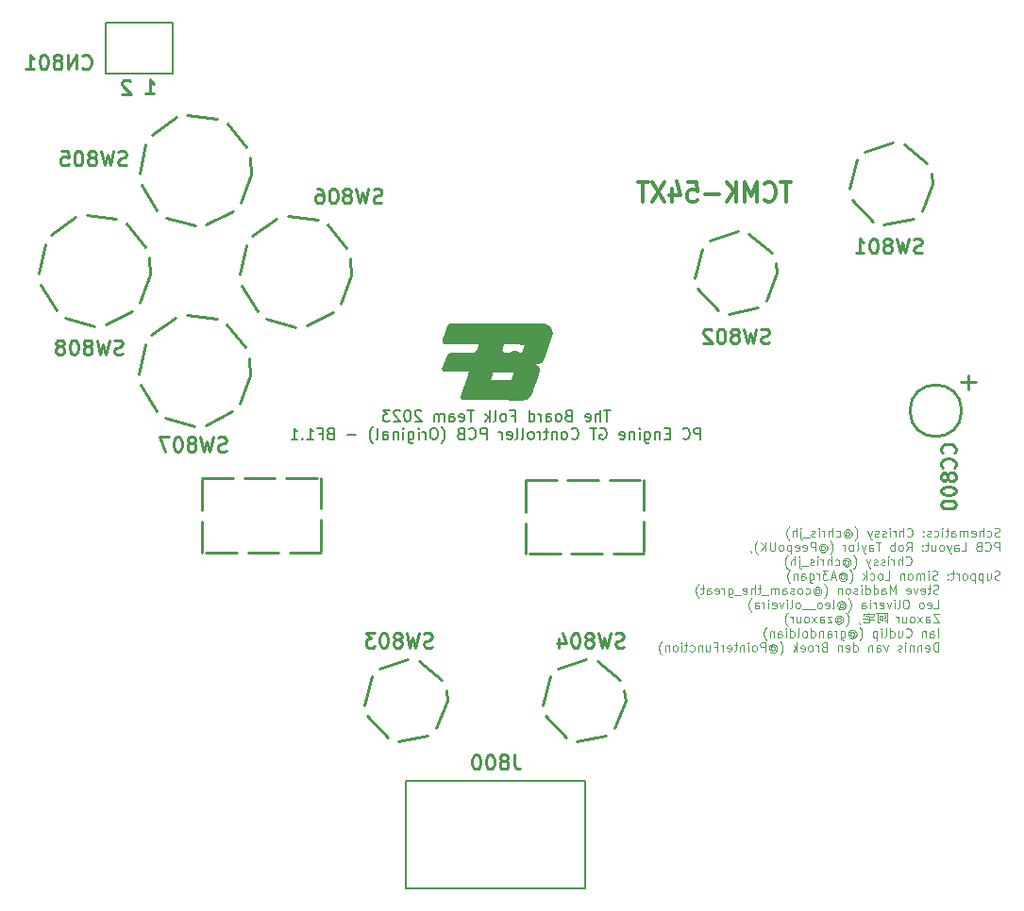
<source format=gbr>
%TF.GenerationSoftware,KiCad,Pcbnew,7.0.8*%
%TF.CreationDate,2023-12-31T22:43:44+00:00*%
%TF.ProjectId,pce-gt-controller,7063652d-6774-42d6-936f-6e74726f6c6c,BF1.1*%
%TF.SameCoordinates,Original*%
%TF.FileFunction,Legend,Bot*%
%TF.FilePolarity,Positive*%
%FSLAX46Y46*%
G04 Gerber Fmt 4.6, Leading zero omitted, Abs format (unit mm)*
G04 Created by KiCad (PCBNEW 7.0.8) date 2023-12-31 22:43:44*
%MOMM*%
%LPD*%
G01*
G04 APERTURE LIST*
%ADD10C,0.100000*%
%ADD11C,0.150000*%
%ADD12C,0.250000*%
%ADD13C,0.260000*%
%ADD14C,0.320000*%
%ADD15C,0.300000*%
G04 APERTURE END LIST*
D10*
X198308230Y-106877400D02*
X198193944Y-106915495D01*
X198193944Y-106915495D02*
X198003468Y-106915495D01*
X198003468Y-106915495D02*
X197927277Y-106877400D01*
X197927277Y-106877400D02*
X197889182Y-106839304D01*
X197889182Y-106839304D02*
X197851087Y-106763114D01*
X197851087Y-106763114D02*
X197851087Y-106686923D01*
X197851087Y-106686923D02*
X197889182Y-106610733D01*
X197889182Y-106610733D02*
X197927277Y-106572638D01*
X197927277Y-106572638D02*
X198003468Y-106534542D01*
X198003468Y-106534542D02*
X198155849Y-106496447D01*
X198155849Y-106496447D02*
X198232039Y-106458352D01*
X198232039Y-106458352D02*
X198270134Y-106420257D01*
X198270134Y-106420257D02*
X198308230Y-106344066D01*
X198308230Y-106344066D02*
X198308230Y-106267876D01*
X198308230Y-106267876D02*
X198270134Y-106191685D01*
X198270134Y-106191685D02*
X198232039Y-106153590D01*
X198232039Y-106153590D02*
X198155849Y-106115495D01*
X198155849Y-106115495D02*
X197965372Y-106115495D01*
X197965372Y-106115495D02*
X197851087Y-106153590D01*
X197165372Y-106877400D02*
X197241563Y-106915495D01*
X197241563Y-106915495D02*
X197393944Y-106915495D01*
X197393944Y-106915495D02*
X197470134Y-106877400D01*
X197470134Y-106877400D02*
X197508229Y-106839304D01*
X197508229Y-106839304D02*
X197546325Y-106763114D01*
X197546325Y-106763114D02*
X197546325Y-106534542D01*
X197546325Y-106534542D02*
X197508229Y-106458352D01*
X197508229Y-106458352D02*
X197470134Y-106420257D01*
X197470134Y-106420257D02*
X197393944Y-106382161D01*
X197393944Y-106382161D02*
X197241563Y-106382161D01*
X197241563Y-106382161D02*
X197165372Y-106420257D01*
X196822515Y-106915495D02*
X196822515Y-106115495D01*
X196479658Y-106915495D02*
X196479658Y-106496447D01*
X196479658Y-106496447D02*
X196517753Y-106420257D01*
X196517753Y-106420257D02*
X196593944Y-106382161D01*
X196593944Y-106382161D02*
X196708230Y-106382161D01*
X196708230Y-106382161D02*
X196784420Y-106420257D01*
X196784420Y-106420257D02*
X196822515Y-106458352D01*
X195793943Y-106877400D02*
X195870134Y-106915495D01*
X195870134Y-106915495D02*
X196022515Y-106915495D01*
X196022515Y-106915495D02*
X196098705Y-106877400D01*
X196098705Y-106877400D02*
X196136801Y-106801209D01*
X196136801Y-106801209D02*
X196136801Y-106496447D01*
X196136801Y-106496447D02*
X196098705Y-106420257D01*
X196098705Y-106420257D02*
X196022515Y-106382161D01*
X196022515Y-106382161D02*
X195870134Y-106382161D01*
X195870134Y-106382161D02*
X195793943Y-106420257D01*
X195793943Y-106420257D02*
X195755848Y-106496447D01*
X195755848Y-106496447D02*
X195755848Y-106572638D01*
X195755848Y-106572638D02*
X196136801Y-106648828D01*
X195412991Y-106915495D02*
X195412991Y-106382161D01*
X195412991Y-106458352D02*
X195374896Y-106420257D01*
X195374896Y-106420257D02*
X195298706Y-106382161D01*
X195298706Y-106382161D02*
X195184420Y-106382161D01*
X195184420Y-106382161D02*
X195108229Y-106420257D01*
X195108229Y-106420257D02*
X195070134Y-106496447D01*
X195070134Y-106496447D02*
X195070134Y-106915495D01*
X195070134Y-106496447D02*
X195032039Y-106420257D01*
X195032039Y-106420257D02*
X194955848Y-106382161D01*
X194955848Y-106382161D02*
X194841563Y-106382161D01*
X194841563Y-106382161D02*
X194765372Y-106420257D01*
X194765372Y-106420257D02*
X194727277Y-106496447D01*
X194727277Y-106496447D02*
X194727277Y-106915495D01*
X194003467Y-106915495D02*
X194003467Y-106496447D01*
X194003467Y-106496447D02*
X194041562Y-106420257D01*
X194041562Y-106420257D02*
X194117753Y-106382161D01*
X194117753Y-106382161D02*
X194270134Y-106382161D01*
X194270134Y-106382161D02*
X194346324Y-106420257D01*
X194003467Y-106877400D02*
X194079658Y-106915495D01*
X194079658Y-106915495D02*
X194270134Y-106915495D01*
X194270134Y-106915495D02*
X194346324Y-106877400D01*
X194346324Y-106877400D02*
X194384420Y-106801209D01*
X194384420Y-106801209D02*
X194384420Y-106725019D01*
X194384420Y-106725019D02*
X194346324Y-106648828D01*
X194346324Y-106648828D02*
X194270134Y-106610733D01*
X194270134Y-106610733D02*
X194079658Y-106610733D01*
X194079658Y-106610733D02*
X194003467Y-106572638D01*
X193736800Y-106382161D02*
X193432038Y-106382161D01*
X193622514Y-106115495D02*
X193622514Y-106801209D01*
X193622514Y-106801209D02*
X193584419Y-106877400D01*
X193584419Y-106877400D02*
X193508229Y-106915495D01*
X193508229Y-106915495D02*
X193432038Y-106915495D01*
X193165371Y-106915495D02*
X193165371Y-106382161D01*
X193165371Y-106115495D02*
X193203467Y-106153590D01*
X193203467Y-106153590D02*
X193165371Y-106191685D01*
X193165371Y-106191685D02*
X193127276Y-106153590D01*
X193127276Y-106153590D02*
X193165371Y-106115495D01*
X193165371Y-106115495D02*
X193165371Y-106191685D01*
X192441562Y-106877400D02*
X192517753Y-106915495D01*
X192517753Y-106915495D02*
X192670134Y-106915495D01*
X192670134Y-106915495D02*
X192746324Y-106877400D01*
X192746324Y-106877400D02*
X192784419Y-106839304D01*
X192784419Y-106839304D02*
X192822515Y-106763114D01*
X192822515Y-106763114D02*
X192822515Y-106534542D01*
X192822515Y-106534542D02*
X192784419Y-106458352D01*
X192784419Y-106458352D02*
X192746324Y-106420257D01*
X192746324Y-106420257D02*
X192670134Y-106382161D01*
X192670134Y-106382161D02*
X192517753Y-106382161D01*
X192517753Y-106382161D02*
X192441562Y-106420257D01*
X192136801Y-106877400D02*
X192060610Y-106915495D01*
X192060610Y-106915495D02*
X191908229Y-106915495D01*
X191908229Y-106915495D02*
X191832039Y-106877400D01*
X191832039Y-106877400D02*
X191793943Y-106801209D01*
X191793943Y-106801209D02*
X191793943Y-106763114D01*
X191793943Y-106763114D02*
X191832039Y-106686923D01*
X191832039Y-106686923D02*
X191908229Y-106648828D01*
X191908229Y-106648828D02*
X192022515Y-106648828D01*
X192022515Y-106648828D02*
X192098705Y-106610733D01*
X192098705Y-106610733D02*
X192136801Y-106534542D01*
X192136801Y-106534542D02*
X192136801Y-106496447D01*
X192136801Y-106496447D02*
X192098705Y-106420257D01*
X192098705Y-106420257D02*
X192022515Y-106382161D01*
X192022515Y-106382161D02*
X191908229Y-106382161D01*
X191908229Y-106382161D02*
X191832039Y-106420257D01*
X191451086Y-106839304D02*
X191412991Y-106877400D01*
X191412991Y-106877400D02*
X191451086Y-106915495D01*
X191451086Y-106915495D02*
X191489182Y-106877400D01*
X191489182Y-106877400D02*
X191451086Y-106839304D01*
X191451086Y-106839304D02*
X191451086Y-106915495D01*
X191451086Y-106420257D02*
X191412991Y-106458352D01*
X191412991Y-106458352D02*
X191451086Y-106496447D01*
X191451086Y-106496447D02*
X191489182Y-106458352D01*
X191489182Y-106458352D02*
X191451086Y-106420257D01*
X191451086Y-106420257D02*
X191451086Y-106496447D01*
X190003467Y-106839304D02*
X190041563Y-106877400D01*
X190041563Y-106877400D02*
X190155848Y-106915495D01*
X190155848Y-106915495D02*
X190232039Y-106915495D01*
X190232039Y-106915495D02*
X190346325Y-106877400D01*
X190346325Y-106877400D02*
X190422515Y-106801209D01*
X190422515Y-106801209D02*
X190460610Y-106725019D01*
X190460610Y-106725019D02*
X190498706Y-106572638D01*
X190498706Y-106572638D02*
X190498706Y-106458352D01*
X190498706Y-106458352D02*
X190460610Y-106305971D01*
X190460610Y-106305971D02*
X190422515Y-106229780D01*
X190422515Y-106229780D02*
X190346325Y-106153590D01*
X190346325Y-106153590D02*
X190232039Y-106115495D01*
X190232039Y-106115495D02*
X190155848Y-106115495D01*
X190155848Y-106115495D02*
X190041563Y-106153590D01*
X190041563Y-106153590D02*
X190003467Y-106191685D01*
X189660610Y-106915495D02*
X189660610Y-106115495D01*
X189317753Y-106915495D02*
X189317753Y-106496447D01*
X189317753Y-106496447D02*
X189355848Y-106420257D01*
X189355848Y-106420257D02*
X189432039Y-106382161D01*
X189432039Y-106382161D02*
X189546325Y-106382161D01*
X189546325Y-106382161D02*
X189622515Y-106420257D01*
X189622515Y-106420257D02*
X189660610Y-106458352D01*
X188936800Y-106915495D02*
X188936800Y-106382161D01*
X188936800Y-106534542D02*
X188898705Y-106458352D01*
X188898705Y-106458352D02*
X188860610Y-106420257D01*
X188860610Y-106420257D02*
X188784419Y-106382161D01*
X188784419Y-106382161D02*
X188708229Y-106382161D01*
X188441562Y-106915495D02*
X188441562Y-106382161D01*
X188441562Y-106115495D02*
X188479658Y-106153590D01*
X188479658Y-106153590D02*
X188441562Y-106191685D01*
X188441562Y-106191685D02*
X188403467Y-106153590D01*
X188403467Y-106153590D02*
X188441562Y-106115495D01*
X188441562Y-106115495D02*
X188441562Y-106191685D01*
X188098706Y-106877400D02*
X188022515Y-106915495D01*
X188022515Y-106915495D02*
X187870134Y-106915495D01*
X187870134Y-106915495D02*
X187793944Y-106877400D01*
X187793944Y-106877400D02*
X187755848Y-106801209D01*
X187755848Y-106801209D02*
X187755848Y-106763114D01*
X187755848Y-106763114D02*
X187793944Y-106686923D01*
X187793944Y-106686923D02*
X187870134Y-106648828D01*
X187870134Y-106648828D02*
X187984420Y-106648828D01*
X187984420Y-106648828D02*
X188060610Y-106610733D01*
X188060610Y-106610733D02*
X188098706Y-106534542D01*
X188098706Y-106534542D02*
X188098706Y-106496447D01*
X188098706Y-106496447D02*
X188060610Y-106420257D01*
X188060610Y-106420257D02*
X187984420Y-106382161D01*
X187984420Y-106382161D02*
X187870134Y-106382161D01*
X187870134Y-106382161D02*
X187793944Y-106420257D01*
X187451087Y-106877400D02*
X187374896Y-106915495D01*
X187374896Y-106915495D02*
X187222515Y-106915495D01*
X187222515Y-106915495D02*
X187146325Y-106877400D01*
X187146325Y-106877400D02*
X187108229Y-106801209D01*
X187108229Y-106801209D02*
X187108229Y-106763114D01*
X187108229Y-106763114D02*
X187146325Y-106686923D01*
X187146325Y-106686923D02*
X187222515Y-106648828D01*
X187222515Y-106648828D02*
X187336801Y-106648828D01*
X187336801Y-106648828D02*
X187412991Y-106610733D01*
X187412991Y-106610733D02*
X187451087Y-106534542D01*
X187451087Y-106534542D02*
X187451087Y-106496447D01*
X187451087Y-106496447D02*
X187412991Y-106420257D01*
X187412991Y-106420257D02*
X187336801Y-106382161D01*
X187336801Y-106382161D02*
X187222515Y-106382161D01*
X187222515Y-106382161D02*
X187146325Y-106420257D01*
X186841563Y-106382161D02*
X186651087Y-106915495D01*
X186460610Y-106382161D02*
X186651087Y-106915495D01*
X186651087Y-106915495D02*
X186727277Y-107105971D01*
X186727277Y-107105971D02*
X186765372Y-107144066D01*
X186765372Y-107144066D02*
X186841563Y-107182161D01*
X185317753Y-107220257D02*
X185355848Y-107182161D01*
X185355848Y-107182161D02*
X185432039Y-107067876D01*
X185432039Y-107067876D02*
X185470134Y-106991685D01*
X185470134Y-106991685D02*
X185508229Y-106877400D01*
X185508229Y-106877400D02*
X185546324Y-106686923D01*
X185546324Y-106686923D02*
X185546324Y-106534542D01*
X185546324Y-106534542D02*
X185508229Y-106344066D01*
X185508229Y-106344066D02*
X185470134Y-106229780D01*
X185470134Y-106229780D02*
X185432039Y-106153590D01*
X185432039Y-106153590D02*
X185355848Y-106039304D01*
X185355848Y-106039304D02*
X185317753Y-106001209D01*
X184517753Y-106534542D02*
X184555848Y-106496447D01*
X184555848Y-106496447D02*
X184632039Y-106458352D01*
X184632039Y-106458352D02*
X184708229Y-106458352D01*
X184708229Y-106458352D02*
X184784420Y-106496447D01*
X184784420Y-106496447D02*
X184822515Y-106534542D01*
X184822515Y-106534542D02*
X184860610Y-106610733D01*
X184860610Y-106610733D02*
X184860610Y-106686923D01*
X184860610Y-106686923D02*
X184822515Y-106763114D01*
X184822515Y-106763114D02*
X184784420Y-106801209D01*
X184784420Y-106801209D02*
X184708229Y-106839304D01*
X184708229Y-106839304D02*
X184632039Y-106839304D01*
X184632039Y-106839304D02*
X184555848Y-106801209D01*
X184555848Y-106801209D02*
X184517753Y-106763114D01*
X184517753Y-106458352D02*
X184517753Y-106763114D01*
X184517753Y-106763114D02*
X184479658Y-106801209D01*
X184479658Y-106801209D02*
X184441563Y-106801209D01*
X184441563Y-106801209D02*
X184365372Y-106763114D01*
X184365372Y-106763114D02*
X184327277Y-106686923D01*
X184327277Y-106686923D02*
X184327277Y-106496447D01*
X184327277Y-106496447D02*
X184403468Y-106382161D01*
X184403468Y-106382161D02*
X184517753Y-106305971D01*
X184517753Y-106305971D02*
X184670134Y-106267876D01*
X184670134Y-106267876D02*
X184822515Y-106305971D01*
X184822515Y-106305971D02*
X184936801Y-106382161D01*
X184936801Y-106382161D02*
X185012991Y-106496447D01*
X185012991Y-106496447D02*
X185051087Y-106648828D01*
X185051087Y-106648828D02*
X185012991Y-106801209D01*
X185012991Y-106801209D02*
X184936801Y-106915495D01*
X184936801Y-106915495D02*
X184822515Y-106991685D01*
X184822515Y-106991685D02*
X184670134Y-107029780D01*
X184670134Y-107029780D02*
X184517753Y-106991685D01*
X184517753Y-106991685D02*
X184403468Y-106915495D01*
X183641563Y-106877400D02*
X183717754Y-106915495D01*
X183717754Y-106915495D02*
X183870135Y-106915495D01*
X183870135Y-106915495D02*
X183946325Y-106877400D01*
X183946325Y-106877400D02*
X183984420Y-106839304D01*
X183984420Y-106839304D02*
X184022516Y-106763114D01*
X184022516Y-106763114D02*
X184022516Y-106534542D01*
X184022516Y-106534542D02*
X183984420Y-106458352D01*
X183984420Y-106458352D02*
X183946325Y-106420257D01*
X183946325Y-106420257D02*
X183870135Y-106382161D01*
X183870135Y-106382161D02*
X183717754Y-106382161D01*
X183717754Y-106382161D02*
X183641563Y-106420257D01*
X183298706Y-106915495D02*
X183298706Y-106115495D01*
X182955849Y-106915495D02*
X182955849Y-106496447D01*
X182955849Y-106496447D02*
X182993944Y-106420257D01*
X182993944Y-106420257D02*
X183070135Y-106382161D01*
X183070135Y-106382161D02*
X183184421Y-106382161D01*
X183184421Y-106382161D02*
X183260611Y-106420257D01*
X183260611Y-106420257D02*
X183298706Y-106458352D01*
X182574896Y-106915495D02*
X182574896Y-106382161D01*
X182574896Y-106534542D02*
X182536801Y-106458352D01*
X182536801Y-106458352D02*
X182498706Y-106420257D01*
X182498706Y-106420257D02*
X182422515Y-106382161D01*
X182422515Y-106382161D02*
X182346325Y-106382161D01*
X182079658Y-106915495D02*
X182079658Y-106382161D01*
X182079658Y-106115495D02*
X182117754Y-106153590D01*
X182117754Y-106153590D02*
X182079658Y-106191685D01*
X182079658Y-106191685D02*
X182041563Y-106153590D01*
X182041563Y-106153590D02*
X182079658Y-106115495D01*
X182079658Y-106115495D02*
X182079658Y-106191685D01*
X181736802Y-106877400D02*
X181660611Y-106915495D01*
X181660611Y-106915495D02*
X181508230Y-106915495D01*
X181508230Y-106915495D02*
X181432040Y-106877400D01*
X181432040Y-106877400D02*
X181393944Y-106801209D01*
X181393944Y-106801209D02*
X181393944Y-106763114D01*
X181393944Y-106763114D02*
X181432040Y-106686923D01*
X181432040Y-106686923D02*
X181508230Y-106648828D01*
X181508230Y-106648828D02*
X181622516Y-106648828D01*
X181622516Y-106648828D02*
X181698706Y-106610733D01*
X181698706Y-106610733D02*
X181736802Y-106534542D01*
X181736802Y-106534542D02*
X181736802Y-106496447D01*
X181736802Y-106496447D02*
X181698706Y-106420257D01*
X181698706Y-106420257D02*
X181622516Y-106382161D01*
X181622516Y-106382161D02*
X181508230Y-106382161D01*
X181508230Y-106382161D02*
X181432040Y-106420257D01*
X181241564Y-106991685D02*
X180632040Y-106991685D01*
X180441563Y-106382161D02*
X180441563Y-107067876D01*
X180441563Y-107067876D02*
X180479659Y-107144066D01*
X180479659Y-107144066D02*
X180555849Y-107182161D01*
X180555849Y-107182161D02*
X180593944Y-107182161D01*
X180441563Y-106115495D02*
X180479659Y-106153590D01*
X180479659Y-106153590D02*
X180441563Y-106191685D01*
X180441563Y-106191685D02*
X180403468Y-106153590D01*
X180403468Y-106153590D02*
X180441563Y-106115495D01*
X180441563Y-106115495D02*
X180441563Y-106191685D01*
X180060611Y-106915495D02*
X180060611Y-106115495D01*
X179717754Y-106915495D02*
X179717754Y-106496447D01*
X179717754Y-106496447D02*
X179755849Y-106420257D01*
X179755849Y-106420257D02*
X179832040Y-106382161D01*
X179832040Y-106382161D02*
X179946326Y-106382161D01*
X179946326Y-106382161D02*
X180022516Y-106420257D01*
X180022516Y-106420257D02*
X180060611Y-106458352D01*
X179412992Y-107220257D02*
X179374897Y-107182161D01*
X179374897Y-107182161D02*
X179298706Y-107067876D01*
X179298706Y-107067876D02*
X179260611Y-106991685D01*
X179260611Y-106991685D02*
X179222516Y-106877400D01*
X179222516Y-106877400D02*
X179184420Y-106686923D01*
X179184420Y-106686923D02*
X179184420Y-106534542D01*
X179184420Y-106534542D02*
X179222516Y-106344066D01*
X179222516Y-106344066D02*
X179260611Y-106229780D01*
X179260611Y-106229780D02*
X179298706Y-106153590D01*
X179298706Y-106153590D02*
X179374897Y-106039304D01*
X179374897Y-106039304D02*
X179412992Y-106001209D01*
X198270134Y-108203495D02*
X198270134Y-107403495D01*
X198270134Y-107403495D02*
X197965372Y-107403495D01*
X197965372Y-107403495D02*
X197889182Y-107441590D01*
X197889182Y-107441590D02*
X197851087Y-107479685D01*
X197851087Y-107479685D02*
X197812991Y-107555876D01*
X197812991Y-107555876D02*
X197812991Y-107670161D01*
X197812991Y-107670161D02*
X197851087Y-107746352D01*
X197851087Y-107746352D02*
X197889182Y-107784447D01*
X197889182Y-107784447D02*
X197965372Y-107822542D01*
X197965372Y-107822542D02*
X198270134Y-107822542D01*
X197012991Y-108127304D02*
X197051087Y-108165400D01*
X197051087Y-108165400D02*
X197165372Y-108203495D01*
X197165372Y-108203495D02*
X197241563Y-108203495D01*
X197241563Y-108203495D02*
X197355849Y-108165400D01*
X197355849Y-108165400D02*
X197432039Y-108089209D01*
X197432039Y-108089209D02*
X197470134Y-108013019D01*
X197470134Y-108013019D02*
X197508230Y-107860638D01*
X197508230Y-107860638D02*
X197508230Y-107746352D01*
X197508230Y-107746352D02*
X197470134Y-107593971D01*
X197470134Y-107593971D02*
X197432039Y-107517780D01*
X197432039Y-107517780D02*
X197355849Y-107441590D01*
X197355849Y-107441590D02*
X197241563Y-107403495D01*
X197241563Y-107403495D02*
X197165372Y-107403495D01*
X197165372Y-107403495D02*
X197051087Y-107441590D01*
X197051087Y-107441590D02*
X197012991Y-107479685D01*
X196403468Y-107784447D02*
X196289182Y-107822542D01*
X196289182Y-107822542D02*
X196251087Y-107860638D01*
X196251087Y-107860638D02*
X196212991Y-107936828D01*
X196212991Y-107936828D02*
X196212991Y-108051114D01*
X196212991Y-108051114D02*
X196251087Y-108127304D01*
X196251087Y-108127304D02*
X196289182Y-108165400D01*
X196289182Y-108165400D02*
X196365372Y-108203495D01*
X196365372Y-108203495D02*
X196670134Y-108203495D01*
X196670134Y-108203495D02*
X196670134Y-107403495D01*
X196670134Y-107403495D02*
X196403468Y-107403495D01*
X196403468Y-107403495D02*
X196327277Y-107441590D01*
X196327277Y-107441590D02*
X196289182Y-107479685D01*
X196289182Y-107479685D02*
X196251087Y-107555876D01*
X196251087Y-107555876D02*
X196251087Y-107632066D01*
X196251087Y-107632066D02*
X196289182Y-107708257D01*
X196289182Y-107708257D02*
X196327277Y-107746352D01*
X196327277Y-107746352D02*
X196403468Y-107784447D01*
X196403468Y-107784447D02*
X196670134Y-107784447D01*
X194879658Y-108203495D02*
X195260610Y-108203495D01*
X195260610Y-108203495D02*
X195260610Y-107403495D01*
X194270134Y-108203495D02*
X194270134Y-107784447D01*
X194270134Y-107784447D02*
X194308229Y-107708257D01*
X194308229Y-107708257D02*
X194384420Y-107670161D01*
X194384420Y-107670161D02*
X194536801Y-107670161D01*
X194536801Y-107670161D02*
X194612991Y-107708257D01*
X194270134Y-108165400D02*
X194346325Y-108203495D01*
X194346325Y-108203495D02*
X194536801Y-108203495D01*
X194536801Y-108203495D02*
X194612991Y-108165400D01*
X194612991Y-108165400D02*
X194651087Y-108089209D01*
X194651087Y-108089209D02*
X194651087Y-108013019D01*
X194651087Y-108013019D02*
X194612991Y-107936828D01*
X194612991Y-107936828D02*
X194536801Y-107898733D01*
X194536801Y-107898733D02*
X194346325Y-107898733D01*
X194346325Y-107898733D02*
X194270134Y-107860638D01*
X193965372Y-107670161D02*
X193774896Y-108203495D01*
X193584419Y-107670161D02*
X193774896Y-108203495D01*
X193774896Y-108203495D02*
X193851086Y-108393971D01*
X193851086Y-108393971D02*
X193889181Y-108432066D01*
X193889181Y-108432066D02*
X193965372Y-108470161D01*
X193165372Y-108203495D02*
X193241562Y-108165400D01*
X193241562Y-108165400D02*
X193279657Y-108127304D01*
X193279657Y-108127304D02*
X193317753Y-108051114D01*
X193317753Y-108051114D02*
X193317753Y-107822542D01*
X193317753Y-107822542D02*
X193279657Y-107746352D01*
X193279657Y-107746352D02*
X193241562Y-107708257D01*
X193241562Y-107708257D02*
X193165372Y-107670161D01*
X193165372Y-107670161D02*
X193051086Y-107670161D01*
X193051086Y-107670161D02*
X192974895Y-107708257D01*
X192974895Y-107708257D02*
X192936800Y-107746352D01*
X192936800Y-107746352D02*
X192898705Y-107822542D01*
X192898705Y-107822542D02*
X192898705Y-108051114D01*
X192898705Y-108051114D02*
X192936800Y-108127304D01*
X192936800Y-108127304D02*
X192974895Y-108165400D01*
X192974895Y-108165400D02*
X193051086Y-108203495D01*
X193051086Y-108203495D02*
X193165372Y-108203495D01*
X192212990Y-107670161D02*
X192212990Y-108203495D01*
X192555847Y-107670161D02*
X192555847Y-108089209D01*
X192555847Y-108089209D02*
X192517752Y-108165400D01*
X192517752Y-108165400D02*
X192441562Y-108203495D01*
X192441562Y-108203495D02*
X192327276Y-108203495D01*
X192327276Y-108203495D02*
X192251085Y-108165400D01*
X192251085Y-108165400D02*
X192212990Y-108127304D01*
X191946323Y-107670161D02*
X191641561Y-107670161D01*
X191832037Y-107403495D02*
X191832037Y-108089209D01*
X191832037Y-108089209D02*
X191793942Y-108165400D01*
X191793942Y-108165400D02*
X191717752Y-108203495D01*
X191717752Y-108203495D02*
X191641561Y-108203495D01*
X191374894Y-108127304D02*
X191336799Y-108165400D01*
X191336799Y-108165400D02*
X191374894Y-108203495D01*
X191374894Y-108203495D02*
X191412990Y-108165400D01*
X191412990Y-108165400D02*
X191374894Y-108127304D01*
X191374894Y-108127304D02*
X191374894Y-108203495D01*
X191374894Y-107708257D02*
X191336799Y-107746352D01*
X191336799Y-107746352D02*
X191374894Y-107784447D01*
X191374894Y-107784447D02*
X191412990Y-107746352D01*
X191412990Y-107746352D02*
X191374894Y-107708257D01*
X191374894Y-107708257D02*
X191374894Y-107784447D01*
X189927275Y-108203495D02*
X190193942Y-107822542D01*
X190384418Y-108203495D02*
X190384418Y-107403495D01*
X190384418Y-107403495D02*
X190079656Y-107403495D01*
X190079656Y-107403495D02*
X190003466Y-107441590D01*
X190003466Y-107441590D02*
X189965371Y-107479685D01*
X189965371Y-107479685D02*
X189927275Y-107555876D01*
X189927275Y-107555876D02*
X189927275Y-107670161D01*
X189927275Y-107670161D02*
X189965371Y-107746352D01*
X189965371Y-107746352D02*
X190003466Y-107784447D01*
X190003466Y-107784447D02*
X190079656Y-107822542D01*
X190079656Y-107822542D02*
X190384418Y-107822542D01*
X189470133Y-108203495D02*
X189546323Y-108165400D01*
X189546323Y-108165400D02*
X189584418Y-108127304D01*
X189584418Y-108127304D02*
X189622514Y-108051114D01*
X189622514Y-108051114D02*
X189622514Y-107822542D01*
X189622514Y-107822542D02*
X189584418Y-107746352D01*
X189584418Y-107746352D02*
X189546323Y-107708257D01*
X189546323Y-107708257D02*
X189470133Y-107670161D01*
X189470133Y-107670161D02*
X189355847Y-107670161D01*
X189355847Y-107670161D02*
X189279656Y-107708257D01*
X189279656Y-107708257D02*
X189241561Y-107746352D01*
X189241561Y-107746352D02*
X189203466Y-107822542D01*
X189203466Y-107822542D02*
X189203466Y-108051114D01*
X189203466Y-108051114D02*
X189241561Y-108127304D01*
X189241561Y-108127304D02*
X189279656Y-108165400D01*
X189279656Y-108165400D02*
X189355847Y-108203495D01*
X189355847Y-108203495D02*
X189470133Y-108203495D01*
X188860608Y-108203495D02*
X188860608Y-107403495D01*
X188860608Y-107708257D02*
X188784418Y-107670161D01*
X188784418Y-107670161D02*
X188632037Y-107670161D01*
X188632037Y-107670161D02*
X188555846Y-107708257D01*
X188555846Y-107708257D02*
X188517751Y-107746352D01*
X188517751Y-107746352D02*
X188479656Y-107822542D01*
X188479656Y-107822542D02*
X188479656Y-108051114D01*
X188479656Y-108051114D02*
X188517751Y-108127304D01*
X188517751Y-108127304D02*
X188555846Y-108165400D01*
X188555846Y-108165400D02*
X188632037Y-108203495D01*
X188632037Y-108203495D02*
X188784418Y-108203495D01*
X188784418Y-108203495D02*
X188860608Y-108165400D01*
X187641560Y-107403495D02*
X187184417Y-107403495D01*
X187412989Y-108203495D02*
X187412989Y-107403495D01*
X186574893Y-108203495D02*
X186574893Y-107784447D01*
X186574893Y-107784447D02*
X186612988Y-107708257D01*
X186612988Y-107708257D02*
X186689179Y-107670161D01*
X186689179Y-107670161D02*
X186841560Y-107670161D01*
X186841560Y-107670161D02*
X186917750Y-107708257D01*
X186574893Y-108165400D02*
X186651084Y-108203495D01*
X186651084Y-108203495D02*
X186841560Y-108203495D01*
X186841560Y-108203495D02*
X186917750Y-108165400D01*
X186917750Y-108165400D02*
X186955846Y-108089209D01*
X186955846Y-108089209D02*
X186955846Y-108013019D01*
X186955846Y-108013019D02*
X186917750Y-107936828D01*
X186917750Y-107936828D02*
X186841560Y-107898733D01*
X186841560Y-107898733D02*
X186651084Y-107898733D01*
X186651084Y-107898733D02*
X186574893Y-107860638D01*
X186270131Y-107670161D02*
X186079655Y-108203495D01*
X185889178Y-107670161D02*
X186079655Y-108203495D01*
X186079655Y-108203495D02*
X186155845Y-108393971D01*
X186155845Y-108393971D02*
X186193940Y-108432066D01*
X186193940Y-108432066D02*
X186270131Y-108470161D01*
X185470131Y-108203495D02*
X185546321Y-108165400D01*
X185546321Y-108165400D02*
X185584416Y-108089209D01*
X185584416Y-108089209D02*
X185584416Y-107403495D01*
X185051083Y-108203495D02*
X185127273Y-108165400D01*
X185127273Y-108165400D02*
X185165368Y-108127304D01*
X185165368Y-108127304D02*
X185203464Y-108051114D01*
X185203464Y-108051114D02*
X185203464Y-107822542D01*
X185203464Y-107822542D02*
X185165368Y-107746352D01*
X185165368Y-107746352D02*
X185127273Y-107708257D01*
X185127273Y-107708257D02*
X185051083Y-107670161D01*
X185051083Y-107670161D02*
X184936797Y-107670161D01*
X184936797Y-107670161D02*
X184860606Y-107708257D01*
X184860606Y-107708257D02*
X184822511Y-107746352D01*
X184822511Y-107746352D02*
X184784416Y-107822542D01*
X184784416Y-107822542D02*
X184784416Y-108051114D01*
X184784416Y-108051114D02*
X184822511Y-108127304D01*
X184822511Y-108127304D02*
X184860606Y-108165400D01*
X184860606Y-108165400D02*
X184936797Y-108203495D01*
X184936797Y-108203495D02*
X185051083Y-108203495D01*
X184441558Y-108203495D02*
X184441558Y-107670161D01*
X184441558Y-107822542D02*
X184403463Y-107746352D01*
X184403463Y-107746352D02*
X184365368Y-107708257D01*
X184365368Y-107708257D02*
X184289177Y-107670161D01*
X184289177Y-107670161D02*
X184212987Y-107670161D01*
X183108225Y-108508257D02*
X183146320Y-108470161D01*
X183146320Y-108470161D02*
X183222511Y-108355876D01*
X183222511Y-108355876D02*
X183260606Y-108279685D01*
X183260606Y-108279685D02*
X183298701Y-108165400D01*
X183298701Y-108165400D02*
X183336796Y-107974923D01*
X183336796Y-107974923D02*
X183336796Y-107822542D01*
X183336796Y-107822542D02*
X183298701Y-107632066D01*
X183298701Y-107632066D02*
X183260606Y-107517780D01*
X183260606Y-107517780D02*
X183222511Y-107441590D01*
X183222511Y-107441590D02*
X183146320Y-107327304D01*
X183146320Y-107327304D02*
X183108225Y-107289209D01*
X182308225Y-107822542D02*
X182346320Y-107784447D01*
X182346320Y-107784447D02*
X182422511Y-107746352D01*
X182422511Y-107746352D02*
X182498701Y-107746352D01*
X182498701Y-107746352D02*
X182574892Y-107784447D01*
X182574892Y-107784447D02*
X182612987Y-107822542D01*
X182612987Y-107822542D02*
X182651082Y-107898733D01*
X182651082Y-107898733D02*
X182651082Y-107974923D01*
X182651082Y-107974923D02*
X182612987Y-108051114D01*
X182612987Y-108051114D02*
X182574892Y-108089209D01*
X182574892Y-108089209D02*
X182498701Y-108127304D01*
X182498701Y-108127304D02*
X182422511Y-108127304D01*
X182422511Y-108127304D02*
X182346320Y-108089209D01*
X182346320Y-108089209D02*
X182308225Y-108051114D01*
X182308225Y-107746352D02*
X182308225Y-108051114D01*
X182308225Y-108051114D02*
X182270130Y-108089209D01*
X182270130Y-108089209D02*
X182232035Y-108089209D01*
X182232035Y-108089209D02*
X182155844Y-108051114D01*
X182155844Y-108051114D02*
X182117749Y-107974923D01*
X182117749Y-107974923D02*
X182117749Y-107784447D01*
X182117749Y-107784447D02*
X182193940Y-107670161D01*
X182193940Y-107670161D02*
X182308225Y-107593971D01*
X182308225Y-107593971D02*
X182460606Y-107555876D01*
X182460606Y-107555876D02*
X182612987Y-107593971D01*
X182612987Y-107593971D02*
X182727273Y-107670161D01*
X182727273Y-107670161D02*
X182803463Y-107784447D01*
X182803463Y-107784447D02*
X182841559Y-107936828D01*
X182841559Y-107936828D02*
X182803463Y-108089209D01*
X182803463Y-108089209D02*
X182727273Y-108203495D01*
X182727273Y-108203495D02*
X182612987Y-108279685D01*
X182612987Y-108279685D02*
X182460606Y-108317780D01*
X182460606Y-108317780D02*
X182308225Y-108279685D01*
X182308225Y-108279685D02*
X182193940Y-108203495D01*
X181774892Y-108203495D02*
X181774892Y-107403495D01*
X181774892Y-107403495D02*
X181470130Y-107403495D01*
X181470130Y-107403495D02*
X181393940Y-107441590D01*
X181393940Y-107441590D02*
X181355845Y-107479685D01*
X181355845Y-107479685D02*
X181317749Y-107555876D01*
X181317749Y-107555876D02*
X181317749Y-107670161D01*
X181317749Y-107670161D02*
X181355845Y-107746352D01*
X181355845Y-107746352D02*
X181393940Y-107784447D01*
X181393940Y-107784447D02*
X181470130Y-107822542D01*
X181470130Y-107822542D02*
X181774892Y-107822542D01*
X180670130Y-108165400D02*
X180746321Y-108203495D01*
X180746321Y-108203495D02*
X180898702Y-108203495D01*
X180898702Y-108203495D02*
X180974892Y-108165400D01*
X180974892Y-108165400D02*
X181012988Y-108089209D01*
X181012988Y-108089209D02*
X181012988Y-107784447D01*
X181012988Y-107784447D02*
X180974892Y-107708257D01*
X180974892Y-107708257D02*
X180898702Y-107670161D01*
X180898702Y-107670161D02*
X180746321Y-107670161D01*
X180746321Y-107670161D02*
X180670130Y-107708257D01*
X180670130Y-107708257D02*
X180632035Y-107784447D01*
X180632035Y-107784447D02*
X180632035Y-107860638D01*
X180632035Y-107860638D02*
X181012988Y-107936828D01*
X179984416Y-108165400D02*
X180060607Y-108203495D01*
X180060607Y-108203495D02*
X180212988Y-108203495D01*
X180212988Y-108203495D02*
X180289178Y-108165400D01*
X180289178Y-108165400D02*
X180327274Y-108089209D01*
X180327274Y-108089209D02*
X180327274Y-107784447D01*
X180327274Y-107784447D02*
X180289178Y-107708257D01*
X180289178Y-107708257D02*
X180212988Y-107670161D01*
X180212988Y-107670161D02*
X180060607Y-107670161D01*
X180060607Y-107670161D02*
X179984416Y-107708257D01*
X179984416Y-107708257D02*
X179946321Y-107784447D01*
X179946321Y-107784447D02*
X179946321Y-107860638D01*
X179946321Y-107860638D02*
X180327274Y-107936828D01*
X179603464Y-107670161D02*
X179603464Y-108470161D01*
X179603464Y-107708257D02*
X179527274Y-107670161D01*
X179527274Y-107670161D02*
X179374893Y-107670161D01*
X179374893Y-107670161D02*
X179298702Y-107708257D01*
X179298702Y-107708257D02*
X179260607Y-107746352D01*
X179260607Y-107746352D02*
X179222512Y-107822542D01*
X179222512Y-107822542D02*
X179222512Y-108051114D01*
X179222512Y-108051114D02*
X179260607Y-108127304D01*
X179260607Y-108127304D02*
X179298702Y-108165400D01*
X179298702Y-108165400D02*
X179374893Y-108203495D01*
X179374893Y-108203495D02*
X179527274Y-108203495D01*
X179527274Y-108203495D02*
X179603464Y-108165400D01*
X178765369Y-108203495D02*
X178841559Y-108165400D01*
X178841559Y-108165400D02*
X178879654Y-108127304D01*
X178879654Y-108127304D02*
X178917750Y-108051114D01*
X178917750Y-108051114D02*
X178917750Y-107822542D01*
X178917750Y-107822542D02*
X178879654Y-107746352D01*
X178879654Y-107746352D02*
X178841559Y-107708257D01*
X178841559Y-107708257D02*
X178765369Y-107670161D01*
X178765369Y-107670161D02*
X178651083Y-107670161D01*
X178651083Y-107670161D02*
X178574892Y-107708257D01*
X178574892Y-107708257D02*
X178536797Y-107746352D01*
X178536797Y-107746352D02*
X178498702Y-107822542D01*
X178498702Y-107822542D02*
X178498702Y-108051114D01*
X178498702Y-108051114D02*
X178536797Y-108127304D01*
X178536797Y-108127304D02*
X178574892Y-108165400D01*
X178574892Y-108165400D02*
X178651083Y-108203495D01*
X178651083Y-108203495D02*
X178765369Y-108203495D01*
X178155844Y-107403495D02*
X178155844Y-108051114D01*
X178155844Y-108051114D02*
X178117749Y-108127304D01*
X178117749Y-108127304D02*
X178079654Y-108165400D01*
X178079654Y-108165400D02*
X178003463Y-108203495D01*
X178003463Y-108203495D02*
X177851082Y-108203495D01*
X177851082Y-108203495D02*
X177774892Y-108165400D01*
X177774892Y-108165400D02*
X177736797Y-108127304D01*
X177736797Y-108127304D02*
X177698701Y-108051114D01*
X177698701Y-108051114D02*
X177698701Y-107403495D01*
X177317749Y-108203495D02*
X177317749Y-107403495D01*
X176860606Y-108203495D02*
X177203464Y-107746352D01*
X176860606Y-107403495D02*
X177317749Y-107860638D01*
X176593940Y-108508257D02*
X176555845Y-108470161D01*
X176555845Y-108470161D02*
X176479654Y-108355876D01*
X176479654Y-108355876D02*
X176441559Y-108279685D01*
X176441559Y-108279685D02*
X176403464Y-108165400D01*
X176403464Y-108165400D02*
X176365368Y-107974923D01*
X176365368Y-107974923D02*
X176365368Y-107822542D01*
X176365368Y-107822542D02*
X176403464Y-107632066D01*
X176403464Y-107632066D02*
X176441559Y-107517780D01*
X176441559Y-107517780D02*
X176479654Y-107441590D01*
X176479654Y-107441590D02*
X176555845Y-107327304D01*
X176555845Y-107327304D02*
X176593940Y-107289209D01*
X175946321Y-108165400D02*
X175946321Y-108203495D01*
X175946321Y-108203495D02*
X175984416Y-108279685D01*
X175984416Y-108279685D02*
X176022512Y-108317780D01*
X189889179Y-109415304D02*
X189927275Y-109453400D01*
X189927275Y-109453400D02*
X190041560Y-109491495D01*
X190041560Y-109491495D02*
X190117751Y-109491495D01*
X190117751Y-109491495D02*
X190232037Y-109453400D01*
X190232037Y-109453400D02*
X190308227Y-109377209D01*
X190308227Y-109377209D02*
X190346322Y-109301019D01*
X190346322Y-109301019D02*
X190384418Y-109148638D01*
X190384418Y-109148638D02*
X190384418Y-109034352D01*
X190384418Y-109034352D02*
X190346322Y-108881971D01*
X190346322Y-108881971D02*
X190308227Y-108805780D01*
X190308227Y-108805780D02*
X190232037Y-108729590D01*
X190232037Y-108729590D02*
X190117751Y-108691495D01*
X190117751Y-108691495D02*
X190041560Y-108691495D01*
X190041560Y-108691495D02*
X189927275Y-108729590D01*
X189927275Y-108729590D02*
X189889179Y-108767685D01*
X189546322Y-109491495D02*
X189546322Y-108691495D01*
X189203465Y-109491495D02*
X189203465Y-109072447D01*
X189203465Y-109072447D02*
X189241560Y-108996257D01*
X189241560Y-108996257D02*
X189317751Y-108958161D01*
X189317751Y-108958161D02*
X189432037Y-108958161D01*
X189432037Y-108958161D02*
X189508227Y-108996257D01*
X189508227Y-108996257D02*
X189546322Y-109034352D01*
X188822512Y-109491495D02*
X188822512Y-108958161D01*
X188822512Y-109110542D02*
X188784417Y-109034352D01*
X188784417Y-109034352D02*
X188746322Y-108996257D01*
X188746322Y-108996257D02*
X188670131Y-108958161D01*
X188670131Y-108958161D02*
X188593941Y-108958161D01*
X188327274Y-109491495D02*
X188327274Y-108958161D01*
X188327274Y-108691495D02*
X188365370Y-108729590D01*
X188365370Y-108729590D02*
X188327274Y-108767685D01*
X188327274Y-108767685D02*
X188289179Y-108729590D01*
X188289179Y-108729590D02*
X188327274Y-108691495D01*
X188327274Y-108691495D02*
X188327274Y-108767685D01*
X187984418Y-109453400D02*
X187908227Y-109491495D01*
X187908227Y-109491495D02*
X187755846Y-109491495D01*
X187755846Y-109491495D02*
X187679656Y-109453400D01*
X187679656Y-109453400D02*
X187641560Y-109377209D01*
X187641560Y-109377209D02*
X187641560Y-109339114D01*
X187641560Y-109339114D02*
X187679656Y-109262923D01*
X187679656Y-109262923D02*
X187755846Y-109224828D01*
X187755846Y-109224828D02*
X187870132Y-109224828D01*
X187870132Y-109224828D02*
X187946322Y-109186733D01*
X187946322Y-109186733D02*
X187984418Y-109110542D01*
X187984418Y-109110542D02*
X187984418Y-109072447D01*
X187984418Y-109072447D02*
X187946322Y-108996257D01*
X187946322Y-108996257D02*
X187870132Y-108958161D01*
X187870132Y-108958161D02*
X187755846Y-108958161D01*
X187755846Y-108958161D02*
X187679656Y-108996257D01*
X187336799Y-109453400D02*
X187260608Y-109491495D01*
X187260608Y-109491495D02*
X187108227Y-109491495D01*
X187108227Y-109491495D02*
X187032037Y-109453400D01*
X187032037Y-109453400D02*
X186993941Y-109377209D01*
X186993941Y-109377209D02*
X186993941Y-109339114D01*
X186993941Y-109339114D02*
X187032037Y-109262923D01*
X187032037Y-109262923D02*
X187108227Y-109224828D01*
X187108227Y-109224828D02*
X187222513Y-109224828D01*
X187222513Y-109224828D02*
X187298703Y-109186733D01*
X187298703Y-109186733D02*
X187336799Y-109110542D01*
X187336799Y-109110542D02*
X187336799Y-109072447D01*
X187336799Y-109072447D02*
X187298703Y-108996257D01*
X187298703Y-108996257D02*
X187222513Y-108958161D01*
X187222513Y-108958161D02*
X187108227Y-108958161D01*
X187108227Y-108958161D02*
X187032037Y-108996257D01*
X186727275Y-108958161D02*
X186536799Y-109491495D01*
X186346322Y-108958161D02*
X186536799Y-109491495D01*
X186536799Y-109491495D02*
X186612989Y-109681971D01*
X186612989Y-109681971D02*
X186651084Y-109720066D01*
X186651084Y-109720066D02*
X186727275Y-109758161D01*
X185203465Y-109796257D02*
X185241560Y-109758161D01*
X185241560Y-109758161D02*
X185317751Y-109643876D01*
X185317751Y-109643876D02*
X185355846Y-109567685D01*
X185355846Y-109567685D02*
X185393941Y-109453400D01*
X185393941Y-109453400D02*
X185432036Y-109262923D01*
X185432036Y-109262923D02*
X185432036Y-109110542D01*
X185432036Y-109110542D02*
X185393941Y-108920066D01*
X185393941Y-108920066D02*
X185355846Y-108805780D01*
X185355846Y-108805780D02*
X185317751Y-108729590D01*
X185317751Y-108729590D02*
X185241560Y-108615304D01*
X185241560Y-108615304D02*
X185203465Y-108577209D01*
X184403465Y-109110542D02*
X184441560Y-109072447D01*
X184441560Y-109072447D02*
X184517751Y-109034352D01*
X184517751Y-109034352D02*
X184593941Y-109034352D01*
X184593941Y-109034352D02*
X184670132Y-109072447D01*
X184670132Y-109072447D02*
X184708227Y-109110542D01*
X184708227Y-109110542D02*
X184746322Y-109186733D01*
X184746322Y-109186733D02*
X184746322Y-109262923D01*
X184746322Y-109262923D02*
X184708227Y-109339114D01*
X184708227Y-109339114D02*
X184670132Y-109377209D01*
X184670132Y-109377209D02*
X184593941Y-109415304D01*
X184593941Y-109415304D02*
X184517751Y-109415304D01*
X184517751Y-109415304D02*
X184441560Y-109377209D01*
X184441560Y-109377209D02*
X184403465Y-109339114D01*
X184403465Y-109034352D02*
X184403465Y-109339114D01*
X184403465Y-109339114D02*
X184365370Y-109377209D01*
X184365370Y-109377209D02*
X184327275Y-109377209D01*
X184327275Y-109377209D02*
X184251084Y-109339114D01*
X184251084Y-109339114D02*
X184212989Y-109262923D01*
X184212989Y-109262923D02*
X184212989Y-109072447D01*
X184212989Y-109072447D02*
X184289180Y-108958161D01*
X184289180Y-108958161D02*
X184403465Y-108881971D01*
X184403465Y-108881971D02*
X184555846Y-108843876D01*
X184555846Y-108843876D02*
X184708227Y-108881971D01*
X184708227Y-108881971D02*
X184822513Y-108958161D01*
X184822513Y-108958161D02*
X184898703Y-109072447D01*
X184898703Y-109072447D02*
X184936799Y-109224828D01*
X184936799Y-109224828D02*
X184898703Y-109377209D01*
X184898703Y-109377209D02*
X184822513Y-109491495D01*
X184822513Y-109491495D02*
X184708227Y-109567685D01*
X184708227Y-109567685D02*
X184555846Y-109605780D01*
X184555846Y-109605780D02*
X184403465Y-109567685D01*
X184403465Y-109567685D02*
X184289180Y-109491495D01*
X183527275Y-109453400D02*
X183603466Y-109491495D01*
X183603466Y-109491495D02*
X183755847Y-109491495D01*
X183755847Y-109491495D02*
X183832037Y-109453400D01*
X183832037Y-109453400D02*
X183870132Y-109415304D01*
X183870132Y-109415304D02*
X183908228Y-109339114D01*
X183908228Y-109339114D02*
X183908228Y-109110542D01*
X183908228Y-109110542D02*
X183870132Y-109034352D01*
X183870132Y-109034352D02*
X183832037Y-108996257D01*
X183832037Y-108996257D02*
X183755847Y-108958161D01*
X183755847Y-108958161D02*
X183603466Y-108958161D01*
X183603466Y-108958161D02*
X183527275Y-108996257D01*
X183184418Y-109491495D02*
X183184418Y-108691495D01*
X182841561Y-109491495D02*
X182841561Y-109072447D01*
X182841561Y-109072447D02*
X182879656Y-108996257D01*
X182879656Y-108996257D02*
X182955847Y-108958161D01*
X182955847Y-108958161D02*
X183070133Y-108958161D01*
X183070133Y-108958161D02*
X183146323Y-108996257D01*
X183146323Y-108996257D02*
X183184418Y-109034352D01*
X182460608Y-109491495D02*
X182460608Y-108958161D01*
X182460608Y-109110542D02*
X182422513Y-109034352D01*
X182422513Y-109034352D02*
X182384418Y-108996257D01*
X182384418Y-108996257D02*
X182308227Y-108958161D01*
X182308227Y-108958161D02*
X182232037Y-108958161D01*
X181965370Y-109491495D02*
X181965370Y-108958161D01*
X181965370Y-108691495D02*
X182003466Y-108729590D01*
X182003466Y-108729590D02*
X181965370Y-108767685D01*
X181965370Y-108767685D02*
X181927275Y-108729590D01*
X181927275Y-108729590D02*
X181965370Y-108691495D01*
X181965370Y-108691495D02*
X181965370Y-108767685D01*
X181622514Y-109453400D02*
X181546323Y-109491495D01*
X181546323Y-109491495D02*
X181393942Y-109491495D01*
X181393942Y-109491495D02*
X181317752Y-109453400D01*
X181317752Y-109453400D02*
X181279656Y-109377209D01*
X181279656Y-109377209D02*
X181279656Y-109339114D01*
X181279656Y-109339114D02*
X181317752Y-109262923D01*
X181317752Y-109262923D02*
X181393942Y-109224828D01*
X181393942Y-109224828D02*
X181508228Y-109224828D01*
X181508228Y-109224828D02*
X181584418Y-109186733D01*
X181584418Y-109186733D02*
X181622514Y-109110542D01*
X181622514Y-109110542D02*
X181622514Y-109072447D01*
X181622514Y-109072447D02*
X181584418Y-108996257D01*
X181584418Y-108996257D02*
X181508228Y-108958161D01*
X181508228Y-108958161D02*
X181393942Y-108958161D01*
X181393942Y-108958161D02*
X181317752Y-108996257D01*
X181127276Y-109567685D02*
X180517752Y-109567685D01*
X180327275Y-108958161D02*
X180327275Y-109643876D01*
X180327275Y-109643876D02*
X180365371Y-109720066D01*
X180365371Y-109720066D02*
X180441561Y-109758161D01*
X180441561Y-109758161D02*
X180479656Y-109758161D01*
X180327275Y-108691495D02*
X180365371Y-108729590D01*
X180365371Y-108729590D02*
X180327275Y-108767685D01*
X180327275Y-108767685D02*
X180289180Y-108729590D01*
X180289180Y-108729590D02*
X180327275Y-108691495D01*
X180327275Y-108691495D02*
X180327275Y-108767685D01*
X179946323Y-109491495D02*
X179946323Y-108691495D01*
X179603466Y-109491495D02*
X179603466Y-109072447D01*
X179603466Y-109072447D02*
X179641561Y-108996257D01*
X179641561Y-108996257D02*
X179717752Y-108958161D01*
X179717752Y-108958161D02*
X179832038Y-108958161D01*
X179832038Y-108958161D02*
X179908228Y-108996257D01*
X179908228Y-108996257D02*
X179946323Y-109034352D01*
X179298704Y-109796257D02*
X179260609Y-109758161D01*
X179260609Y-109758161D02*
X179184418Y-109643876D01*
X179184418Y-109643876D02*
X179146323Y-109567685D01*
X179146323Y-109567685D02*
X179108228Y-109453400D01*
X179108228Y-109453400D02*
X179070132Y-109262923D01*
X179070132Y-109262923D02*
X179070132Y-109110542D01*
X179070132Y-109110542D02*
X179108228Y-108920066D01*
X179108228Y-108920066D02*
X179146323Y-108805780D01*
X179146323Y-108805780D02*
X179184418Y-108729590D01*
X179184418Y-108729590D02*
X179260609Y-108615304D01*
X179260609Y-108615304D02*
X179298704Y-108577209D01*
X198308230Y-110741400D02*
X198193944Y-110779495D01*
X198193944Y-110779495D02*
X198003468Y-110779495D01*
X198003468Y-110779495D02*
X197927277Y-110741400D01*
X197927277Y-110741400D02*
X197889182Y-110703304D01*
X197889182Y-110703304D02*
X197851087Y-110627114D01*
X197851087Y-110627114D02*
X197851087Y-110550923D01*
X197851087Y-110550923D02*
X197889182Y-110474733D01*
X197889182Y-110474733D02*
X197927277Y-110436638D01*
X197927277Y-110436638D02*
X198003468Y-110398542D01*
X198003468Y-110398542D02*
X198155849Y-110360447D01*
X198155849Y-110360447D02*
X198232039Y-110322352D01*
X198232039Y-110322352D02*
X198270134Y-110284257D01*
X198270134Y-110284257D02*
X198308230Y-110208066D01*
X198308230Y-110208066D02*
X198308230Y-110131876D01*
X198308230Y-110131876D02*
X198270134Y-110055685D01*
X198270134Y-110055685D02*
X198232039Y-110017590D01*
X198232039Y-110017590D02*
X198155849Y-109979495D01*
X198155849Y-109979495D02*
X197965372Y-109979495D01*
X197965372Y-109979495D02*
X197851087Y-110017590D01*
X197165372Y-110246161D02*
X197165372Y-110779495D01*
X197508229Y-110246161D02*
X197508229Y-110665209D01*
X197508229Y-110665209D02*
X197470134Y-110741400D01*
X197470134Y-110741400D02*
X197393944Y-110779495D01*
X197393944Y-110779495D02*
X197279658Y-110779495D01*
X197279658Y-110779495D02*
X197203467Y-110741400D01*
X197203467Y-110741400D02*
X197165372Y-110703304D01*
X196784419Y-110246161D02*
X196784419Y-111046161D01*
X196784419Y-110284257D02*
X196708229Y-110246161D01*
X196708229Y-110246161D02*
X196555848Y-110246161D01*
X196555848Y-110246161D02*
X196479657Y-110284257D01*
X196479657Y-110284257D02*
X196441562Y-110322352D01*
X196441562Y-110322352D02*
X196403467Y-110398542D01*
X196403467Y-110398542D02*
X196403467Y-110627114D01*
X196403467Y-110627114D02*
X196441562Y-110703304D01*
X196441562Y-110703304D02*
X196479657Y-110741400D01*
X196479657Y-110741400D02*
X196555848Y-110779495D01*
X196555848Y-110779495D02*
X196708229Y-110779495D01*
X196708229Y-110779495D02*
X196784419Y-110741400D01*
X196060609Y-110246161D02*
X196060609Y-111046161D01*
X196060609Y-110284257D02*
X195984419Y-110246161D01*
X195984419Y-110246161D02*
X195832038Y-110246161D01*
X195832038Y-110246161D02*
X195755847Y-110284257D01*
X195755847Y-110284257D02*
X195717752Y-110322352D01*
X195717752Y-110322352D02*
X195679657Y-110398542D01*
X195679657Y-110398542D02*
X195679657Y-110627114D01*
X195679657Y-110627114D02*
X195717752Y-110703304D01*
X195717752Y-110703304D02*
X195755847Y-110741400D01*
X195755847Y-110741400D02*
X195832038Y-110779495D01*
X195832038Y-110779495D02*
X195984419Y-110779495D01*
X195984419Y-110779495D02*
X196060609Y-110741400D01*
X195222514Y-110779495D02*
X195298704Y-110741400D01*
X195298704Y-110741400D02*
X195336799Y-110703304D01*
X195336799Y-110703304D02*
X195374895Y-110627114D01*
X195374895Y-110627114D02*
X195374895Y-110398542D01*
X195374895Y-110398542D02*
X195336799Y-110322352D01*
X195336799Y-110322352D02*
X195298704Y-110284257D01*
X195298704Y-110284257D02*
X195222514Y-110246161D01*
X195222514Y-110246161D02*
X195108228Y-110246161D01*
X195108228Y-110246161D02*
X195032037Y-110284257D01*
X195032037Y-110284257D02*
X194993942Y-110322352D01*
X194993942Y-110322352D02*
X194955847Y-110398542D01*
X194955847Y-110398542D02*
X194955847Y-110627114D01*
X194955847Y-110627114D02*
X194993942Y-110703304D01*
X194993942Y-110703304D02*
X195032037Y-110741400D01*
X195032037Y-110741400D02*
X195108228Y-110779495D01*
X195108228Y-110779495D02*
X195222514Y-110779495D01*
X194612989Y-110779495D02*
X194612989Y-110246161D01*
X194612989Y-110398542D02*
X194574894Y-110322352D01*
X194574894Y-110322352D02*
X194536799Y-110284257D01*
X194536799Y-110284257D02*
X194460608Y-110246161D01*
X194460608Y-110246161D02*
X194384418Y-110246161D01*
X194232037Y-110246161D02*
X193927275Y-110246161D01*
X194117751Y-109979495D02*
X194117751Y-110665209D01*
X194117751Y-110665209D02*
X194079656Y-110741400D01*
X194079656Y-110741400D02*
X194003466Y-110779495D01*
X194003466Y-110779495D02*
X193927275Y-110779495D01*
X193660608Y-110703304D02*
X193622513Y-110741400D01*
X193622513Y-110741400D02*
X193660608Y-110779495D01*
X193660608Y-110779495D02*
X193698704Y-110741400D01*
X193698704Y-110741400D02*
X193660608Y-110703304D01*
X193660608Y-110703304D02*
X193660608Y-110779495D01*
X193660608Y-110284257D02*
X193622513Y-110322352D01*
X193622513Y-110322352D02*
X193660608Y-110360447D01*
X193660608Y-110360447D02*
X193698704Y-110322352D01*
X193698704Y-110322352D02*
X193660608Y-110284257D01*
X193660608Y-110284257D02*
X193660608Y-110360447D01*
X192708228Y-110741400D02*
X192593942Y-110779495D01*
X192593942Y-110779495D02*
X192403466Y-110779495D01*
X192403466Y-110779495D02*
X192327275Y-110741400D01*
X192327275Y-110741400D02*
X192289180Y-110703304D01*
X192289180Y-110703304D02*
X192251085Y-110627114D01*
X192251085Y-110627114D02*
X192251085Y-110550923D01*
X192251085Y-110550923D02*
X192289180Y-110474733D01*
X192289180Y-110474733D02*
X192327275Y-110436638D01*
X192327275Y-110436638D02*
X192403466Y-110398542D01*
X192403466Y-110398542D02*
X192555847Y-110360447D01*
X192555847Y-110360447D02*
X192632037Y-110322352D01*
X192632037Y-110322352D02*
X192670132Y-110284257D01*
X192670132Y-110284257D02*
X192708228Y-110208066D01*
X192708228Y-110208066D02*
X192708228Y-110131876D01*
X192708228Y-110131876D02*
X192670132Y-110055685D01*
X192670132Y-110055685D02*
X192632037Y-110017590D01*
X192632037Y-110017590D02*
X192555847Y-109979495D01*
X192555847Y-109979495D02*
X192365370Y-109979495D01*
X192365370Y-109979495D02*
X192251085Y-110017590D01*
X191908227Y-110779495D02*
X191908227Y-110246161D01*
X191908227Y-109979495D02*
X191946323Y-110017590D01*
X191946323Y-110017590D02*
X191908227Y-110055685D01*
X191908227Y-110055685D02*
X191870132Y-110017590D01*
X191870132Y-110017590D02*
X191908227Y-109979495D01*
X191908227Y-109979495D02*
X191908227Y-110055685D01*
X191527275Y-110779495D02*
X191527275Y-110246161D01*
X191527275Y-110322352D02*
X191489180Y-110284257D01*
X191489180Y-110284257D02*
X191412990Y-110246161D01*
X191412990Y-110246161D02*
X191298704Y-110246161D01*
X191298704Y-110246161D02*
X191222513Y-110284257D01*
X191222513Y-110284257D02*
X191184418Y-110360447D01*
X191184418Y-110360447D02*
X191184418Y-110779495D01*
X191184418Y-110360447D02*
X191146323Y-110284257D01*
X191146323Y-110284257D02*
X191070132Y-110246161D01*
X191070132Y-110246161D02*
X190955847Y-110246161D01*
X190955847Y-110246161D02*
X190879656Y-110284257D01*
X190879656Y-110284257D02*
X190841561Y-110360447D01*
X190841561Y-110360447D02*
X190841561Y-110779495D01*
X190346323Y-110779495D02*
X190422513Y-110741400D01*
X190422513Y-110741400D02*
X190460608Y-110703304D01*
X190460608Y-110703304D02*
X190498704Y-110627114D01*
X190498704Y-110627114D02*
X190498704Y-110398542D01*
X190498704Y-110398542D02*
X190460608Y-110322352D01*
X190460608Y-110322352D02*
X190422513Y-110284257D01*
X190422513Y-110284257D02*
X190346323Y-110246161D01*
X190346323Y-110246161D02*
X190232037Y-110246161D01*
X190232037Y-110246161D02*
X190155846Y-110284257D01*
X190155846Y-110284257D02*
X190117751Y-110322352D01*
X190117751Y-110322352D02*
X190079656Y-110398542D01*
X190079656Y-110398542D02*
X190079656Y-110627114D01*
X190079656Y-110627114D02*
X190117751Y-110703304D01*
X190117751Y-110703304D02*
X190155846Y-110741400D01*
X190155846Y-110741400D02*
X190232037Y-110779495D01*
X190232037Y-110779495D02*
X190346323Y-110779495D01*
X189736798Y-110246161D02*
X189736798Y-110779495D01*
X189736798Y-110322352D02*
X189698703Y-110284257D01*
X189698703Y-110284257D02*
X189622513Y-110246161D01*
X189622513Y-110246161D02*
X189508227Y-110246161D01*
X189508227Y-110246161D02*
X189432036Y-110284257D01*
X189432036Y-110284257D02*
X189393941Y-110360447D01*
X189393941Y-110360447D02*
X189393941Y-110779495D01*
X188022512Y-110779495D02*
X188403464Y-110779495D01*
X188403464Y-110779495D02*
X188403464Y-109979495D01*
X187641560Y-110779495D02*
X187717750Y-110741400D01*
X187717750Y-110741400D02*
X187755845Y-110703304D01*
X187755845Y-110703304D02*
X187793941Y-110627114D01*
X187793941Y-110627114D02*
X187793941Y-110398542D01*
X187793941Y-110398542D02*
X187755845Y-110322352D01*
X187755845Y-110322352D02*
X187717750Y-110284257D01*
X187717750Y-110284257D02*
X187641560Y-110246161D01*
X187641560Y-110246161D02*
X187527274Y-110246161D01*
X187527274Y-110246161D02*
X187451083Y-110284257D01*
X187451083Y-110284257D02*
X187412988Y-110322352D01*
X187412988Y-110322352D02*
X187374893Y-110398542D01*
X187374893Y-110398542D02*
X187374893Y-110627114D01*
X187374893Y-110627114D02*
X187412988Y-110703304D01*
X187412988Y-110703304D02*
X187451083Y-110741400D01*
X187451083Y-110741400D02*
X187527274Y-110779495D01*
X187527274Y-110779495D02*
X187641560Y-110779495D01*
X186689178Y-110741400D02*
X186765369Y-110779495D01*
X186765369Y-110779495D02*
X186917750Y-110779495D01*
X186917750Y-110779495D02*
X186993940Y-110741400D01*
X186993940Y-110741400D02*
X187032035Y-110703304D01*
X187032035Y-110703304D02*
X187070131Y-110627114D01*
X187070131Y-110627114D02*
X187070131Y-110398542D01*
X187070131Y-110398542D02*
X187032035Y-110322352D01*
X187032035Y-110322352D02*
X186993940Y-110284257D01*
X186993940Y-110284257D02*
X186917750Y-110246161D01*
X186917750Y-110246161D02*
X186765369Y-110246161D01*
X186765369Y-110246161D02*
X186689178Y-110284257D01*
X186346321Y-110779495D02*
X186346321Y-109979495D01*
X186270131Y-110474733D02*
X186041559Y-110779495D01*
X186041559Y-110246161D02*
X186346321Y-110550923D01*
X184860607Y-111084257D02*
X184898702Y-111046161D01*
X184898702Y-111046161D02*
X184974893Y-110931876D01*
X184974893Y-110931876D02*
X185012988Y-110855685D01*
X185012988Y-110855685D02*
X185051083Y-110741400D01*
X185051083Y-110741400D02*
X185089178Y-110550923D01*
X185089178Y-110550923D02*
X185089178Y-110398542D01*
X185089178Y-110398542D02*
X185051083Y-110208066D01*
X185051083Y-110208066D02*
X185012988Y-110093780D01*
X185012988Y-110093780D02*
X184974893Y-110017590D01*
X184974893Y-110017590D02*
X184898702Y-109903304D01*
X184898702Y-109903304D02*
X184860607Y-109865209D01*
X184060607Y-110398542D02*
X184098702Y-110360447D01*
X184098702Y-110360447D02*
X184174893Y-110322352D01*
X184174893Y-110322352D02*
X184251083Y-110322352D01*
X184251083Y-110322352D02*
X184327274Y-110360447D01*
X184327274Y-110360447D02*
X184365369Y-110398542D01*
X184365369Y-110398542D02*
X184403464Y-110474733D01*
X184403464Y-110474733D02*
X184403464Y-110550923D01*
X184403464Y-110550923D02*
X184365369Y-110627114D01*
X184365369Y-110627114D02*
X184327274Y-110665209D01*
X184327274Y-110665209D02*
X184251083Y-110703304D01*
X184251083Y-110703304D02*
X184174893Y-110703304D01*
X184174893Y-110703304D02*
X184098702Y-110665209D01*
X184098702Y-110665209D02*
X184060607Y-110627114D01*
X184060607Y-110322352D02*
X184060607Y-110627114D01*
X184060607Y-110627114D02*
X184022512Y-110665209D01*
X184022512Y-110665209D02*
X183984417Y-110665209D01*
X183984417Y-110665209D02*
X183908226Y-110627114D01*
X183908226Y-110627114D02*
X183870131Y-110550923D01*
X183870131Y-110550923D02*
X183870131Y-110360447D01*
X183870131Y-110360447D02*
X183946322Y-110246161D01*
X183946322Y-110246161D02*
X184060607Y-110169971D01*
X184060607Y-110169971D02*
X184212988Y-110131876D01*
X184212988Y-110131876D02*
X184365369Y-110169971D01*
X184365369Y-110169971D02*
X184479655Y-110246161D01*
X184479655Y-110246161D02*
X184555845Y-110360447D01*
X184555845Y-110360447D02*
X184593941Y-110512828D01*
X184593941Y-110512828D02*
X184555845Y-110665209D01*
X184555845Y-110665209D02*
X184479655Y-110779495D01*
X184479655Y-110779495D02*
X184365369Y-110855685D01*
X184365369Y-110855685D02*
X184212988Y-110893780D01*
X184212988Y-110893780D02*
X184060607Y-110855685D01*
X184060607Y-110855685D02*
X183946322Y-110779495D01*
X183565370Y-110550923D02*
X183184417Y-110550923D01*
X183641560Y-110779495D02*
X183374893Y-109979495D01*
X183374893Y-109979495D02*
X183108227Y-110779495D01*
X182917751Y-109979495D02*
X182422513Y-109979495D01*
X182422513Y-109979495D02*
X182689179Y-110284257D01*
X182689179Y-110284257D02*
X182574894Y-110284257D01*
X182574894Y-110284257D02*
X182498703Y-110322352D01*
X182498703Y-110322352D02*
X182460608Y-110360447D01*
X182460608Y-110360447D02*
X182422513Y-110436638D01*
X182422513Y-110436638D02*
X182422513Y-110627114D01*
X182422513Y-110627114D02*
X182460608Y-110703304D01*
X182460608Y-110703304D02*
X182498703Y-110741400D01*
X182498703Y-110741400D02*
X182574894Y-110779495D01*
X182574894Y-110779495D02*
X182803465Y-110779495D01*
X182803465Y-110779495D02*
X182879656Y-110741400D01*
X182879656Y-110741400D02*
X182917751Y-110703304D01*
X182079655Y-110779495D02*
X182079655Y-110246161D01*
X182079655Y-110398542D02*
X182041560Y-110322352D01*
X182041560Y-110322352D02*
X182003465Y-110284257D01*
X182003465Y-110284257D02*
X181927274Y-110246161D01*
X181927274Y-110246161D02*
X181851084Y-110246161D01*
X181241560Y-110246161D02*
X181241560Y-110893780D01*
X181241560Y-110893780D02*
X181279655Y-110969971D01*
X181279655Y-110969971D02*
X181317751Y-111008066D01*
X181317751Y-111008066D02*
X181393941Y-111046161D01*
X181393941Y-111046161D02*
X181508227Y-111046161D01*
X181508227Y-111046161D02*
X181584417Y-111008066D01*
X181241560Y-110741400D02*
X181317751Y-110779495D01*
X181317751Y-110779495D02*
X181470132Y-110779495D01*
X181470132Y-110779495D02*
X181546322Y-110741400D01*
X181546322Y-110741400D02*
X181584417Y-110703304D01*
X181584417Y-110703304D02*
X181622513Y-110627114D01*
X181622513Y-110627114D02*
X181622513Y-110398542D01*
X181622513Y-110398542D02*
X181584417Y-110322352D01*
X181584417Y-110322352D02*
X181546322Y-110284257D01*
X181546322Y-110284257D02*
X181470132Y-110246161D01*
X181470132Y-110246161D02*
X181317751Y-110246161D01*
X181317751Y-110246161D02*
X181241560Y-110284257D01*
X180517750Y-110779495D02*
X180517750Y-110360447D01*
X180517750Y-110360447D02*
X180555845Y-110284257D01*
X180555845Y-110284257D02*
X180632036Y-110246161D01*
X180632036Y-110246161D02*
X180784417Y-110246161D01*
X180784417Y-110246161D02*
X180860607Y-110284257D01*
X180517750Y-110741400D02*
X180593941Y-110779495D01*
X180593941Y-110779495D02*
X180784417Y-110779495D01*
X180784417Y-110779495D02*
X180860607Y-110741400D01*
X180860607Y-110741400D02*
X180898703Y-110665209D01*
X180898703Y-110665209D02*
X180898703Y-110589019D01*
X180898703Y-110589019D02*
X180860607Y-110512828D01*
X180860607Y-110512828D02*
X180784417Y-110474733D01*
X180784417Y-110474733D02*
X180593941Y-110474733D01*
X180593941Y-110474733D02*
X180517750Y-110436638D01*
X180136797Y-110246161D02*
X180136797Y-110779495D01*
X180136797Y-110322352D02*
X180098702Y-110284257D01*
X180098702Y-110284257D02*
X180022512Y-110246161D01*
X180022512Y-110246161D02*
X179908226Y-110246161D01*
X179908226Y-110246161D02*
X179832035Y-110284257D01*
X179832035Y-110284257D02*
X179793940Y-110360447D01*
X179793940Y-110360447D02*
X179793940Y-110779495D01*
X179489178Y-111084257D02*
X179451083Y-111046161D01*
X179451083Y-111046161D02*
X179374892Y-110931876D01*
X179374892Y-110931876D02*
X179336797Y-110855685D01*
X179336797Y-110855685D02*
X179298702Y-110741400D01*
X179298702Y-110741400D02*
X179260606Y-110550923D01*
X179260606Y-110550923D02*
X179260606Y-110398542D01*
X179260606Y-110398542D02*
X179298702Y-110208066D01*
X179298702Y-110208066D02*
X179336797Y-110093780D01*
X179336797Y-110093780D02*
X179374892Y-110017590D01*
X179374892Y-110017590D02*
X179451083Y-109903304D01*
X179451083Y-109903304D02*
X179489178Y-109865209D01*
X192822514Y-112029400D02*
X192708228Y-112067495D01*
X192708228Y-112067495D02*
X192517752Y-112067495D01*
X192517752Y-112067495D02*
X192441561Y-112029400D01*
X192441561Y-112029400D02*
X192403466Y-111991304D01*
X192403466Y-111991304D02*
X192365371Y-111915114D01*
X192365371Y-111915114D02*
X192365371Y-111838923D01*
X192365371Y-111838923D02*
X192403466Y-111762733D01*
X192403466Y-111762733D02*
X192441561Y-111724638D01*
X192441561Y-111724638D02*
X192517752Y-111686542D01*
X192517752Y-111686542D02*
X192670133Y-111648447D01*
X192670133Y-111648447D02*
X192746323Y-111610352D01*
X192746323Y-111610352D02*
X192784418Y-111572257D01*
X192784418Y-111572257D02*
X192822514Y-111496066D01*
X192822514Y-111496066D02*
X192822514Y-111419876D01*
X192822514Y-111419876D02*
X192784418Y-111343685D01*
X192784418Y-111343685D02*
X192746323Y-111305590D01*
X192746323Y-111305590D02*
X192670133Y-111267495D01*
X192670133Y-111267495D02*
X192479656Y-111267495D01*
X192479656Y-111267495D02*
X192365371Y-111305590D01*
X192136799Y-111534161D02*
X191832037Y-111534161D01*
X192022513Y-111267495D02*
X192022513Y-111953209D01*
X192022513Y-111953209D02*
X191984418Y-112029400D01*
X191984418Y-112029400D02*
X191908228Y-112067495D01*
X191908228Y-112067495D02*
X191832037Y-112067495D01*
X191260608Y-112029400D02*
X191336799Y-112067495D01*
X191336799Y-112067495D02*
X191489180Y-112067495D01*
X191489180Y-112067495D02*
X191565370Y-112029400D01*
X191565370Y-112029400D02*
X191603466Y-111953209D01*
X191603466Y-111953209D02*
X191603466Y-111648447D01*
X191603466Y-111648447D02*
X191565370Y-111572257D01*
X191565370Y-111572257D02*
X191489180Y-111534161D01*
X191489180Y-111534161D02*
X191336799Y-111534161D01*
X191336799Y-111534161D02*
X191260608Y-111572257D01*
X191260608Y-111572257D02*
X191222513Y-111648447D01*
X191222513Y-111648447D02*
X191222513Y-111724638D01*
X191222513Y-111724638D02*
X191603466Y-111800828D01*
X190955847Y-111534161D02*
X190765371Y-112067495D01*
X190765371Y-112067495D02*
X190574894Y-111534161D01*
X189965370Y-112029400D02*
X190041561Y-112067495D01*
X190041561Y-112067495D02*
X190193942Y-112067495D01*
X190193942Y-112067495D02*
X190270132Y-112029400D01*
X190270132Y-112029400D02*
X190308228Y-111953209D01*
X190308228Y-111953209D02*
X190308228Y-111648447D01*
X190308228Y-111648447D02*
X190270132Y-111572257D01*
X190270132Y-111572257D02*
X190193942Y-111534161D01*
X190193942Y-111534161D02*
X190041561Y-111534161D01*
X190041561Y-111534161D02*
X189965370Y-111572257D01*
X189965370Y-111572257D02*
X189927275Y-111648447D01*
X189927275Y-111648447D02*
X189927275Y-111724638D01*
X189927275Y-111724638D02*
X190308228Y-111800828D01*
X188974894Y-112067495D02*
X188974894Y-111267495D01*
X188974894Y-111267495D02*
X188708228Y-111838923D01*
X188708228Y-111838923D02*
X188441561Y-111267495D01*
X188441561Y-111267495D02*
X188441561Y-112067495D01*
X187717751Y-112067495D02*
X187717751Y-111648447D01*
X187717751Y-111648447D02*
X187755846Y-111572257D01*
X187755846Y-111572257D02*
X187832037Y-111534161D01*
X187832037Y-111534161D02*
X187984418Y-111534161D01*
X187984418Y-111534161D02*
X188060608Y-111572257D01*
X187717751Y-112029400D02*
X187793942Y-112067495D01*
X187793942Y-112067495D02*
X187984418Y-112067495D01*
X187984418Y-112067495D02*
X188060608Y-112029400D01*
X188060608Y-112029400D02*
X188098704Y-111953209D01*
X188098704Y-111953209D02*
X188098704Y-111877019D01*
X188098704Y-111877019D02*
X188060608Y-111800828D01*
X188060608Y-111800828D02*
X187984418Y-111762733D01*
X187984418Y-111762733D02*
X187793942Y-111762733D01*
X187793942Y-111762733D02*
X187717751Y-111724638D01*
X186993941Y-112067495D02*
X186993941Y-111267495D01*
X186993941Y-112029400D02*
X187070132Y-112067495D01*
X187070132Y-112067495D02*
X187222513Y-112067495D01*
X187222513Y-112067495D02*
X187298703Y-112029400D01*
X187298703Y-112029400D02*
X187336798Y-111991304D01*
X187336798Y-111991304D02*
X187374894Y-111915114D01*
X187374894Y-111915114D02*
X187374894Y-111686542D01*
X187374894Y-111686542D02*
X187336798Y-111610352D01*
X187336798Y-111610352D02*
X187298703Y-111572257D01*
X187298703Y-111572257D02*
X187222513Y-111534161D01*
X187222513Y-111534161D02*
X187070132Y-111534161D01*
X187070132Y-111534161D02*
X186993941Y-111572257D01*
X186270131Y-112067495D02*
X186270131Y-111267495D01*
X186270131Y-112029400D02*
X186346322Y-112067495D01*
X186346322Y-112067495D02*
X186498703Y-112067495D01*
X186498703Y-112067495D02*
X186574893Y-112029400D01*
X186574893Y-112029400D02*
X186612988Y-111991304D01*
X186612988Y-111991304D02*
X186651084Y-111915114D01*
X186651084Y-111915114D02*
X186651084Y-111686542D01*
X186651084Y-111686542D02*
X186612988Y-111610352D01*
X186612988Y-111610352D02*
X186574893Y-111572257D01*
X186574893Y-111572257D02*
X186498703Y-111534161D01*
X186498703Y-111534161D02*
X186346322Y-111534161D01*
X186346322Y-111534161D02*
X186270131Y-111572257D01*
X185889178Y-112067495D02*
X185889178Y-111534161D01*
X185889178Y-111267495D02*
X185927274Y-111305590D01*
X185927274Y-111305590D02*
X185889178Y-111343685D01*
X185889178Y-111343685D02*
X185851083Y-111305590D01*
X185851083Y-111305590D02*
X185889178Y-111267495D01*
X185889178Y-111267495D02*
X185889178Y-111343685D01*
X185546322Y-112029400D02*
X185470131Y-112067495D01*
X185470131Y-112067495D02*
X185317750Y-112067495D01*
X185317750Y-112067495D02*
X185241560Y-112029400D01*
X185241560Y-112029400D02*
X185203464Y-111953209D01*
X185203464Y-111953209D02*
X185203464Y-111915114D01*
X185203464Y-111915114D02*
X185241560Y-111838923D01*
X185241560Y-111838923D02*
X185317750Y-111800828D01*
X185317750Y-111800828D02*
X185432036Y-111800828D01*
X185432036Y-111800828D02*
X185508226Y-111762733D01*
X185508226Y-111762733D02*
X185546322Y-111686542D01*
X185546322Y-111686542D02*
X185546322Y-111648447D01*
X185546322Y-111648447D02*
X185508226Y-111572257D01*
X185508226Y-111572257D02*
X185432036Y-111534161D01*
X185432036Y-111534161D02*
X185317750Y-111534161D01*
X185317750Y-111534161D02*
X185241560Y-111572257D01*
X184746322Y-112067495D02*
X184822512Y-112029400D01*
X184822512Y-112029400D02*
X184860607Y-111991304D01*
X184860607Y-111991304D02*
X184898703Y-111915114D01*
X184898703Y-111915114D02*
X184898703Y-111686542D01*
X184898703Y-111686542D02*
X184860607Y-111610352D01*
X184860607Y-111610352D02*
X184822512Y-111572257D01*
X184822512Y-111572257D02*
X184746322Y-111534161D01*
X184746322Y-111534161D02*
X184632036Y-111534161D01*
X184632036Y-111534161D02*
X184555845Y-111572257D01*
X184555845Y-111572257D02*
X184517750Y-111610352D01*
X184517750Y-111610352D02*
X184479655Y-111686542D01*
X184479655Y-111686542D02*
X184479655Y-111915114D01*
X184479655Y-111915114D02*
X184517750Y-111991304D01*
X184517750Y-111991304D02*
X184555845Y-112029400D01*
X184555845Y-112029400D02*
X184632036Y-112067495D01*
X184632036Y-112067495D02*
X184746322Y-112067495D01*
X184136797Y-111534161D02*
X184136797Y-112067495D01*
X184136797Y-111610352D02*
X184098702Y-111572257D01*
X184098702Y-111572257D02*
X184022512Y-111534161D01*
X184022512Y-111534161D02*
X183908226Y-111534161D01*
X183908226Y-111534161D02*
X183832035Y-111572257D01*
X183832035Y-111572257D02*
X183793940Y-111648447D01*
X183793940Y-111648447D02*
X183793940Y-112067495D01*
X182574892Y-112372257D02*
X182612987Y-112334161D01*
X182612987Y-112334161D02*
X182689178Y-112219876D01*
X182689178Y-112219876D02*
X182727273Y-112143685D01*
X182727273Y-112143685D02*
X182765368Y-112029400D01*
X182765368Y-112029400D02*
X182803463Y-111838923D01*
X182803463Y-111838923D02*
X182803463Y-111686542D01*
X182803463Y-111686542D02*
X182765368Y-111496066D01*
X182765368Y-111496066D02*
X182727273Y-111381780D01*
X182727273Y-111381780D02*
X182689178Y-111305590D01*
X182689178Y-111305590D02*
X182612987Y-111191304D01*
X182612987Y-111191304D02*
X182574892Y-111153209D01*
X181774892Y-111686542D02*
X181812987Y-111648447D01*
X181812987Y-111648447D02*
X181889178Y-111610352D01*
X181889178Y-111610352D02*
X181965368Y-111610352D01*
X181965368Y-111610352D02*
X182041559Y-111648447D01*
X182041559Y-111648447D02*
X182079654Y-111686542D01*
X182079654Y-111686542D02*
X182117749Y-111762733D01*
X182117749Y-111762733D02*
X182117749Y-111838923D01*
X182117749Y-111838923D02*
X182079654Y-111915114D01*
X182079654Y-111915114D02*
X182041559Y-111953209D01*
X182041559Y-111953209D02*
X181965368Y-111991304D01*
X181965368Y-111991304D02*
X181889178Y-111991304D01*
X181889178Y-111991304D02*
X181812987Y-111953209D01*
X181812987Y-111953209D02*
X181774892Y-111915114D01*
X181774892Y-111610352D02*
X181774892Y-111915114D01*
X181774892Y-111915114D02*
X181736797Y-111953209D01*
X181736797Y-111953209D02*
X181698702Y-111953209D01*
X181698702Y-111953209D02*
X181622511Y-111915114D01*
X181622511Y-111915114D02*
X181584416Y-111838923D01*
X181584416Y-111838923D02*
X181584416Y-111648447D01*
X181584416Y-111648447D02*
X181660607Y-111534161D01*
X181660607Y-111534161D02*
X181774892Y-111457971D01*
X181774892Y-111457971D02*
X181927273Y-111419876D01*
X181927273Y-111419876D02*
X182079654Y-111457971D01*
X182079654Y-111457971D02*
X182193940Y-111534161D01*
X182193940Y-111534161D02*
X182270130Y-111648447D01*
X182270130Y-111648447D02*
X182308226Y-111800828D01*
X182308226Y-111800828D02*
X182270130Y-111953209D01*
X182270130Y-111953209D02*
X182193940Y-112067495D01*
X182193940Y-112067495D02*
X182079654Y-112143685D01*
X182079654Y-112143685D02*
X181927273Y-112181780D01*
X181927273Y-112181780D02*
X181774892Y-112143685D01*
X181774892Y-112143685D02*
X181660607Y-112067495D01*
X180898702Y-112029400D02*
X180974893Y-112067495D01*
X180974893Y-112067495D02*
X181127274Y-112067495D01*
X181127274Y-112067495D02*
X181203464Y-112029400D01*
X181203464Y-112029400D02*
X181241559Y-111991304D01*
X181241559Y-111991304D02*
X181279655Y-111915114D01*
X181279655Y-111915114D02*
X181279655Y-111686542D01*
X181279655Y-111686542D02*
X181241559Y-111610352D01*
X181241559Y-111610352D02*
X181203464Y-111572257D01*
X181203464Y-111572257D02*
X181127274Y-111534161D01*
X181127274Y-111534161D02*
X180974893Y-111534161D01*
X180974893Y-111534161D02*
X180898702Y-111572257D01*
X180441560Y-112067495D02*
X180517750Y-112029400D01*
X180517750Y-112029400D02*
X180555845Y-111991304D01*
X180555845Y-111991304D02*
X180593941Y-111915114D01*
X180593941Y-111915114D02*
X180593941Y-111686542D01*
X180593941Y-111686542D02*
X180555845Y-111610352D01*
X180555845Y-111610352D02*
X180517750Y-111572257D01*
X180517750Y-111572257D02*
X180441560Y-111534161D01*
X180441560Y-111534161D02*
X180327274Y-111534161D01*
X180327274Y-111534161D02*
X180251083Y-111572257D01*
X180251083Y-111572257D02*
X180212988Y-111610352D01*
X180212988Y-111610352D02*
X180174893Y-111686542D01*
X180174893Y-111686542D02*
X180174893Y-111915114D01*
X180174893Y-111915114D02*
X180212988Y-111991304D01*
X180212988Y-111991304D02*
X180251083Y-112029400D01*
X180251083Y-112029400D02*
X180327274Y-112067495D01*
X180327274Y-112067495D02*
X180441560Y-112067495D01*
X179870131Y-112029400D02*
X179793940Y-112067495D01*
X179793940Y-112067495D02*
X179641559Y-112067495D01*
X179641559Y-112067495D02*
X179565369Y-112029400D01*
X179565369Y-112029400D02*
X179527273Y-111953209D01*
X179527273Y-111953209D02*
X179527273Y-111915114D01*
X179527273Y-111915114D02*
X179565369Y-111838923D01*
X179565369Y-111838923D02*
X179641559Y-111800828D01*
X179641559Y-111800828D02*
X179755845Y-111800828D01*
X179755845Y-111800828D02*
X179832035Y-111762733D01*
X179832035Y-111762733D02*
X179870131Y-111686542D01*
X179870131Y-111686542D02*
X179870131Y-111648447D01*
X179870131Y-111648447D02*
X179832035Y-111572257D01*
X179832035Y-111572257D02*
X179755845Y-111534161D01*
X179755845Y-111534161D02*
X179641559Y-111534161D01*
X179641559Y-111534161D02*
X179565369Y-111572257D01*
X178841559Y-112067495D02*
X178841559Y-111648447D01*
X178841559Y-111648447D02*
X178879654Y-111572257D01*
X178879654Y-111572257D02*
X178955845Y-111534161D01*
X178955845Y-111534161D02*
X179108226Y-111534161D01*
X179108226Y-111534161D02*
X179184416Y-111572257D01*
X178841559Y-112029400D02*
X178917750Y-112067495D01*
X178917750Y-112067495D02*
X179108226Y-112067495D01*
X179108226Y-112067495D02*
X179184416Y-112029400D01*
X179184416Y-112029400D02*
X179222512Y-111953209D01*
X179222512Y-111953209D02*
X179222512Y-111877019D01*
X179222512Y-111877019D02*
X179184416Y-111800828D01*
X179184416Y-111800828D02*
X179108226Y-111762733D01*
X179108226Y-111762733D02*
X178917750Y-111762733D01*
X178917750Y-111762733D02*
X178841559Y-111724638D01*
X178460606Y-112067495D02*
X178460606Y-111534161D01*
X178460606Y-111610352D02*
X178422511Y-111572257D01*
X178422511Y-111572257D02*
X178346321Y-111534161D01*
X178346321Y-111534161D02*
X178232035Y-111534161D01*
X178232035Y-111534161D02*
X178155844Y-111572257D01*
X178155844Y-111572257D02*
X178117749Y-111648447D01*
X178117749Y-111648447D02*
X178117749Y-112067495D01*
X178117749Y-111648447D02*
X178079654Y-111572257D01*
X178079654Y-111572257D02*
X178003463Y-111534161D01*
X178003463Y-111534161D02*
X177889178Y-111534161D01*
X177889178Y-111534161D02*
X177812987Y-111572257D01*
X177812987Y-111572257D02*
X177774892Y-111648447D01*
X177774892Y-111648447D02*
X177774892Y-112067495D01*
X177584416Y-112143685D02*
X176974892Y-112143685D01*
X176898701Y-111534161D02*
X176593939Y-111534161D01*
X176784415Y-111267495D02*
X176784415Y-111953209D01*
X176784415Y-111953209D02*
X176746320Y-112029400D01*
X176746320Y-112029400D02*
X176670130Y-112067495D01*
X176670130Y-112067495D02*
X176593939Y-112067495D01*
X176327272Y-112067495D02*
X176327272Y-111267495D01*
X175984415Y-112067495D02*
X175984415Y-111648447D01*
X175984415Y-111648447D02*
X176022510Y-111572257D01*
X176022510Y-111572257D02*
X176098701Y-111534161D01*
X176098701Y-111534161D02*
X176212987Y-111534161D01*
X176212987Y-111534161D02*
X176289177Y-111572257D01*
X176289177Y-111572257D02*
X176327272Y-111610352D01*
X175298700Y-112029400D02*
X175374891Y-112067495D01*
X175374891Y-112067495D02*
X175527272Y-112067495D01*
X175527272Y-112067495D02*
X175603462Y-112029400D01*
X175603462Y-112029400D02*
X175641558Y-111953209D01*
X175641558Y-111953209D02*
X175641558Y-111648447D01*
X175641558Y-111648447D02*
X175603462Y-111572257D01*
X175603462Y-111572257D02*
X175527272Y-111534161D01*
X175527272Y-111534161D02*
X175374891Y-111534161D01*
X175374891Y-111534161D02*
X175298700Y-111572257D01*
X175298700Y-111572257D02*
X175260605Y-111648447D01*
X175260605Y-111648447D02*
X175260605Y-111724638D01*
X175260605Y-111724638D02*
X175641558Y-111800828D01*
X175108225Y-112143685D02*
X174498701Y-112143685D01*
X173965367Y-111534161D02*
X173965367Y-112181780D01*
X173965367Y-112181780D02*
X174003462Y-112257971D01*
X174003462Y-112257971D02*
X174041558Y-112296066D01*
X174041558Y-112296066D02*
X174117748Y-112334161D01*
X174117748Y-112334161D02*
X174232034Y-112334161D01*
X174232034Y-112334161D02*
X174308224Y-112296066D01*
X173965367Y-112029400D02*
X174041558Y-112067495D01*
X174041558Y-112067495D02*
X174193939Y-112067495D01*
X174193939Y-112067495D02*
X174270129Y-112029400D01*
X174270129Y-112029400D02*
X174308224Y-111991304D01*
X174308224Y-111991304D02*
X174346320Y-111915114D01*
X174346320Y-111915114D02*
X174346320Y-111686542D01*
X174346320Y-111686542D02*
X174308224Y-111610352D01*
X174308224Y-111610352D02*
X174270129Y-111572257D01*
X174270129Y-111572257D02*
X174193939Y-111534161D01*
X174193939Y-111534161D02*
X174041558Y-111534161D01*
X174041558Y-111534161D02*
X173965367Y-111572257D01*
X173584414Y-112067495D02*
X173584414Y-111534161D01*
X173584414Y-111686542D02*
X173546319Y-111610352D01*
X173546319Y-111610352D02*
X173508224Y-111572257D01*
X173508224Y-111572257D02*
X173432033Y-111534161D01*
X173432033Y-111534161D02*
X173355843Y-111534161D01*
X172784414Y-112029400D02*
X172860605Y-112067495D01*
X172860605Y-112067495D02*
X173012986Y-112067495D01*
X173012986Y-112067495D02*
X173089176Y-112029400D01*
X173089176Y-112029400D02*
X173127272Y-111953209D01*
X173127272Y-111953209D02*
X173127272Y-111648447D01*
X173127272Y-111648447D02*
X173089176Y-111572257D01*
X173089176Y-111572257D02*
X173012986Y-111534161D01*
X173012986Y-111534161D02*
X172860605Y-111534161D01*
X172860605Y-111534161D02*
X172784414Y-111572257D01*
X172784414Y-111572257D02*
X172746319Y-111648447D01*
X172746319Y-111648447D02*
X172746319Y-111724638D01*
X172746319Y-111724638D02*
X173127272Y-111800828D01*
X172060605Y-112067495D02*
X172060605Y-111648447D01*
X172060605Y-111648447D02*
X172098700Y-111572257D01*
X172098700Y-111572257D02*
X172174891Y-111534161D01*
X172174891Y-111534161D02*
X172327272Y-111534161D01*
X172327272Y-111534161D02*
X172403462Y-111572257D01*
X172060605Y-112029400D02*
X172136796Y-112067495D01*
X172136796Y-112067495D02*
X172327272Y-112067495D01*
X172327272Y-112067495D02*
X172403462Y-112029400D01*
X172403462Y-112029400D02*
X172441558Y-111953209D01*
X172441558Y-111953209D02*
X172441558Y-111877019D01*
X172441558Y-111877019D02*
X172403462Y-111800828D01*
X172403462Y-111800828D02*
X172327272Y-111762733D01*
X172327272Y-111762733D02*
X172136796Y-111762733D01*
X172136796Y-111762733D02*
X172060605Y-111724638D01*
X171793938Y-111534161D02*
X171489176Y-111534161D01*
X171679652Y-111267495D02*
X171679652Y-111953209D01*
X171679652Y-111953209D02*
X171641557Y-112029400D01*
X171641557Y-112029400D02*
X171565367Y-112067495D01*
X171565367Y-112067495D02*
X171489176Y-112067495D01*
X171298700Y-112372257D02*
X171260605Y-112334161D01*
X171260605Y-112334161D02*
X171184414Y-112219876D01*
X171184414Y-112219876D02*
X171146319Y-112143685D01*
X171146319Y-112143685D02*
X171108224Y-112029400D01*
X171108224Y-112029400D02*
X171070128Y-111838923D01*
X171070128Y-111838923D02*
X171070128Y-111686542D01*
X171070128Y-111686542D02*
X171108224Y-111496066D01*
X171108224Y-111496066D02*
X171146319Y-111381780D01*
X171146319Y-111381780D02*
X171184414Y-111305590D01*
X171184414Y-111305590D02*
X171260605Y-111191304D01*
X171260605Y-111191304D02*
X171298700Y-111153209D01*
X192403466Y-113355495D02*
X192784418Y-113355495D01*
X192784418Y-113355495D02*
X192784418Y-112555495D01*
X191832037Y-113317400D02*
X191908228Y-113355495D01*
X191908228Y-113355495D02*
X192060609Y-113355495D01*
X192060609Y-113355495D02*
X192136799Y-113317400D01*
X192136799Y-113317400D02*
X192174895Y-113241209D01*
X192174895Y-113241209D02*
X192174895Y-112936447D01*
X192174895Y-112936447D02*
X192136799Y-112860257D01*
X192136799Y-112860257D02*
X192060609Y-112822161D01*
X192060609Y-112822161D02*
X191908228Y-112822161D01*
X191908228Y-112822161D02*
X191832037Y-112860257D01*
X191832037Y-112860257D02*
X191793942Y-112936447D01*
X191793942Y-112936447D02*
X191793942Y-113012638D01*
X191793942Y-113012638D02*
X192174895Y-113088828D01*
X191336800Y-113355495D02*
X191412990Y-113317400D01*
X191412990Y-113317400D02*
X191451085Y-113279304D01*
X191451085Y-113279304D02*
X191489181Y-113203114D01*
X191489181Y-113203114D02*
X191489181Y-112974542D01*
X191489181Y-112974542D02*
X191451085Y-112898352D01*
X191451085Y-112898352D02*
X191412990Y-112860257D01*
X191412990Y-112860257D02*
X191336800Y-112822161D01*
X191336800Y-112822161D02*
X191222514Y-112822161D01*
X191222514Y-112822161D02*
X191146323Y-112860257D01*
X191146323Y-112860257D02*
X191108228Y-112898352D01*
X191108228Y-112898352D02*
X191070133Y-112974542D01*
X191070133Y-112974542D02*
X191070133Y-113203114D01*
X191070133Y-113203114D02*
X191108228Y-113279304D01*
X191108228Y-113279304D02*
X191146323Y-113317400D01*
X191146323Y-113317400D02*
X191222514Y-113355495D01*
X191222514Y-113355495D02*
X191336800Y-113355495D01*
X189965370Y-112555495D02*
X189812989Y-112555495D01*
X189812989Y-112555495D02*
X189736799Y-112593590D01*
X189736799Y-112593590D02*
X189660608Y-112669780D01*
X189660608Y-112669780D02*
X189622513Y-112822161D01*
X189622513Y-112822161D02*
X189622513Y-113088828D01*
X189622513Y-113088828D02*
X189660608Y-113241209D01*
X189660608Y-113241209D02*
X189736799Y-113317400D01*
X189736799Y-113317400D02*
X189812989Y-113355495D01*
X189812989Y-113355495D02*
X189965370Y-113355495D01*
X189965370Y-113355495D02*
X190041561Y-113317400D01*
X190041561Y-113317400D02*
X190117751Y-113241209D01*
X190117751Y-113241209D02*
X190155847Y-113088828D01*
X190155847Y-113088828D02*
X190155847Y-112822161D01*
X190155847Y-112822161D02*
X190117751Y-112669780D01*
X190117751Y-112669780D02*
X190041561Y-112593590D01*
X190041561Y-112593590D02*
X189965370Y-112555495D01*
X189165371Y-113355495D02*
X189241561Y-113317400D01*
X189241561Y-113317400D02*
X189279656Y-113241209D01*
X189279656Y-113241209D02*
X189279656Y-112555495D01*
X188860608Y-113355495D02*
X188860608Y-112822161D01*
X188860608Y-112555495D02*
X188898704Y-112593590D01*
X188898704Y-112593590D02*
X188860608Y-112631685D01*
X188860608Y-112631685D02*
X188822513Y-112593590D01*
X188822513Y-112593590D02*
X188860608Y-112555495D01*
X188860608Y-112555495D02*
X188860608Y-112631685D01*
X188555847Y-112822161D02*
X188365371Y-113355495D01*
X188365371Y-113355495D02*
X188174894Y-112822161D01*
X187565370Y-113317400D02*
X187641561Y-113355495D01*
X187641561Y-113355495D02*
X187793942Y-113355495D01*
X187793942Y-113355495D02*
X187870132Y-113317400D01*
X187870132Y-113317400D02*
X187908228Y-113241209D01*
X187908228Y-113241209D02*
X187908228Y-112936447D01*
X187908228Y-112936447D02*
X187870132Y-112860257D01*
X187870132Y-112860257D02*
X187793942Y-112822161D01*
X187793942Y-112822161D02*
X187641561Y-112822161D01*
X187641561Y-112822161D02*
X187565370Y-112860257D01*
X187565370Y-112860257D02*
X187527275Y-112936447D01*
X187527275Y-112936447D02*
X187527275Y-113012638D01*
X187527275Y-113012638D02*
X187908228Y-113088828D01*
X187184418Y-113355495D02*
X187184418Y-112822161D01*
X187184418Y-112974542D02*
X187146323Y-112898352D01*
X187146323Y-112898352D02*
X187108228Y-112860257D01*
X187108228Y-112860257D02*
X187032037Y-112822161D01*
X187032037Y-112822161D02*
X186955847Y-112822161D01*
X186689180Y-113355495D02*
X186689180Y-112822161D01*
X186689180Y-112555495D02*
X186727276Y-112593590D01*
X186727276Y-112593590D02*
X186689180Y-112631685D01*
X186689180Y-112631685D02*
X186651085Y-112593590D01*
X186651085Y-112593590D02*
X186689180Y-112555495D01*
X186689180Y-112555495D02*
X186689180Y-112631685D01*
X185965371Y-113355495D02*
X185965371Y-112936447D01*
X185965371Y-112936447D02*
X186003466Y-112860257D01*
X186003466Y-112860257D02*
X186079657Y-112822161D01*
X186079657Y-112822161D02*
X186232038Y-112822161D01*
X186232038Y-112822161D02*
X186308228Y-112860257D01*
X185965371Y-113317400D02*
X186041562Y-113355495D01*
X186041562Y-113355495D02*
X186232038Y-113355495D01*
X186232038Y-113355495D02*
X186308228Y-113317400D01*
X186308228Y-113317400D02*
X186346324Y-113241209D01*
X186346324Y-113241209D02*
X186346324Y-113165019D01*
X186346324Y-113165019D02*
X186308228Y-113088828D01*
X186308228Y-113088828D02*
X186232038Y-113050733D01*
X186232038Y-113050733D02*
X186041562Y-113050733D01*
X186041562Y-113050733D02*
X185965371Y-113012638D01*
X184746323Y-113660257D02*
X184784418Y-113622161D01*
X184784418Y-113622161D02*
X184860609Y-113507876D01*
X184860609Y-113507876D02*
X184898704Y-113431685D01*
X184898704Y-113431685D02*
X184936799Y-113317400D01*
X184936799Y-113317400D02*
X184974894Y-113126923D01*
X184974894Y-113126923D02*
X184974894Y-112974542D01*
X184974894Y-112974542D02*
X184936799Y-112784066D01*
X184936799Y-112784066D02*
X184898704Y-112669780D01*
X184898704Y-112669780D02*
X184860609Y-112593590D01*
X184860609Y-112593590D02*
X184784418Y-112479304D01*
X184784418Y-112479304D02*
X184746323Y-112441209D01*
X183946323Y-112974542D02*
X183984418Y-112936447D01*
X183984418Y-112936447D02*
X184060609Y-112898352D01*
X184060609Y-112898352D02*
X184136799Y-112898352D01*
X184136799Y-112898352D02*
X184212990Y-112936447D01*
X184212990Y-112936447D02*
X184251085Y-112974542D01*
X184251085Y-112974542D02*
X184289180Y-113050733D01*
X184289180Y-113050733D02*
X184289180Y-113126923D01*
X184289180Y-113126923D02*
X184251085Y-113203114D01*
X184251085Y-113203114D02*
X184212990Y-113241209D01*
X184212990Y-113241209D02*
X184136799Y-113279304D01*
X184136799Y-113279304D02*
X184060609Y-113279304D01*
X184060609Y-113279304D02*
X183984418Y-113241209D01*
X183984418Y-113241209D02*
X183946323Y-113203114D01*
X183946323Y-112898352D02*
X183946323Y-113203114D01*
X183946323Y-113203114D02*
X183908228Y-113241209D01*
X183908228Y-113241209D02*
X183870133Y-113241209D01*
X183870133Y-113241209D02*
X183793942Y-113203114D01*
X183793942Y-113203114D02*
X183755847Y-113126923D01*
X183755847Y-113126923D02*
X183755847Y-112936447D01*
X183755847Y-112936447D02*
X183832038Y-112822161D01*
X183832038Y-112822161D02*
X183946323Y-112745971D01*
X183946323Y-112745971D02*
X184098704Y-112707876D01*
X184098704Y-112707876D02*
X184251085Y-112745971D01*
X184251085Y-112745971D02*
X184365371Y-112822161D01*
X184365371Y-112822161D02*
X184441561Y-112936447D01*
X184441561Y-112936447D02*
X184479657Y-113088828D01*
X184479657Y-113088828D02*
X184441561Y-113241209D01*
X184441561Y-113241209D02*
X184365371Y-113355495D01*
X184365371Y-113355495D02*
X184251085Y-113431685D01*
X184251085Y-113431685D02*
X184098704Y-113469780D01*
X184098704Y-113469780D02*
X183946323Y-113431685D01*
X183946323Y-113431685D02*
X183832038Y-113355495D01*
X183298705Y-113355495D02*
X183374895Y-113317400D01*
X183374895Y-113317400D02*
X183412990Y-113241209D01*
X183412990Y-113241209D02*
X183412990Y-112555495D01*
X182689180Y-113317400D02*
X182765371Y-113355495D01*
X182765371Y-113355495D02*
X182917752Y-113355495D01*
X182917752Y-113355495D02*
X182993942Y-113317400D01*
X182993942Y-113317400D02*
X183032038Y-113241209D01*
X183032038Y-113241209D02*
X183032038Y-112936447D01*
X183032038Y-112936447D02*
X182993942Y-112860257D01*
X182993942Y-112860257D02*
X182917752Y-112822161D01*
X182917752Y-112822161D02*
X182765371Y-112822161D01*
X182765371Y-112822161D02*
X182689180Y-112860257D01*
X182689180Y-112860257D02*
X182651085Y-112936447D01*
X182651085Y-112936447D02*
X182651085Y-113012638D01*
X182651085Y-113012638D02*
X183032038Y-113088828D01*
X182193943Y-113355495D02*
X182270133Y-113317400D01*
X182270133Y-113317400D02*
X182308228Y-113279304D01*
X182308228Y-113279304D02*
X182346324Y-113203114D01*
X182346324Y-113203114D02*
X182346324Y-112974542D01*
X182346324Y-112974542D02*
X182308228Y-112898352D01*
X182308228Y-112898352D02*
X182270133Y-112860257D01*
X182270133Y-112860257D02*
X182193943Y-112822161D01*
X182193943Y-112822161D02*
X182079657Y-112822161D01*
X182079657Y-112822161D02*
X182003466Y-112860257D01*
X182003466Y-112860257D02*
X181965371Y-112898352D01*
X181965371Y-112898352D02*
X181927276Y-112974542D01*
X181927276Y-112974542D02*
X181927276Y-113203114D01*
X181927276Y-113203114D02*
X181965371Y-113279304D01*
X181965371Y-113279304D02*
X182003466Y-113317400D01*
X182003466Y-113317400D02*
X182079657Y-113355495D01*
X182079657Y-113355495D02*
X182193943Y-113355495D01*
X181774895Y-113431685D02*
X181165371Y-113431685D01*
X181165371Y-113431685D02*
X180555847Y-113431685D01*
X180251085Y-113355495D02*
X180327275Y-113317400D01*
X180327275Y-113317400D02*
X180365370Y-113279304D01*
X180365370Y-113279304D02*
X180403466Y-113203114D01*
X180403466Y-113203114D02*
X180403466Y-112974542D01*
X180403466Y-112974542D02*
X180365370Y-112898352D01*
X180365370Y-112898352D02*
X180327275Y-112860257D01*
X180327275Y-112860257D02*
X180251085Y-112822161D01*
X180251085Y-112822161D02*
X180136799Y-112822161D01*
X180136799Y-112822161D02*
X180060608Y-112860257D01*
X180060608Y-112860257D02*
X180022513Y-112898352D01*
X180022513Y-112898352D02*
X179984418Y-112974542D01*
X179984418Y-112974542D02*
X179984418Y-113203114D01*
X179984418Y-113203114D02*
X180022513Y-113279304D01*
X180022513Y-113279304D02*
X180060608Y-113317400D01*
X180060608Y-113317400D02*
X180136799Y-113355495D01*
X180136799Y-113355495D02*
X180251085Y-113355495D01*
X179527275Y-113355495D02*
X179603465Y-113317400D01*
X179603465Y-113317400D02*
X179641560Y-113241209D01*
X179641560Y-113241209D02*
X179641560Y-112555495D01*
X179222512Y-113355495D02*
X179222512Y-112822161D01*
X179222512Y-112555495D02*
X179260608Y-112593590D01*
X179260608Y-112593590D02*
X179222512Y-112631685D01*
X179222512Y-112631685D02*
X179184417Y-112593590D01*
X179184417Y-112593590D02*
X179222512Y-112555495D01*
X179222512Y-112555495D02*
X179222512Y-112631685D01*
X178917751Y-112822161D02*
X178727275Y-113355495D01*
X178727275Y-113355495D02*
X178536798Y-112822161D01*
X177927274Y-113317400D02*
X178003465Y-113355495D01*
X178003465Y-113355495D02*
X178155846Y-113355495D01*
X178155846Y-113355495D02*
X178232036Y-113317400D01*
X178232036Y-113317400D02*
X178270132Y-113241209D01*
X178270132Y-113241209D02*
X178270132Y-112936447D01*
X178270132Y-112936447D02*
X178232036Y-112860257D01*
X178232036Y-112860257D02*
X178155846Y-112822161D01*
X178155846Y-112822161D02*
X178003465Y-112822161D01*
X178003465Y-112822161D02*
X177927274Y-112860257D01*
X177927274Y-112860257D02*
X177889179Y-112936447D01*
X177889179Y-112936447D02*
X177889179Y-113012638D01*
X177889179Y-113012638D02*
X178270132Y-113088828D01*
X177546322Y-113355495D02*
X177546322Y-112822161D01*
X177546322Y-112555495D02*
X177584418Y-112593590D01*
X177584418Y-112593590D02*
X177546322Y-112631685D01*
X177546322Y-112631685D02*
X177508227Y-112593590D01*
X177508227Y-112593590D02*
X177546322Y-112555495D01*
X177546322Y-112555495D02*
X177546322Y-112631685D01*
X177165370Y-113355495D02*
X177165370Y-112822161D01*
X177165370Y-112974542D02*
X177127275Y-112898352D01*
X177127275Y-112898352D02*
X177089180Y-112860257D01*
X177089180Y-112860257D02*
X177012989Y-112822161D01*
X177012989Y-112822161D02*
X176936799Y-112822161D01*
X176327275Y-113355495D02*
X176327275Y-112936447D01*
X176327275Y-112936447D02*
X176365370Y-112860257D01*
X176365370Y-112860257D02*
X176441561Y-112822161D01*
X176441561Y-112822161D02*
X176593942Y-112822161D01*
X176593942Y-112822161D02*
X176670132Y-112860257D01*
X176327275Y-113317400D02*
X176403466Y-113355495D01*
X176403466Y-113355495D02*
X176593942Y-113355495D01*
X176593942Y-113355495D02*
X176670132Y-113317400D01*
X176670132Y-113317400D02*
X176708228Y-113241209D01*
X176708228Y-113241209D02*
X176708228Y-113165019D01*
X176708228Y-113165019D02*
X176670132Y-113088828D01*
X176670132Y-113088828D02*
X176593942Y-113050733D01*
X176593942Y-113050733D02*
X176403466Y-113050733D01*
X176403466Y-113050733D02*
X176327275Y-113012638D01*
X176022513Y-113660257D02*
X175984418Y-113622161D01*
X175984418Y-113622161D02*
X175908227Y-113507876D01*
X175908227Y-113507876D02*
X175870132Y-113431685D01*
X175870132Y-113431685D02*
X175832037Y-113317400D01*
X175832037Y-113317400D02*
X175793941Y-113126923D01*
X175793941Y-113126923D02*
X175793941Y-112974542D01*
X175793941Y-112974542D02*
X175832037Y-112784066D01*
X175832037Y-112784066D02*
X175870132Y-112669780D01*
X175870132Y-112669780D02*
X175908227Y-112593590D01*
X175908227Y-112593590D02*
X175984418Y-112479304D01*
X175984418Y-112479304D02*
X176022513Y-112441209D01*
X192860609Y-113843495D02*
X192327275Y-113843495D01*
X192327275Y-113843495D02*
X192860609Y-114643495D01*
X192860609Y-114643495D02*
X192327275Y-114643495D01*
X191679656Y-114643495D02*
X191679656Y-114224447D01*
X191679656Y-114224447D02*
X191717751Y-114148257D01*
X191717751Y-114148257D02*
X191793942Y-114110161D01*
X191793942Y-114110161D02*
X191946323Y-114110161D01*
X191946323Y-114110161D02*
X192022513Y-114148257D01*
X191679656Y-114605400D02*
X191755847Y-114643495D01*
X191755847Y-114643495D02*
X191946323Y-114643495D01*
X191946323Y-114643495D02*
X192022513Y-114605400D01*
X192022513Y-114605400D02*
X192060609Y-114529209D01*
X192060609Y-114529209D02*
X192060609Y-114453019D01*
X192060609Y-114453019D02*
X192022513Y-114376828D01*
X192022513Y-114376828D02*
X191946323Y-114338733D01*
X191946323Y-114338733D02*
X191755847Y-114338733D01*
X191755847Y-114338733D02*
X191679656Y-114300638D01*
X191374894Y-114643495D02*
X190955846Y-114110161D01*
X191374894Y-114110161D02*
X190955846Y-114643495D01*
X190536799Y-114643495D02*
X190612989Y-114605400D01*
X190612989Y-114605400D02*
X190651084Y-114567304D01*
X190651084Y-114567304D02*
X190689180Y-114491114D01*
X190689180Y-114491114D02*
X190689180Y-114262542D01*
X190689180Y-114262542D02*
X190651084Y-114186352D01*
X190651084Y-114186352D02*
X190612989Y-114148257D01*
X190612989Y-114148257D02*
X190536799Y-114110161D01*
X190536799Y-114110161D02*
X190422513Y-114110161D01*
X190422513Y-114110161D02*
X190346322Y-114148257D01*
X190346322Y-114148257D02*
X190308227Y-114186352D01*
X190308227Y-114186352D02*
X190270132Y-114262542D01*
X190270132Y-114262542D02*
X190270132Y-114491114D01*
X190270132Y-114491114D02*
X190308227Y-114567304D01*
X190308227Y-114567304D02*
X190346322Y-114605400D01*
X190346322Y-114605400D02*
X190422513Y-114643495D01*
X190422513Y-114643495D02*
X190536799Y-114643495D01*
X189584417Y-114110161D02*
X189584417Y-114643495D01*
X189927274Y-114110161D02*
X189927274Y-114529209D01*
X189927274Y-114529209D02*
X189889179Y-114605400D01*
X189889179Y-114605400D02*
X189812989Y-114643495D01*
X189812989Y-114643495D02*
X189698703Y-114643495D01*
X189698703Y-114643495D02*
X189622512Y-114605400D01*
X189622512Y-114605400D02*
X189584417Y-114567304D01*
X189203464Y-114643495D02*
X189203464Y-114110161D01*
X189203464Y-114262542D02*
X189165369Y-114186352D01*
X189165369Y-114186352D02*
X189127274Y-114148257D01*
X189127274Y-114148257D02*
X189051083Y-114110161D01*
X189051083Y-114110161D02*
X188974893Y-114110161D01*
X187870131Y-113805400D02*
X187222512Y-113805400D01*
X187832036Y-114338733D02*
X187527274Y-114338733D01*
X188098702Y-114414923D02*
X187984417Y-114414923D01*
X187565369Y-114643495D02*
X187336798Y-114643495D01*
X188212988Y-113767304D02*
X188212988Y-114643495D01*
X187832036Y-114033971D02*
X187832036Y-114453019D01*
X187832036Y-114033971D02*
X187527274Y-114033971D01*
X187527274Y-114033971D02*
X187527274Y-114338733D01*
X187336798Y-113805400D02*
X187336798Y-114643495D01*
X188022512Y-114072066D02*
X187946321Y-114262542D01*
X188212988Y-113805400D02*
X187946321Y-113805400D01*
X187946321Y-113805400D02*
X188060607Y-114033971D01*
X186574893Y-114643495D02*
X186117750Y-114643495D01*
X186993941Y-113881590D02*
X186993941Y-114033971D01*
X186574893Y-114072066D02*
X186574893Y-114643495D01*
X186536798Y-113729209D02*
X186536798Y-113881590D01*
X186993941Y-113881590D02*
X186079655Y-113881590D01*
X186079655Y-113881590D02*
X186079655Y-114033971D01*
X186079655Y-114491114D02*
X186117750Y-114643495D01*
X186270131Y-113995876D02*
X186917750Y-114110161D01*
X186993941Y-114338733D02*
X186041560Y-114262542D01*
X185698703Y-114605400D02*
X185698703Y-114643495D01*
X185698703Y-114643495D02*
X185736798Y-114719685D01*
X185736798Y-114719685D02*
X185774894Y-114757780D01*
X184517751Y-114948257D02*
X184555846Y-114910161D01*
X184555846Y-114910161D02*
X184632037Y-114795876D01*
X184632037Y-114795876D02*
X184670132Y-114719685D01*
X184670132Y-114719685D02*
X184708227Y-114605400D01*
X184708227Y-114605400D02*
X184746322Y-114414923D01*
X184746322Y-114414923D02*
X184746322Y-114262542D01*
X184746322Y-114262542D02*
X184708227Y-114072066D01*
X184708227Y-114072066D02*
X184670132Y-113957780D01*
X184670132Y-113957780D02*
X184632037Y-113881590D01*
X184632037Y-113881590D02*
X184555846Y-113767304D01*
X184555846Y-113767304D02*
X184517751Y-113729209D01*
X183717751Y-114262542D02*
X183755846Y-114224447D01*
X183755846Y-114224447D02*
X183832037Y-114186352D01*
X183832037Y-114186352D02*
X183908227Y-114186352D01*
X183908227Y-114186352D02*
X183984418Y-114224447D01*
X183984418Y-114224447D02*
X184022513Y-114262542D01*
X184022513Y-114262542D02*
X184060608Y-114338733D01*
X184060608Y-114338733D02*
X184060608Y-114414923D01*
X184060608Y-114414923D02*
X184022513Y-114491114D01*
X184022513Y-114491114D02*
X183984418Y-114529209D01*
X183984418Y-114529209D02*
X183908227Y-114567304D01*
X183908227Y-114567304D02*
X183832037Y-114567304D01*
X183832037Y-114567304D02*
X183755846Y-114529209D01*
X183755846Y-114529209D02*
X183717751Y-114491114D01*
X183717751Y-114186352D02*
X183717751Y-114491114D01*
X183717751Y-114491114D02*
X183679656Y-114529209D01*
X183679656Y-114529209D02*
X183641561Y-114529209D01*
X183641561Y-114529209D02*
X183565370Y-114491114D01*
X183565370Y-114491114D02*
X183527275Y-114414923D01*
X183527275Y-114414923D02*
X183527275Y-114224447D01*
X183527275Y-114224447D02*
X183603466Y-114110161D01*
X183603466Y-114110161D02*
X183717751Y-114033971D01*
X183717751Y-114033971D02*
X183870132Y-113995876D01*
X183870132Y-113995876D02*
X184022513Y-114033971D01*
X184022513Y-114033971D02*
X184136799Y-114110161D01*
X184136799Y-114110161D02*
X184212989Y-114224447D01*
X184212989Y-114224447D02*
X184251085Y-114376828D01*
X184251085Y-114376828D02*
X184212989Y-114529209D01*
X184212989Y-114529209D02*
X184136799Y-114643495D01*
X184136799Y-114643495D02*
X184022513Y-114719685D01*
X184022513Y-114719685D02*
X183870132Y-114757780D01*
X183870132Y-114757780D02*
X183717751Y-114719685D01*
X183717751Y-114719685D02*
X183603466Y-114643495D01*
X183260609Y-114110161D02*
X182841561Y-114110161D01*
X182841561Y-114110161D02*
X183260609Y-114643495D01*
X183260609Y-114643495D02*
X182841561Y-114643495D01*
X182193942Y-114643495D02*
X182193942Y-114224447D01*
X182193942Y-114224447D02*
X182232037Y-114148257D01*
X182232037Y-114148257D02*
X182308228Y-114110161D01*
X182308228Y-114110161D02*
X182460609Y-114110161D01*
X182460609Y-114110161D02*
X182536799Y-114148257D01*
X182193942Y-114605400D02*
X182270133Y-114643495D01*
X182270133Y-114643495D02*
X182460609Y-114643495D01*
X182460609Y-114643495D02*
X182536799Y-114605400D01*
X182536799Y-114605400D02*
X182574895Y-114529209D01*
X182574895Y-114529209D02*
X182574895Y-114453019D01*
X182574895Y-114453019D02*
X182536799Y-114376828D01*
X182536799Y-114376828D02*
X182460609Y-114338733D01*
X182460609Y-114338733D02*
X182270133Y-114338733D01*
X182270133Y-114338733D02*
X182193942Y-114300638D01*
X181889180Y-114643495D02*
X181470132Y-114110161D01*
X181889180Y-114110161D02*
X181470132Y-114643495D01*
X181051085Y-114643495D02*
X181127275Y-114605400D01*
X181127275Y-114605400D02*
X181165370Y-114567304D01*
X181165370Y-114567304D02*
X181203466Y-114491114D01*
X181203466Y-114491114D02*
X181203466Y-114262542D01*
X181203466Y-114262542D02*
X181165370Y-114186352D01*
X181165370Y-114186352D02*
X181127275Y-114148257D01*
X181127275Y-114148257D02*
X181051085Y-114110161D01*
X181051085Y-114110161D02*
X180936799Y-114110161D01*
X180936799Y-114110161D02*
X180860608Y-114148257D01*
X180860608Y-114148257D02*
X180822513Y-114186352D01*
X180822513Y-114186352D02*
X180784418Y-114262542D01*
X180784418Y-114262542D02*
X180784418Y-114491114D01*
X180784418Y-114491114D02*
X180822513Y-114567304D01*
X180822513Y-114567304D02*
X180860608Y-114605400D01*
X180860608Y-114605400D02*
X180936799Y-114643495D01*
X180936799Y-114643495D02*
X181051085Y-114643495D01*
X180098703Y-114110161D02*
X180098703Y-114643495D01*
X180441560Y-114110161D02*
X180441560Y-114529209D01*
X180441560Y-114529209D02*
X180403465Y-114605400D01*
X180403465Y-114605400D02*
X180327275Y-114643495D01*
X180327275Y-114643495D02*
X180212989Y-114643495D01*
X180212989Y-114643495D02*
X180136798Y-114605400D01*
X180136798Y-114605400D02*
X180098703Y-114567304D01*
X179717750Y-114643495D02*
X179717750Y-114110161D01*
X179717750Y-114262542D02*
X179679655Y-114186352D01*
X179679655Y-114186352D02*
X179641560Y-114148257D01*
X179641560Y-114148257D02*
X179565369Y-114110161D01*
X179565369Y-114110161D02*
X179489179Y-114110161D01*
X179298703Y-114948257D02*
X179260608Y-114910161D01*
X179260608Y-114910161D02*
X179184417Y-114795876D01*
X179184417Y-114795876D02*
X179146322Y-114719685D01*
X179146322Y-114719685D02*
X179108227Y-114605400D01*
X179108227Y-114605400D02*
X179070131Y-114414923D01*
X179070131Y-114414923D02*
X179070131Y-114262542D01*
X179070131Y-114262542D02*
X179108227Y-114072066D01*
X179108227Y-114072066D02*
X179146322Y-113957780D01*
X179146322Y-113957780D02*
X179184417Y-113881590D01*
X179184417Y-113881590D02*
X179260608Y-113767304D01*
X179260608Y-113767304D02*
X179298703Y-113729209D01*
X192784418Y-115931495D02*
X192784418Y-115131495D01*
X192060609Y-115931495D02*
X192060609Y-115512447D01*
X192060609Y-115512447D02*
X192098704Y-115436257D01*
X192098704Y-115436257D02*
X192174895Y-115398161D01*
X192174895Y-115398161D02*
X192327276Y-115398161D01*
X192327276Y-115398161D02*
X192403466Y-115436257D01*
X192060609Y-115893400D02*
X192136800Y-115931495D01*
X192136800Y-115931495D02*
X192327276Y-115931495D01*
X192327276Y-115931495D02*
X192403466Y-115893400D01*
X192403466Y-115893400D02*
X192441562Y-115817209D01*
X192441562Y-115817209D02*
X192441562Y-115741019D01*
X192441562Y-115741019D02*
X192403466Y-115664828D01*
X192403466Y-115664828D02*
X192327276Y-115626733D01*
X192327276Y-115626733D02*
X192136800Y-115626733D01*
X192136800Y-115626733D02*
X192060609Y-115588638D01*
X191679656Y-115398161D02*
X191679656Y-115931495D01*
X191679656Y-115474352D02*
X191641561Y-115436257D01*
X191641561Y-115436257D02*
X191565371Y-115398161D01*
X191565371Y-115398161D02*
X191451085Y-115398161D01*
X191451085Y-115398161D02*
X191374894Y-115436257D01*
X191374894Y-115436257D02*
X191336799Y-115512447D01*
X191336799Y-115512447D02*
X191336799Y-115931495D01*
X189889179Y-115855304D02*
X189927275Y-115893400D01*
X189927275Y-115893400D02*
X190041560Y-115931495D01*
X190041560Y-115931495D02*
X190117751Y-115931495D01*
X190117751Y-115931495D02*
X190232037Y-115893400D01*
X190232037Y-115893400D02*
X190308227Y-115817209D01*
X190308227Y-115817209D02*
X190346322Y-115741019D01*
X190346322Y-115741019D02*
X190384418Y-115588638D01*
X190384418Y-115588638D02*
X190384418Y-115474352D01*
X190384418Y-115474352D02*
X190346322Y-115321971D01*
X190346322Y-115321971D02*
X190308227Y-115245780D01*
X190308227Y-115245780D02*
X190232037Y-115169590D01*
X190232037Y-115169590D02*
X190117751Y-115131495D01*
X190117751Y-115131495D02*
X190041560Y-115131495D01*
X190041560Y-115131495D02*
X189927275Y-115169590D01*
X189927275Y-115169590D02*
X189889179Y-115207685D01*
X189203465Y-115398161D02*
X189203465Y-115931495D01*
X189546322Y-115398161D02*
X189546322Y-115817209D01*
X189546322Y-115817209D02*
X189508227Y-115893400D01*
X189508227Y-115893400D02*
X189432037Y-115931495D01*
X189432037Y-115931495D02*
X189317751Y-115931495D01*
X189317751Y-115931495D02*
X189241560Y-115893400D01*
X189241560Y-115893400D02*
X189203465Y-115855304D01*
X188479655Y-115931495D02*
X188479655Y-115131495D01*
X188479655Y-115893400D02*
X188555846Y-115931495D01*
X188555846Y-115931495D02*
X188708227Y-115931495D01*
X188708227Y-115931495D02*
X188784417Y-115893400D01*
X188784417Y-115893400D02*
X188822512Y-115855304D01*
X188822512Y-115855304D02*
X188860608Y-115779114D01*
X188860608Y-115779114D02*
X188860608Y-115550542D01*
X188860608Y-115550542D02*
X188822512Y-115474352D01*
X188822512Y-115474352D02*
X188784417Y-115436257D01*
X188784417Y-115436257D02*
X188708227Y-115398161D01*
X188708227Y-115398161D02*
X188555846Y-115398161D01*
X188555846Y-115398161D02*
X188479655Y-115436257D01*
X187984417Y-115931495D02*
X188060607Y-115893400D01*
X188060607Y-115893400D02*
X188098702Y-115817209D01*
X188098702Y-115817209D02*
X188098702Y-115131495D01*
X187679654Y-115931495D02*
X187679654Y-115398161D01*
X187679654Y-115131495D02*
X187717750Y-115169590D01*
X187717750Y-115169590D02*
X187679654Y-115207685D01*
X187679654Y-115207685D02*
X187641559Y-115169590D01*
X187641559Y-115169590D02*
X187679654Y-115131495D01*
X187679654Y-115131495D02*
X187679654Y-115207685D01*
X187298702Y-115398161D02*
X187298702Y-116198161D01*
X187298702Y-115436257D02*
X187222512Y-115398161D01*
X187222512Y-115398161D02*
X187070131Y-115398161D01*
X187070131Y-115398161D02*
X186993940Y-115436257D01*
X186993940Y-115436257D02*
X186955845Y-115474352D01*
X186955845Y-115474352D02*
X186917750Y-115550542D01*
X186917750Y-115550542D02*
X186917750Y-115779114D01*
X186917750Y-115779114D02*
X186955845Y-115855304D01*
X186955845Y-115855304D02*
X186993940Y-115893400D01*
X186993940Y-115893400D02*
X187070131Y-115931495D01*
X187070131Y-115931495D02*
X187222512Y-115931495D01*
X187222512Y-115931495D02*
X187298702Y-115893400D01*
X185736797Y-116236257D02*
X185774892Y-116198161D01*
X185774892Y-116198161D02*
X185851083Y-116083876D01*
X185851083Y-116083876D02*
X185889178Y-116007685D01*
X185889178Y-116007685D02*
X185927273Y-115893400D01*
X185927273Y-115893400D02*
X185965368Y-115702923D01*
X185965368Y-115702923D02*
X185965368Y-115550542D01*
X185965368Y-115550542D02*
X185927273Y-115360066D01*
X185927273Y-115360066D02*
X185889178Y-115245780D01*
X185889178Y-115245780D02*
X185851083Y-115169590D01*
X185851083Y-115169590D02*
X185774892Y-115055304D01*
X185774892Y-115055304D02*
X185736797Y-115017209D01*
X184936797Y-115550542D02*
X184974892Y-115512447D01*
X184974892Y-115512447D02*
X185051083Y-115474352D01*
X185051083Y-115474352D02*
X185127273Y-115474352D01*
X185127273Y-115474352D02*
X185203464Y-115512447D01*
X185203464Y-115512447D02*
X185241559Y-115550542D01*
X185241559Y-115550542D02*
X185279654Y-115626733D01*
X185279654Y-115626733D02*
X185279654Y-115702923D01*
X185279654Y-115702923D02*
X185241559Y-115779114D01*
X185241559Y-115779114D02*
X185203464Y-115817209D01*
X185203464Y-115817209D02*
X185127273Y-115855304D01*
X185127273Y-115855304D02*
X185051083Y-115855304D01*
X185051083Y-115855304D02*
X184974892Y-115817209D01*
X184974892Y-115817209D02*
X184936797Y-115779114D01*
X184936797Y-115474352D02*
X184936797Y-115779114D01*
X184936797Y-115779114D02*
X184898702Y-115817209D01*
X184898702Y-115817209D02*
X184860607Y-115817209D01*
X184860607Y-115817209D02*
X184784416Y-115779114D01*
X184784416Y-115779114D02*
X184746321Y-115702923D01*
X184746321Y-115702923D02*
X184746321Y-115512447D01*
X184746321Y-115512447D02*
X184822512Y-115398161D01*
X184822512Y-115398161D02*
X184936797Y-115321971D01*
X184936797Y-115321971D02*
X185089178Y-115283876D01*
X185089178Y-115283876D02*
X185241559Y-115321971D01*
X185241559Y-115321971D02*
X185355845Y-115398161D01*
X185355845Y-115398161D02*
X185432035Y-115512447D01*
X185432035Y-115512447D02*
X185470131Y-115664828D01*
X185470131Y-115664828D02*
X185432035Y-115817209D01*
X185432035Y-115817209D02*
X185355845Y-115931495D01*
X185355845Y-115931495D02*
X185241559Y-116007685D01*
X185241559Y-116007685D02*
X185089178Y-116045780D01*
X185089178Y-116045780D02*
X184936797Y-116007685D01*
X184936797Y-116007685D02*
X184822512Y-115931495D01*
X184060607Y-115398161D02*
X184060607Y-116045780D01*
X184060607Y-116045780D02*
X184098702Y-116121971D01*
X184098702Y-116121971D02*
X184136798Y-116160066D01*
X184136798Y-116160066D02*
X184212988Y-116198161D01*
X184212988Y-116198161D02*
X184327274Y-116198161D01*
X184327274Y-116198161D02*
X184403464Y-116160066D01*
X184060607Y-115893400D02*
X184136798Y-115931495D01*
X184136798Y-115931495D02*
X184289179Y-115931495D01*
X184289179Y-115931495D02*
X184365369Y-115893400D01*
X184365369Y-115893400D02*
X184403464Y-115855304D01*
X184403464Y-115855304D02*
X184441560Y-115779114D01*
X184441560Y-115779114D02*
X184441560Y-115550542D01*
X184441560Y-115550542D02*
X184403464Y-115474352D01*
X184403464Y-115474352D02*
X184365369Y-115436257D01*
X184365369Y-115436257D02*
X184289179Y-115398161D01*
X184289179Y-115398161D02*
X184136798Y-115398161D01*
X184136798Y-115398161D02*
X184060607Y-115436257D01*
X183679654Y-115931495D02*
X183679654Y-115398161D01*
X183679654Y-115550542D02*
X183641559Y-115474352D01*
X183641559Y-115474352D02*
X183603464Y-115436257D01*
X183603464Y-115436257D02*
X183527273Y-115398161D01*
X183527273Y-115398161D02*
X183451083Y-115398161D01*
X182841559Y-115931495D02*
X182841559Y-115512447D01*
X182841559Y-115512447D02*
X182879654Y-115436257D01*
X182879654Y-115436257D02*
X182955845Y-115398161D01*
X182955845Y-115398161D02*
X183108226Y-115398161D01*
X183108226Y-115398161D02*
X183184416Y-115436257D01*
X182841559Y-115893400D02*
X182917750Y-115931495D01*
X182917750Y-115931495D02*
X183108226Y-115931495D01*
X183108226Y-115931495D02*
X183184416Y-115893400D01*
X183184416Y-115893400D02*
X183222512Y-115817209D01*
X183222512Y-115817209D02*
X183222512Y-115741019D01*
X183222512Y-115741019D02*
X183184416Y-115664828D01*
X183184416Y-115664828D02*
X183108226Y-115626733D01*
X183108226Y-115626733D02*
X182917750Y-115626733D01*
X182917750Y-115626733D02*
X182841559Y-115588638D01*
X182460606Y-115398161D02*
X182460606Y-115931495D01*
X182460606Y-115474352D02*
X182422511Y-115436257D01*
X182422511Y-115436257D02*
X182346321Y-115398161D01*
X182346321Y-115398161D02*
X182232035Y-115398161D01*
X182232035Y-115398161D02*
X182155844Y-115436257D01*
X182155844Y-115436257D02*
X182117749Y-115512447D01*
X182117749Y-115512447D02*
X182117749Y-115931495D01*
X181393939Y-115931495D02*
X181393939Y-115131495D01*
X181393939Y-115893400D02*
X181470130Y-115931495D01*
X181470130Y-115931495D02*
X181622511Y-115931495D01*
X181622511Y-115931495D02*
X181698701Y-115893400D01*
X181698701Y-115893400D02*
X181736796Y-115855304D01*
X181736796Y-115855304D02*
X181774892Y-115779114D01*
X181774892Y-115779114D02*
X181774892Y-115550542D01*
X181774892Y-115550542D02*
X181736796Y-115474352D01*
X181736796Y-115474352D02*
X181698701Y-115436257D01*
X181698701Y-115436257D02*
X181622511Y-115398161D01*
X181622511Y-115398161D02*
X181470130Y-115398161D01*
X181470130Y-115398161D02*
X181393939Y-115436257D01*
X180898701Y-115931495D02*
X180974891Y-115893400D01*
X180974891Y-115893400D02*
X181012986Y-115855304D01*
X181012986Y-115855304D02*
X181051082Y-115779114D01*
X181051082Y-115779114D02*
X181051082Y-115550542D01*
X181051082Y-115550542D02*
X181012986Y-115474352D01*
X181012986Y-115474352D02*
X180974891Y-115436257D01*
X180974891Y-115436257D02*
X180898701Y-115398161D01*
X180898701Y-115398161D02*
X180784415Y-115398161D01*
X180784415Y-115398161D02*
X180708224Y-115436257D01*
X180708224Y-115436257D02*
X180670129Y-115474352D01*
X180670129Y-115474352D02*
X180632034Y-115550542D01*
X180632034Y-115550542D02*
X180632034Y-115779114D01*
X180632034Y-115779114D02*
X180670129Y-115855304D01*
X180670129Y-115855304D02*
X180708224Y-115893400D01*
X180708224Y-115893400D02*
X180784415Y-115931495D01*
X180784415Y-115931495D02*
X180898701Y-115931495D01*
X180174891Y-115931495D02*
X180251081Y-115893400D01*
X180251081Y-115893400D02*
X180289176Y-115817209D01*
X180289176Y-115817209D02*
X180289176Y-115131495D01*
X179527271Y-115931495D02*
X179527271Y-115131495D01*
X179527271Y-115893400D02*
X179603462Y-115931495D01*
X179603462Y-115931495D02*
X179755843Y-115931495D01*
X179755843Y-115931495D02*
X179832033Y-115893400D01*
X179832033Y-115893400D02*
X179870128Y-115855304D01*
X179870128Y-115855304D02*
X179908224Y-115779114D01*
X179908224Y-115779114D02*
X179908224Y-115550542D01*
X179908224Y-115550542D02*
X179870128Y-115474352D01*
X179870128Y-115474352D02*
X179832033Y-115436257D01*
X179832033Y-115436257D02*
X179755843Y-115398161D01*
X179755843Y-115398161D02*
X179603462Y-115398161D01*
X179603462Y-115398161D02*
X179527271Y-115436257D01*
X179146318Y-115931495D02*
X179146318Y-115398161D01*
X179146318Y-115131495D02*
X179184414Y-115169590D01*
X179184414Y-115169590D02*
X179146318Y-115207685D01*
X179146318Y-115207685D02*
X179108223Y-115169590D01*
X179108223Y-115169590D02*
X179146318Y-115131495D01*
X179146318Y-115131495D02*
X179146318Y-115207685D01*
X178422509Y-115931495D02*
X178422509Y-115512447D01*
X178422509Y-115512447D02*
X178460604Y-115436257D01*
X178460604Y-115436257D02*
X178536795Y-115398161D01*
X178536795Y-115398161D02*
X178689176Y-115398161D01*
X178689176Y-115398161D02*
X178765366Y-115436257D01*
X178422509Y-115893400D02*
X178498700Y-115931495D01*
X178498700Y-115931495D02*
X178689176Y-115931495D01*
X178689176Y-115931495D02*
X178765366Y-115893400D01*
X178765366Y-115893400D02*
X178803462Y-115817209D01*
X178803462Y-115817209D02*
X178803462Y-115741019D01*
X178803462Y-115741019D02*
X178765366Y-115664828D01*
X178765366Y-115664828D02*
X178689176Y-115626733D01*
X178689176Y-115626733D02*
X178498700Y-115626733D01*
X178498700Y-115626733D02*
X178422509Y-115588638D01*
X178041556Y-115398161D02*
X178041556Y-115931495D01*
X178041556Y-115474352D02*
X178003461Y-115436257D01*
X178003461Y-115436257D02*
X177927271Y-115398161D01*
X177927271Y-115398161D02*
X177812985Y-115398161D01*
X177812985Y-115398161D02*
X177736794Y-115436257D01*
X177736794Y-115436257D02*
X177698699Y-115512447D01*
X177698699Y-115512447D02*
X177698699Y-115931495D01*
X177393937Y-116236257D02*
X177355842Y-116198161D01*
X177355842Y-116198161D02*
X177279651Y-116083876D01*
X177279651Y-116083876D02*
X177241556Y-116007685D01*
X177241556Y-116007685D02*
X177203461Y-115893400D01*
X177203461Y-115893400D02*
X177165365Y-115702923D01*
X177165365Y-115702923D02*
X177165365Y-115550542D01*
X177165365Y-115550542D02*
X177203461Y-115360066D01*
X177203461Y-115360066D02*
X177241556Y-115245780D01*
X177241556Y-115245780D02*
X177279651Y-115169590D01*
X177279651Y-115169590D02*
X177355842Y-115055304D01*
X177355842Y-115055304D02*
X177393937Y-115017209D01*
X192784418Y-117219495D02*
X192784418Y-116419495D01*
X192784418Y-116419495D02*
X192593942Y-116419495D01*
X192593942Y-116419495D02*
X192479656Y-116457590D01*
X192479656Y-116457590D02*
X192403466Y-116533780D01*
X192403466Y-116533780D02*
X192365371Y-116609971D01*
X192365371Y-116609971D02*
X192327275Y-116762352D01*
X192327275Y-116762352D02*
X192327275Y-116876638D01*
X192327275Y-116876638D02*
X192365371Y-117029019D01*
X192365371Y-117029019D02*
X192403466Y-117105209D01*
X192403466Y-117105209D02*
X192479656Y-117181400D01*
X192479656Y-117181400D02*
X192593942Y-117219495D01*
X192593942Y-117219495D02*
X192784418Y-117219495D01*
X191679656Y-117181400D02*
X191755847Y-117219495D01*
X191755847Y-117219495D02*
X191908228Y-117219495D01*
X191908228Y-117219495D02*
X191984418Y-117181400D01*
X191984418Y-117181400D02*
X192022514Y-117105209D01*
X192022514Y-117105209D02*
X192022514Y-116800447D01*
X192022514Y-116800447D02*
X191984418Y-116724257D01*
X191984418Y-116724257D02*
X191908228Y-116686161D01*
X191908228Y-116686161D02*
X191755847Y-116686161D01*
X191755847Y-116686161D02*
X191679656Y-116724257D01*
X191679656Y-116724257D02*
X191641561Y-116800447D01*
X191641561Y-116800447D02*
X191641561Y-116876638D01*
X191641561Y-116876638D02*
X192022514Y-116952828D01*
X191298704Y-116686161D02*
X191298704Y-117219495D01*
X191298704Y-116762352D02*
X191260609Y-116724257D01*
X191260609Y-116724257D02*
X191184419Y-116686161D01*
X191184419Y-116686161D02*
X191070133Y-116686161D01*
X191070133Y-116686161D02*
X190993942Y-116724257D01*
X190993942Y-116724257D02*
X190955847Y-116800447D01*
X190955847Y-116800447D02*
X190955847Y-117219495D01*
X190574894Y-116686161D02*
X190574894Y-117219495D01*
X190574894Y-116762352D02*
X190536799Y-116724257D01*
X190536799Y-116724257D02*
X190460609Y-116686161D01*
X190460609Y-116686161D02*
X190346323Y-116686161D01*
X190346323Y-116686161D02*
X190270132Y-116724257D01*
X190270132Y-116724257D02*
X190232037Y-116800447D01*
X190232037Y-116800447D02*
X190232037Y-117219495D01*
X189851084Y-117219495D02*
X189851084Y-116686161D01*
X189851084Y-116419495D02*
X189889180Y-116457590D01*
X189889180Y-116457590D02*
X189851084Y-116495685D01*
X189851084Y-116495685D02*
X189812989Y-116457590D01*
X189812989Y-116457590D02*
X189851084Y-116419495D01*
X189851084Y-116419495D02*
X189851084Y-116495685D01*
X189508228Y-117181400D02*
X189432037Y-117219495D01*
X189432037Y-117219495D02*
X189279656Y-117219495D01*
X189279656Y-117219495D02*
X189203466Y-117181400D01*
X189203466Y-117181400D02*
X189165370Y-117105209D01*
X189165370Y-117105209D02*
X189165370Y-117067114D01*
X189165370Y-117067114D02*
X189203466Y-116990923D01*
X189203466Y-116990923D02*
X189279656Y-116952828D01*
X189279656Y-116952828D02*
X189393942Y-116952828D01*
X189393942Y-116952828D02*
X189470132Y-116914733D01*
X189470132Y-116914733D02*
X189508228Y-116838542D01*
X189508228Y-116838542D02*
X189508228Y-116800447D01*
X189508228Y-116800447D02*
X189470132Y-116724257D01*
X189470132Y-116724257D02*
X189393942Y-116686161D01*
X189393942Y-116686161D02*
X189279656Y-116686161D01*
X189279656Y-116686161D02*
X189203466Y-116724257D01*
X188289180Y-116686161D02*
X188098704Y-117219495D01*
X188098704Y-117219495D02*
X187908227Y-116686161D01*
X187260608Y-117219495D02*
X187260608Y-116800447D01*
X187260608Y-116800447D02*
X187298703Y-116724257D01*
X187298703Y-116724257D02*
X187374894Y-116686161D01*
X187374894Y-116686161D02*
X187527275Y-116686161D01*
X187527275Y-116686161D02*
X187603465Y-116724257D01*
X187260608Y-117181400D02*
X187336799Y-117219495D01*
X187336799Y-117219495D02*
X187527275Y-117219495D01*
X187527275Y-117219495D02*
X187603465Y-117181400D01*
X187603465Y-117181400D02*
X187641561Y-117105209D01*
X187641561Y-117105209D02*
X187641561Y-117029019D01*
X187641561Y-117029019D02*
X187603465Y-116952828D01*
X187603465Y-116952828D02*
X187527275Y-116914733D01*
X187527275Y-116914733D02*
X187336799Y-116914733D01*
X187336799Y-116914733D02*
X187260608Y-116876638D01*
X186879655Y-116686161D02*
X186879655Y-117219495D01*
X186879655Y-116762352D02*
X186841560Y-116724257D01*
X186841560Y-116724257D02*
X186765370Y-116686161D01*
X186765370Y-116686161D02*
X186651084Y-116686161D01*
X186651084Y-116686161D02*
X186574893Y-116724257D01*
X186574893Y-116724257D02*
X186536798Y-116800447D01*
X186536798Y-116800447D02*
X186536798Y-117219495D01*
X185203464Y-117219495D02*
X185203464Y-116419495D01*
X185203464Y-117181400D02*
X185279655Y-117219495D01*
X185279655Y-117219495D02*
X185432036Y-117219495D01*
X185432036Y-117219495D02*
X185508226Y-117181400D01*
X185508226Y-117181400D02*
X185546321Y-117143304D01*
X185546321Y-117143304D02*
X185584417Y-117067114D01*
X185584417Y-117067114D02*
X185584417Y-116838542D01*
X185584417Y-116838542D02*
X185546321Y-116762352D01*
X185546321Y-116762352D02*
X185508226Y-116724257D01*
X185508226Y-116724257D02*
X185432036Y-116686161D01*
X185432036Y-116686161D02*
X185279655Y-116686161D01*
X185279655Y-116686161D02*
X185203464Y-116724257D01*
X184517749Y-117181400D02*
X184593940Y-117219495D01*
X184593940Y-117219495D02*
X184746321Y-117219495D01*
X184746321Y-117219495D02*
X184822511Y-117181400D01*
X184822511Y-117181400D02*
X184860607Y-117105209D01*
X184860607Y-117105209D02*
X184860607Y-116800447D01*
X184860607Y-116800447D02*
X184822511Y-116724257D01*
X184822511Y-116724257D02*
X184746321Y-116686161D01*
X184746321Y-116686161D02*
X184593940Y-116686161D01*
X184593940Y-116686161D02*
X184517749Y-116724257D01*
X184517749Y-116724257D02*
X184479654Y-116800447D01*
X184479654Y-116800447D02*
X184479654Y-116876638D01*
X184479654Y-116876638D02*
X184860607Y-116952828D01*
X184136797Y-116686161D02*
X184136797Y-117219495D01*
X184136797Y-116762352D02*
X184098702Y-116724257D01*
X184098702Y-116724257D02*
X184022512Y-116686161D01*
X184022512Y-116686161D02*
X183908226Y-116686161D01*
X183908226Y-116686161D02*
X183832035Y-116724257D01*
X183832035Y-116724257D02*
X183793940Y-116800447D01*
X183793940Y-116800447D02*
X183793940Y-117219495D01*
X182536797Y-116800447D02*
X182422511Y-116838542D01*
X182422511Y-116838542D02*
X182384416Y-116876638D01*
X182384416Y-116876638D02*
X182346320Y-116952828D01*
X182346320Y-116952828D02*
X182346320Y-117067114D01*
X182346320Y-117067114D02*
X182384416Y-117143304D01*
X182384416Y-117143304D02*
X182422511Y-117181400D01*
X182422511Y-117181400D02*
X182498701Y-117219495D01*
X182498701Y-117219495D02*
X182803463Y-117219495D01*
X182803463Y-117219495D02*
X182803463Y-116419495D01*
X182803463Y-116419495D02*
X182536797Y-116419495D01*
X182536797Y-116419495D02*
X182460606Y-116457590D01*
X182460606Y-116457590D02*
X182422511Y-116495685D01*
X182422511Y-116495685D02*
X182384416Y-116571876D01*
X182384416Y-116571876D02*
X182384416Y-116648066D01*
X182384416Y-116648066D02*
X182422511Y-116724257D01*
X182422511Y-116724257D02*
X182460606Y-116762352D01*
X182460606Y-116762352D02*
X182536797Y-116800447D01*
X182536797Y-116800447D02*
X182803463Y-116800447D01*
X182003463Y-117219495D02*
X182003463Y-116686161D01*
X182003463Y-116838542D02*
X181965368Y-116762352D01*
X181965368Y-116762352D02*
X181927273Y-116724257D01*
X181927273Y-116724257D02*
X181851082Y-116686161D01*
X181851082Y-116686161D02*
X181774892Y-116686161D01*
X181393940Y-117219495D02*
X181470130Y-117181400D01*
X181470130Y-117181400D02*
X181508225Y-117143304D01*
X181508225Y-117143304D02*
X181546321Y-117067114D01*
X181546321Y-117067114D02*
X181546321Y-116838542D01*
X181546321Y-116838542D02*
X181508225Y-116762352D01*
X181508225Y-116762352D02*
X181470130Y-116724257D01*
X181470130Y-116724257D02*
X181393940Y-116686161D01*
X181393940Y-116686161D02*
X181279654Y-116686161D01*
X181279654Y-116686161D02*
X181203463Y-116724257D01*
X181203463Y-116724257D02*
X181165368Y-116762352D01*
X181165368Y-116762352D02*
X181127273Y-116838542D01*
X181127273Y-116838542D02*
X181127273Y-117067114D01*
X181127273Y-117067114D02*
X181165368Y-117143304D01*
X181165368Y-117143304D02*
X181203463Y-117181400D01*
X181203463Y-117181400D02*
X181279654Y-117219495D01*
X181279654Y-117219495D02*
X181393940Y-117219495D01*
X180479653Y-117181400D02*
X180555844Y-117219495D01*
X180555844Y-117219495D02*
X180708225Y-117219495D01*
X180708225Y-117219495D02*
X180784415Y-117181400D01*
X180784415Y-117181400D02*
X180822511Y-117105209D01*
X180822511Y-117105209D02*
X180822511Y-116800447D01*
X180822511Y-116800447D02*
X180784415Y-116724257D01*
X180784415Y-116724257D02*
X180708225Y-116686161D01*
X180708225Y-116686161D02*
X180555844Y-116686161D01*
X180555844Y-116686161D02*
X180479653Y-116724257D01*
X180479653Y-116724257D02*
X180441558Y-116800447D01*
X180441558Y-116800447D02*
X180441558Y-116876638D01*
X180441558Y-116876638D02*
X180822511Y-116952828D01*
X180098701Y-117219495D02*
X180098701Y-116419495D01*
X180022511Y-116914733D02*
X179793939Y-117219495D01*
X179793939Y-116686161D02*
X180098701Y-116990923D01*
X178612987Y-117524257D02*
X178651082Y-117486161D01*
X178651082Y-117486161D02*
X178727273Y-117371876D01*
X178727273Y-117371876D02*
X178765368Y-117295685D01*
X178765368Y-117295685D02*
X178803463Y-117181400D01*
X178803463Y-117181400D02*
X178841558Y-116990923D01*
X178841558Y-116990923D02*
X178841558Y-116838542D01*
X178841558Y-116838542D02*
X178803463Y-116648066D01*
X178803463Y-116648066D02*
X178765368Y-116533780D01*
X178765368Y-116533780D02*
X178727273Y-116457590D01*
X178727273Y-116457590D02*
X178651082Y-116343304D01*
X178651082Y-116343304D02*
X178612987Y-116305209D01*
X177812987Y-116838542D02*
X177851082Y-116800447D01*
X177851082Y-116800447D02*
X177927273Y-116762352D01*
X177927273Y-116762352D02*
X178003463Y-116762352D01*
X178003463Y-116762352D02*
X178079654Y-116800447D01*
X178079654Y-116800447D02*
X178117749Y-116838542D01*
X178117749Y-116838542D02*
X178155844Y-116914733D01*
X178155844Y-116914733D02*
X178155844Y-116990923D01*
X178155844Y-116990923D02*
X178117749Y-117067114D01*
X178117749Y-117067114D02*
X178079654Y-117105209D01*
X178079654Y-117105209D02*
X178003463Y-117143304D01*
X178003463Y-117143304D02*
X177927273Y-117143304D01*
X177927273Y-117143304D02*
X177851082Y-117105209D01*
X177851082Y-117105209D02*
X177812987Y-117067114D01*
X177812987Y-116762352D02*
X177812987Y-117067114D01*
X177812987Y-117067114D02*
X177774892Y-117105209D01*
X177774892Y-117105209D02*
X177736797Y-117105209D01*
X177736797Y-117105209D02*
X177660606Y-117067114D01*
X177660606Y-117067114D02*
X177622511Y-116990923D01*
X177622511Y-116990923D02*
X177622511Y-116800447D01*
X177622511Y-116800447D02*
X177698702Y-116686161D01*
X177698702Y-116686161D02*
X177812987Y-116609971D01*
X177812987Y-116609971D02*
X177965368Y-116571876D01*
X177965368Y-116571876D02*
X178117749Y-116609971D01*
X178117749Y-116609971D02*
X178232035Y-116686161D01*
X178232035Y-116686161D02*
X178308225Y-116800447D01*
X178308225Y-116800447D02*
X178346321Y-116952828D01*
X178346321Y-116952828D02*
X178308225Y-117105209D01*
X178308225Y-117105209D02*
X178232035Y-117219495D01*
X178232035Y-117219495D02*
X178117749Y-117295685D01*
X178117749Y-117295685D02*
X177965368Y-117333780D01*
X177965368Y-117333780D02*
X177812987Y-117295685D01*
X177812987Y-117295685D02*
X177698702Y-117219495D01*
X177279654Y-117219495D02*
X177279654Y-116419495D01*
X177279654Y-116419495D02*
X176974892Y-116419495D01*
X176974892Y-116419495D02*
X176898702Y-116457590D01*
X176898702Y-116457590D02*
X176860607Y-116495685D01*
X176860607Y-116495685D02*
X176822511Y-116571876D01*
X176822511Y-116571876D02*
X176822511Y-116686161D01*
X176822511Y-116686161D02*
X176860607Y-116762352D01*
X176860607Y-116762352D02*
X176898702Y-116800447D01*
X176898702Y-116800447D02*
X176974892Y-116838542D01*
X176974892Y-116838542D02*
X177279654Y-116838542D01*
X176365369Y-117219495D02*
X176441559Y-117181400D01*
X176441559Y-117181400D02*
X176479654Y-117143304D01*
X176479654Y-117143304D02*
X176517750Y-117067114D01*
X176517750Y-117067114D02*
X176517750Y-116838542D01*
X176517750Y-116838542D02*
X176479654Y-116762352D01*
X176479654Y-116762352D02*
X176441559Y-116724257D01*
X176441559Y-116724257D02*
X176365369Y-116686161D01*
X176365369Y-116686161D02*
X176251083Y-116686161D01*
X176251083Y-116686161D02*
X176174892Y-116724257D01*
X176174892Y-116724257D02*
X176136797Y-116762352D01*
X176136797Y-116762352D02*
X176098702Y-116838542D01*
X176098702Y-116838542D02*
X176098702Y-117067114D01*
X176098702Y-117067114D02*
X176136797Y-117143304D01*
X176136797Y-117143304D02*
X176174892Y-117181400D01*
X176174892Y-117181400D02*
X176251083Y-117219495D01*
X176251083Y-117219495D02*
X176365369Y-117219495D01*
X175755844Y-117219495D02*
X175755844Y-116686161D01*
X175755844Y-116419495D02*
X175793940Y-116457590D01*
X175793940Y-116457590D02*
X175755844Y-116495685D01*
X175755844Y-116495685D02*
X175717749Y-116457590D01*
X175717749Y-116457590D02*
X175755844Y-116419495D01*
X175755844Y-116419495D02*
X175755844Y-116495685D01*
X175374892Y-116686161D02*
X175374892Y-117219495D01*
X175374892Y-116762352D02*
X175336797Y-116724257D01*
X175336797Y-116724257D02*
X175260607Y-116686161D01*
X175260607Y-116686161D02*
X175146321Y-116686161D01*
X175146321Y-116686161D02*
X175070130Y-116724257D01*
X175070130Y-116724257D02*
X175032035Y-116800447D01*
X175032035Y-116800447D02*
X175032035Y-117219495D01*
X174765368Y-116686161D02*
X174460606Y-116686161D01*
X174651082Y-116419495D02*
X174651082Y-117105209D01*
X174651082Y-117105209D02*
X174612987Y-117181400D01*
X174612987Y-117181400D02*
X174536797Y-117219495D01*
X174536797Y-117219495D02*
X174460606Y-117219495D01*
X173889177Y-117181400D02*
X173965368Y-117219495D01*
X173965368Y-117219495D02*
X174117749Y-117219495D01*
X174117749Y-117219495D02*
X174193939Y-117181400D01*
X174193939Y-117181400D02*
X174232035Y-117105209D01*
X174232035Y-117105209D02*
X174232035Y-116800447D01*
X174232035Y-116800447D02*
X174193939Y-116724257D01*
X174193939Y-116724257D02*
X174117749Y-116686161D01*
X174117749Y-116686161D02*
X173965368Y-116686161D01*
X173965368Y-116686161D02*
X173889177Y-116724257D01*
X173889177Y-116724257D02*
X173851082Y-116800447D01*
X173851082Y-116800447D02*
X173851082Y-116876638D01*
X173851082Y-116876638D02*
X174232035Y-116952828D01*
X173508225Y-117219495D02*
X173508225Y-116686161D01*
X173508225Y-116838542D02*
X173470130Y-116762352D01*
X173470130Y-116762352D02*
X173432035Y-116724257D01*
X173432035Y-116724257D02*
X173355844Y-116686161D01*
X173355844Y-116686161D02*
X173279654Y-116686161D01*
X172746321Y-116800447D02*
X173012987Y-116800447D01*
X173012987Y-117219495D02*
X173012987Y-116419495D01*
X173012987Y-116419495D02*
X172632035Y-116419495D01*
X171984416Y-116686161D02*
X171984416Y-117219495D01*
X172327273Y-116686161D02*
X172327273Y-117105209D01*
X172327273Y-117105209D02*
X172289178Y-117181400D01*
X172289178Y-117181400D02*
X172212988Y-117219495D01*
X172212988Y-117219495D02*
X172098702Y-117219495D01*
X172098702Y-117219495D02*
X172022511Y-117181400D01*
X172022511Y-117181400D02*
X171984416Y-117143304D01*
X171603463Y-116686161D02*
X171603463Y-117219495D01*
X171603463Y-116762352D02*
X171565368Y-116724257D01*
X171565368Y-116724257D02*
X171489178Y-116686161D01*
X171489178Y-116686161D02*
X171374892Y-116686161D01*
X171374892Y-116686161D02*
X171298701Y-116724257D01*
X171298701Y-116724257D02*
X171260606Y-116800447D01*
X171260606Y-116800447D02*
X171260606Y-117219495D01*
X170536796Y-117181400D02*
X170612987Y-117219495D01*
X170612987Y-117219495D02*
X170765368Y-117219495D01*
X170765368Y-117219495D02*
X170841558Y-117181400D01*
X170841558Y-117181400D02*
X170879653Y-117143304D01*
X170879653Y-117143304D02*
X170917749Y-117067114D01*
X170917749Y-117067114D02*
X170917749Y-116838542D01*
X170917749Y-116838542D02*
X170879653Y-116762352D01*
X170879653Y-116762352D02*
X170841558Y-116724257D01*
X170841558Y-116724257D02*
X170765368Y-116686161D01*
X170765368Y-116686161D02*
X170612987Y-116686161D01*
X170612987Y-116686161D02*
X170536796Y-116724257D01*
X170308225Y-116686161D02*
X170003463Y-116686161D01*
X170193939Y-116419495D02*
X170193939Y-117105209D01*
X170193939Y-117105209D02*
X170155844Y-117181400D01*
X170155844Y-117181400D02*
X170079654Y-117219495D01*
X170079654Y-117219495D02*
X170003463Y-117219495D01*
X169736796Y-117219495D02*
X169736796Y-116686161D01*
X169736796Y-116419495D02*
X169774892Y-116457590D01*
X169774892Y-116457590D02*
X169736796Y-116495685D01*
X169736796Y-116495685D02*
X169698701Y-116457590D01*
X169698701Y-116457590D02*
X169736796Y-116419495D01*
X169736796Y-116419495D02*
X169736796Y-116495685D01*
X169241559Y-117219495D02*
X169317749Y-117181400D01*
X169317749Y-117181400D02*
X169355844Y-117143304D01*
X169355844Y-117143304D02*
X169393940Y-117067114D01*
X169393940Y-117067114D02*
X169393940Y-116838542D01*
X169393940Y-116838542D02*
X169355844Y-116762352D01*
X169355844Y-116762352D02*
X169317749Y-116724257D01*
X169317749Y-116724257D02*
X169241559Y-116686161D01*
X169241559Y-116686161D02*
X169127273Y-116686161D01*
X169127273Y-116686161D02*
X169051082Y-116724257D01*
X169051082Y-116724257D02*
X169012987Y-116762352D01*
X169012987Y-116762352D02*
X168974892Y-116838542D01*
X168974892Y-116838542D02*
X168974892Y-117067114D01*
X168974892Y-117067114D02*
X169012987Y-117143304D01*
X169012987Y-117143304D02*
X169051082Y-117181400D01*
X169051082Y-117181400D02*
X169127273Y-117219495D01*
X169127273Y-117219495D02*
X169241559Y-117219495D01*
X168632034Y-116686161D02*
X168632034Y-117219495D01*
X168632034Y-116762352D02*
X168593939Y-116724257D01*
X168593939Y-116724257D02*
X168517749Y-116686161D01*
X168517749Y-116686161D02*
X168403463Y-116686161D01*
X168403463Y-116686161D02*
X168327272Y-116724257D01*
X168327272Y-116724257D02*
X168289177Y-116800447D01*
X168289177Y-116800447D02*
X168289177Y-117219495D01*
X167984415Y-117524257D02*
X167946320Y-117486161D01*
X167946320Y-117486161D02*
X167870129Y-117371876D01*
X167870129Y-117371876D02*
X167832034Y-117295685D01*
X167832034Y-117295685D02*
X167793939Y-117181400D01*
X167793939Y-117181400D02*
X167755843Y-116990923D01*
X167755843Y-116990923D02*
X167755843Y-116838542D01*
X167755843Y-116838542D02*
X167793939Y-116648066D01*
X167793939Y-116648066D02*
X167832034Y-116533780D01*
X167832034Y-116533780D02*
X167870129Y-116457590D01*
X167870129Y-116457590D02*
X167946320Y-116343304D01*
X167946320Y-116343304D02*
X167984415Y-116305209D01*
D11*
X163374696Y-95557819D02*
X162803268Y-95557819D01*
X163088982Y-96557819D02*
X163088982Y-95557819D01*
X162469934Y-96557819D02*
X162469934Y-95557819D01*
X162041363Y-96557819D02*
X162041363Y-96034009D01*
X162041363Y-96034009D02*
X162088982Y-95938771D01*
X162088982Y-95938771D02*
X162184220Y-95891152D01*
X162184220Y-95891152D02*
X162327077Y-95891152D01*
X162327077Y-95891152D02*
X162422315Y-95938771D01*
X162422315Y-95938771D02*
X162469934Y-95986390D01*
X161184220Y-96510200D02*
X161279458Y-96557819D01*
X161279458Y-96557819D02*
X161469934Y-96557819D01*
X161469934Y-96557819D02*
X161565172Y-96510200D01*
X161565172Y-96510200D02*
X161612791Y-96414961D01*
X161612791Y-96414961D02*
X161612791Y-96034009D01*
X161612791Y-96034009D02*
X161565172Y-95938771D01*
X161565172Y-95938771D02*
X161469934Y-95891152D01*
X161469934Y-95891152D02*
X161279458Y-95891152D01*
X161279458Y-95891152D02*
X161184220Y-95938771D01*
X161184220Y-95938771D02*
X161136601Y-96034009D01*
X161136601Y-96034009D02*
X161136601Y-96129247D01*
X161136601Y-96129247D02*
X161612791Y-96224485D01*
X159612791Y-96034009D02*
X159469934Y-96081628D01*
X159469934Y-96081628D02*
X159422315Y-96129247D01*
X159422315Y-96129247D02*
X159374696Y-96224485D01*
X159374696Y-96224485D02*
X159374696Y-96367342D01*
X159374696Y-96367342D02*
X159422315Y-96462580D01*
X159422315Y-96462580D02*
X159469934Y-96510200D01*
X159469934Y-96510200D02*
X159565172Y-96557819D01*
X159565172Y-96557819D02*
X159946124Y-96557819D01*
X159946124Y-96557819D02*
X159946124Y-95557819D01*
X159946124Y-95557819D02*
X159612791Y-95557819D01*
X159612791Y-95557819D02*
X159517553Y-95605438D01*
X159517553Y-95605438D02*
X159469934Y-95653057D01*
X159469934Y-95653057D02*
X159422315Y-95748295D01*
X159422315Y-95748295D02*
X159422315Y-95843533D01*
X159422315Y-95843533D02*
X159469934Y-95938771D01*
X159469934Y-95938771D02*
X159517553Y-95986390D01*
X159517553Y-95986390D02*
X159612791Y-96034009D01*
X159612791Y-96034009D02*
X159946124Y-96034009D01*
X158803267Y-96557819D02*
X158898505Y-96510200D01*
X158898505Y-96510200D02*
X158946124Y-96462580D01*
X158946124Y-96462580D02*
X158993743Y-96367342D01*
X158993743Y-96367342D02*
X158993743Y-96081628D01*
X158993743Y-96081628D02*
X158946124Y-95986390D01*
X158946124Y-95986390D02*
X158898505Y-95938771D01*
X158898505Y-95938771D02*
X158803267Y-95891152D01*
X158803267Y-95891152D02*
X158660410Y-95891152D01*
X158660410Y-95891152D02*
X158565172Y-95938771D01*
X158565172Y-95938771D02*
X158517553Y-95986390D01*
X158517553Y-95986390D02*
X158469934Y-96081628D01*
X158469934Y-96081628D02*
X158469934Y-96367342D01*
X158469934Y-96367342D02*
X158517553Y-96462580D01*
X158517553Y-96462580D02*
X158565172Y-96510200D01*
X158565172Y-96510200D02*
X158660410Y-96557819D01*
X158660410Y-96557819D02*
X158803267Y-96557819D01*
X157612791Y-96557819D02*
X157612791Y-96034009D01*
X157612791Y-96034009D02*
X157660410Y-95938771D01*
X157660410Y-95938771D02*
X157755648Y-95891152D01*
X157755648Y-95891152D02*
X157946124Y-95891152D01*
X157946124Y-95891152D02*
X158041362Y-95938771D01*
X157612791Y-96510200D02*
X157708029Y-96557819D01*
X157708029Y-96557819D02*
X157946124Y-96557819D01*
X157946124Y-96557819D02*
X158041362Y-96510200D01*
X158041362Y-96510200D02*
X158088981Y-96414961D01*
X158088981Y-96414961D02*
X158088981Y-96319723D01*
X158088981Y-96319723D02*
X158041362Y-96224485D01*
X158041362Y-96224485D02*
X157946124Y-96176866D01*
X157946124Y-96176866D02*
X157708029Y-96176866D01*
X157708029Y-96176866D02*
X157612791Y-96129247D01*
X157136600Y-96557819D02*
X157136600Y-95891152D01*
X157136600Y-96081628D02*
X157088981Y-95986390D01*
X157088981Y-95986390D02*
X157041362Y-95938771D01*
X157041362Y-95938771D02*
X156946124Y-95891152D01*
X156946124Y-95891152D02*
X156850886Y-95891152D01*
X156088981Y-96557819D02*
X156088981Y-95557819D01*
X156088981Y-96510200D02*
X156184219Y-96557819D01*
X156184219Y-96557819D02*
X156374695Y-96557819D01*
X156374695Y-96557819D02*
X156469933Y-96510200D01*
X156469933Y-96510200D02*
X156517552Y-96462580D01*
X156517552Y-96462580D02*
X156565171Y-96367342D01*
X156565171Y-96367342D02*
X156565171Y-96081628D01*
X156565171Y-96081628D02*
X156517552Y-95986390D01*
X156517552Y-95986390D02*
X156469933Y-95938771D01*
X156469933Y-95938771D02*
X156374695Y-95891152D01*
X156374695Y-95891152D02*
X156184219Y-95891152D01*
X156184219Y-95891152D02*
X156088981Y-95938771D01*
X154517552Y-96034009D02*
X154850885Y-96034009D01*
X154850885Y-96557819D02*
X154850885Y-95557819D01*
X154850885Y-95557819D02*
X154374695Y-95557819D01*
X153850885Y-96557819D02*
X153946123Y-96510200D01*
X153946123Y-96510200D02*
X153993742Y-96462580D01*
X153993742Y-96462580D02*
X154041361Y-96367342D01*
X154041361Y-96367342D02*
X154041361Y-96081628D01*
X154041361Y-96081628D02*
X153993742Y-95986390D01*
X153993742Y-95986390D02*
X153946123Y-95938771D01*
X153946123Y-95938771D02*
X153850885Y-95891152D01*
X153850885Y-95891152D02*
X153708028Y-95891152D01*
X153708028Y-95891152D02*
X153612790Y-95938771D01*
X153612790Y-95938771D02*
X153565171Y-95986390D01*
X153565171Y-95986390D02*
X153517552Y-96081628D01*
X153517552Y-96081628D02*
X153517552Y-96367342D01*
X153517552Y-96367342D02*
X153565171Y-96462580D01*
X153565171Y-96462580D02*
X153612790Y-96510200D01*
X153612790Y-96510200D02*
X153708028Y-96557819D01*
X153708028Y-96557819D02*
X153850885Y-96557819D01*
X152946123Y-96557819D02*
X153041361Y-96510200D01*
X153041361Y-96510200D02*
X153088980Y-96414961D01*
X153088980Y-96414961D02*
X153088980Y-95557819D01*
X152565170Y-96557819D02*
X152565170Y-95557819D01*
X152469932Y-96176866D02*
X152184218Y-96557819D01*
X152184218Y-95891152D02*
X152565170Y-96272104D01*
X151136598Y-95557819D02*
X150565170Y-95557819D01*
X150850884Y-96557819D02*
X150850884Y-95557819D01*
X149850884Y-96510200D02*
X149946122Y-96557819D01*
X149946122Y-96557819D02*
X150136598Y-96557819D01*
X150136598Y-96557819D02*
X150231836Y-96510200D01*
X150231836Y-96510200D02*
X150279455Y-96414961D01*
X150279455Y-96414961D02*
X150279455Y-96034009D01*
X150279455Y-96034009D02*
X150231836Y-95938771D01*
X150231836Y-95938771D02*
X150136598Y-95891152D01*
X150136598Y-95891152D02*
X149946122Y-95891152D01*
X149946122Y-95891152D02*
X149850884Y-95938771D01*
X149850884Y-95938771D02*
X149803265Y-96034009D01*
X149803265Y-96034009D02*
X149803265Y-96129247D01*
X149803265Y-96129247D02*
X150279455Y-96224485D01*
X148946122Y-96557819D02*
X148946122Y-96034009D01*
X148946122Y-96034009D02*
X148993741Y-95938771D01*
X148993741Y-95938771D02*
X149088979Y-95891152D01*
X149088979Y-95891152D02*
X149279455Y-95891152D01*
X149279455Y-95891152D02*
X149374693Y-95938771D01*
X148946122Y-96510200D02*
X149041360Y-96557819D01*
X149041360Y-96557819D02*
X149279455Y-96557819D01*
X149279455Y-96557819D02*
X149374693Y-96510200D01*
X149374693Y-96510200D02*
X149422312Y-96414961D01*
X149422312Y-96414961D02*
X149422312Y-96319723D01*
X149422312Y-96319723D02*
X149374693Y-96224485D01*
X149374693Y-96224485D02*
X149279455Y-96176866D01*
X149279455Y-96176866D02*
X149041360Y-96176866D01*
X149041360Y-96176866D02*
X148946122Y-96129247D01*
X148469931Y-96557819D02*
X148469931Y-95891152D01*
X148469931Y-95986390D02*
X148422312Y-95938771D01*
X148422312Y-95938771D02*
X148327074Y-95891152D01*
X148327074Y-95891152D02*
X148184217Y-95891152D01*
X148184217Y-95891152D02*
X148088979Y-95938771D01*
X148088979Y-95938771D02*
X148041360Y-96034009D01*
X148041360Y-96034009D02*
X148041360Y-96557819D01*
X148041360Y-96034009D02*
X147993741Y-95938771D01*
X147993741Y-95938771D02*
X147898503Y-95891152D01*
X147898503Y-95891152D02*
X147755646Y-95891152D01*
X147755646Y-95891152D02*
X147660407Y-95938771D01*
X147660407Y-95938771D02*
X147612788Y-96034009D01*
X147612788Y-96034009D02*
X147612788Y-96557819D01*
X146422312Y-95653057D02*
X146374693Y-95605438D01*
X146374693Y-95605438D02*
X146279455Y-95557819D01*
X146279455Y-95557819D02*
X146041360Y-95557819D01*
X146041360Y-95557819D02*
X145946122Y-95605438D01*
X145946122Y-95605438D02*
X145898503Y-95653057D01*
X145898503Y-95653057D02*
X145850884Y-95748295D01*
X145850884Y-95748295D02*
X145850884Y-95843533D01*
X145850884Y-95843533D02*
X145898503Y-95986390D01*
X145898503Y-95986390D02*
X146469931Y-96557819D01*
X146469931Y-96557819D02*
X145850884Y-96557819D01*
X145231836Y-95557819D02*
X145136598Y-95557819D01*
X145136598Y-95557819D02*
X145041360Y-95605438D01*
X145041360Y-95605438D02*
X144993741Y-95653057D01*
X144993741Y-95653057D02*
X144946122Y-95748295D01*
X144946122Y-95748295D02*
X144898503Y-95938771D01*
X144898503Y-95938771D02*
X144898503Y-96176866D01*
X144898503Y-96176866D02*
X144946122Y-96367342D01*
X144946122Y-96367342D02*
X144993741Y-96462580D01*
X144993741Y-96462580D02*
X145041360Y-96510200D01*
X145041360Y-96510200D02*
X145136598Y-96557819D01*
X145136598Y-96557819D02*
X145231836Y-96557819D01*
X145231836Y-96557819D02*
X145327074Y-96510200D01*
X145327074Y-96510200D02*
X145374693Y-96462580D01*
X145374693Y-96462580D02*
X145422312Y-96367342D01*
X145422312Y-96367342D02*
X145469931Y-96176866D01*
X145469931Y-96176866D02*
X145469931Y-95938771D01*
X145469931Y-95938771D02*
X145422312Y-95748295D01*
X145422312Y-95748295D02*
X145374693Y-95653057D01*
X145374693Y-95653057D02*
X145327074Y-95605438D01*
X145327074Y-95605438D02*
X145231836Y-95557819D01*
X144517550Y-95653057D02*
X144469931Y-95605438D01*
X144469931Y-95605438D02*
X144374693Y-95557819D01*
X144374693Y-95557819D02*
X144136598Y-95557819D01*
X144136598Y-95557819D02*
X144041360Y-95605438D01*
X144041360Y-95605438D02*
X143993741Y-95653057D01*
X143993741Y-95653057D02*
X143946122Y-95748295D01*
X143946122Y-95748295D02*
X143946122Y-95843533D01*
X143946122Y-95843533D02*
X143993741Y-95986390D01*
X143993741Y-95986390D02*
X144565169Y-96557819D01*
X144565169Y-96557819D02*
X143946122Y-96557819D01*
X143612788Y-95557819D02*
X142993741Y-95557819D01*
X142993741Y-95557819D02*
X143327074Y-95938771D01*
X143327074Y-95938771D02*
X143184217Y-95938771D01*
X143184217Y-95938771D02*
X143088979Y-95986390D01*
X143088979Y-95986390D02*
X143041360Y-96034009D01*
X143041360Y-96034009D02*
X142993741Y-96129247D01*
X142993741Y-96129247D02*
X142993741Y-96367342D01*
X142993741Y-96367342D02*
X143041360Y-96462580D01*
X143041360Y-96462580D02*
X143088979Y-96510200D01*
X143088979Y-96510200D02*
X143184217Y-96557819D01*
X143184217Y-96557819D02*
X143469931Y-96557819D01*
X143469931Y-96557819D02*
X143565169Y-96510200D01*
X143565169Y-96510200D02*
X143612788Y-96462580D01*
X171469935Y-98167819D02*
X171469935Y-97167819D01*
X171469935Y-97167819D02*
X171088983Y-97167819D01*
X171088983Y-97167819D02*
X170993745Y-97215438D01*
X170993745Y-97215438D02*
X170946126Y-97263057D01*
X170946126Y-97263057D02*
X170898507Y-97358295D01*
X170898507Y-97358295D02*
X170898507Y-97501152D01*
X170898507Y-97501152D02*
X170946126Y-97596390D01*
X170946126Y-97596390D02*
X170993745Y-97644009D01*
X170993745Y-97644009D02*
X171088983Y-97691628D01*
X171088983Y-97691628D02*
X171469935Y-97691628D01*
X169898507Y-98072580D02*
X169946126Y-98120200D01*
X169946126Y-98120200D02*
X170088983Y-98167819D01*
X170088983Y-98167819D02*
X170184221Y-98167819D01*
X170184221Y-98167819D02*
X170327078Y-98120200D01*
X170327078Y-98120200D02*
X170422316Y-98024961D01*
X170422316Y-98024961D02*
X170469935Y-97929723D01*
X170469935Y-97929723D02*
X170517554Y-97739247D01*
X170517554Y-97739247D02*
X170517554Y-97596390D01*
X170517554Y-97596390D02*
X170469935Y-97405914D01*
X170469935Y-97405914D02*
X170422316Y-97310676D01*
X170422316Y-97310676D02*
X170327078Y-97215438D01*
X170327078Y-97215438D02*
X170184221Y-97167819D01*
X170184221Y-97167819D02*
X170088983Y-97167819D01*
X170088983Y-97167819D02*
X169946126Y-97215438D01*
X169946126Y-97215438D02*
X169898507Y-97263057D01*
X168708030Y-97644009D02*
X168374697Y-97644009D01*
X168231840Y-98167819D02*
X168708030Y-98167819D01*
X168708030Y-98167819D02*
X168708030Y-97167819D01*
X168708030Y-97167819D02*
X168231840Y-97167819D01*
X167803268Y-97501152D02*
X167803268Y-98167819D01*
X167803268Y-97596390D02*
X167755649Y-97548771D01*
X167755649Y-97548771D02*
X167660411Y-97501152D01*
X167660411Y-97501152D02*
X167517554Y-97501152D01*
X167517554Y-97501152D02*
X167422316Y-97548771D01*
X167422316Y-97548771D02*
X167374697Y-97644009D01*
X167374697Y-97644009D02*
X167374697Y-98167819D01*
X166469935Y-97501152D02*
X166469935Y-98310676D01*
X166469935Y-98310676D02*
X166517554Y-98405914D01*
X166517554Y-98405914D02*
X166565173Y-98453533D01*
X166565173Y-98453533D02*
X166660411Y-98501152D01*
X166660411Y-98501152D02*
X166803268Y-98501152D01*
X166803268Y-98501152D02*
X166898506Y-98453533D01*
X166469935Y-98120200D02*
X166565173Y-98167819D01*
X166565173Y-98167819D02*
X166755649Y-98167819D01*
X166755649Y-98167819D02*
X166850887Y-98120200D01*
X166850887Y-98120200D02*
X166898506Y-98072580D01*
X166898506Y-98072580D02*
X166946125Y-97977342D01*
X166946125Y-97977342D02*
X166946125Y-97691628D01*
X166946125Y-97691628D02*
X166898506Y-97596390D01*
X166898506Y-97596390D02*
X166850887Y-97548771D01*
X166850887Y-97548771D02*
X166755649Y-97501152D01*
X166755649Y-97501152D02*
X166565173Y-97501152D01*
X166565173Y-97501152D02*
X166469935Y-97548771D01*
X165993744Y-98167819D02*
X165993744Y-97501152D01*
X165993744Y-97167819D02*
X166041363Y-97215438D01*
X166041363Y-97215438D02*
X165993744Y-97263057D01*
X165993744Y-97263057D02*
X165946125Y-97215438D01*
X165946125Y-97215438D02*
X165993744Y-97167819D01*
X165993744Y-97167819D02*
X165993744Y-97263057D01*
X165517554Y-97501152D02*
X165517554Y-98167819D01*
X165517554Y-97596390D02*
X165469935Y-97548771D01*
X165469935Y-97548771D02*
X165374697Y-97501152D01*
X165374697Y-97501152D02*
X165231840Y-97501152D01*
X165231840Y-97501152D02*
X165136602Y-97548771D01*
X165136602Y-97548771D02*
X165088983Y-97644009D01*
X165088983Y-97644009D02*
X165088983Y-98167819D01*
X164231840Y-98120200D02*
X164327078Y-98167819D01*
X164327078Y-98167819D02*
X164517554Y-98167819D01*
X164517554Y-98167819D02*
X164612792Y-98120200D01*
X164612792Y-98120200D02*
X164660411Y-98024961D01*
X164660411Y-98024961D02*
X164660411Y-97644009D01*
X164660411Y-97644009D02*
X164612792Y-97548771D01*
X164612792Y-97548771D02*
X164517554Y-97501152D01*
X164517554Y-97501152D02*
X164327078Y-97501152D01*
X164327078Y-97501152D02*
X164231840Y-97548771D01*
X164231840Y-97548771D02*
X164184221Y-97644009D01*
X164184221Y-97644009D02*
X164184221Y-97739247D01*
X164184221Y-97739247D02*
X164660411Y-97834485D01*
X162469935Y-97215438D02*
X162565173Y-97167819D01*
X162565173Y-97167819D02*
X162708030Y-97167819D01*
X162708030Y-97167819D02*
X162850887Y-97215438D01*
X162850887Y-97215438D02*
X162946125Y-97310676D01*
X162946125Y-97310676D02*
X162993744Y-97405914D01*
X162993744Y-97405914D02*
X163041363Y-97596390D01*
X163041363Y-97596390D02*
X163041363Y-97739247D01*
X163041363Y-97739247D02*
X162993744Y-97929723D01*
X162993744Y-97929723D02*
X162946125Y-98024961D01*
X162946125Y-98024961D02*
X162850887Y-98120200D01*
X162850887Y-98120200D02*
X162708030Y-98167819D01*
X162708030Y-98167819D02*
X162612792Y-98167819D01*
X162612792Y-98167819D02*
X162469935Y-98120200D01*
X162469935Y-98120200D02*
X162422316Y-98072580D01*
X162422316Y-98072580D02*
X162422316Y-97739247D01*
X162422316Y-97739247D02*
X162612792Y-97739247D01*
X162136601Y-97167819D02*
X161565173Y-97167819D01*
X161850887Y-98167819D02*
X161850887Y-97167819D01*
X159898506Y-98072580D02*
X159946125Y-98120200D01*
X159946125Y-98120200D02*
X160088982Y-98167819D01*
X160088982Y-98167819D02*
X160184220Y-98167819D01*
X160184220Y-98167819D02*
X160327077Y-98120200D01*
X160327077Y-98120200D02*
X160422315Y-98024961D01*
X160422315Y-98024961D02*
X160469934Y-97929723D01*
X160469934Y-97929723D02*
X160517553Y-97739247D01*
X160517553Y-97739247D02*
X160517553Y-97596390D01*
X160517553Y-97596390D02*
X160469934Y-97405914D01*
X160469934Y-97405914D02*
X160422315Y-97310676D01*
X160422315Y-97310676D02*
X160327077Y-97215438D01*
X160327077Y-97215438D02*
X160184220Y-97167819D01*
X160184220Y-97167819D02*
X160088982Y-97167819D01*
X160088982Y-97167819D02*
X159946125Y-97215438D01*
X159946125Y-97215438D02*
X159898506Y-97263057D01*
X159327077Y-98167819D02*
X159422315Y-98120200D01*
X159422315Y-98120200D02*
X159469934Y-98072580D01*
X159469934Y-98072580D02*
X159517553Y-97977342D01*
X159517553Y-97977342D02*
X159517553Y-97691628D01*
X159517553Y-97691628D02*
X159469934Y-97596390D01*
X159469934Y-97596390D02*
X159422315Y-97548771D01*
X159422315Y-97548771D02*
X159327077Y-97501152D01*
X159327077Y-97501152D02*
X159184220Y-97501152D01*
X159184220Y-97501152D02*
X159088982Y-97548771D01*
X159088982Y-97548771D02*
X159041363Y-97596390D01*
X159041363Y-97596390D02*
X158993744Y-97691628D01*
X158993744Y-97691628D02*
X158993744Y-97977342D01*
X158993744Y-97977342D02*
X159041363Y-98072580D01*
X159041363Y-98072580D02*
X159088982Y-98120200D01*
X159088982Y-98120200D02*
X159184220Y-98167819D01*
X159184220Y-98167819D02*
X159327077Y-98167819D01*
X158565172Y-97501152D02*
X158565172Y-98167819D01*
X158565172Y-97596390D02*
X158517553Y-97548771D01*
X158517553Y-97548771D02*
X158422315Y-97501152D01*
X158422315Y-97501152D02*
X158279458Y-97501152D01*
X158279458Y-97501152D02*
X158184220Y-97548771D01*
X158184220Y-97548771D02*
X158136601Y-97644009D01*
X158136601Y-97644009D02*
X158136601Y-98167819D01*
X157803267Y-97501152D02*
X157422315Y-97501152D01*
X157660410Y-97167819D02*
X157660410Y-98024961D01*
X157660410Y-98024961D02*
X157612791Y-98120200D01*
X157612791Y-98120200D02*
X157517553Y-98167819D01*
X157517553Y-98167819D02*
X157422315Y-98167819D01*
X157088981Y-98167819D02*
X157088981Y-97501152D01*
X157088981Y-97691628D02*
X157041362Y-97596390D01*
X157041362Y-97596390D02*
X156993743Y-97548771D01*
X156993743Y-97548771D02*
X156898505Y-97501152D01*
X156898505Y-97501152D02*
X156803267Y-97501152D01*
X156327076Y-98167819D02*
X156422314Y-98120200D01*
X156422314Y-98120200D02*
X156469933Y-98072580D01*
X156469933Y-98072580D02*
X156517552Y-97977342D01*
X156517552Y-97977342D02*
X156517552Y-97691628D01*
X156517552Y-97691628D02*
X156469933Y-97596390D01*
X156469933Y-97596390D02*
X156422314Y-97548771D01*
X156422314Y-97548771D02*
X156327076Y-97501152D01*
X156327076Y-97501152D02*
X156184219Y-97501152D01*
X156184219Y-97501152D02*
X156088981Y-97548771D01*
X156088981Y-97548771D02*
X156041362Y-97596390D01*
X156041362Y-97596390D02*
X155993743Y-97691628D01*
X155993743Y-97691628D02*
X155993743Y-97977342D01*
X155993743Y-97977342D02*
X156041362Y-98072580D01*
X156041362Y-98072580D02*
X156088981Y-98120200D01*
X156088981Y-98120200D02*
X156184219Y-98167819D01*
X156184219Y-98167819D02*
X156327076Y-98167819D01*
X155422314Y-98167819D02*
X155517552Y-98120200D01*
X155517552Y-98120200D02*
X155565171Y-98024961D01*
X155565171Y-98024961D02*
X155565171Y-97167819D01*
X154898504Y-98167819D02*
X154993742Y-98120200D01*
X154993742Y-98120200D02*
X155041361Y-98024961D01*
X155041361Y-98024961D02*
X155041361Y-97167819D01*
X154136599Y-98120200D02*
X154231837Y-98167819D01*
X154231837Y-98167819D02*
X154422313Y-98167819D01*
X154422313Y-98167819D02*
X154517551Y-98120200D01*
X154517551Y-98120200D02*
X154565170Y-98024961D01*
X154565170Y-98024961D02*
X154565170Y-97644009D01*
X154565170Y-97644009D02*
X154517551Y-97548771D01*
X154517551Y-97548771D02*
X154422313Y-97501152D01*
X154422313Y-97501152D02*
X154231837Y-97501152D01*
X154231837Y-97501152D02*
X154136599Y-97548771D01*
X154136599Y-97548771D02*
X154088980Y-97644009D01*
X154088980Y-97644009D02*
X154088980Y-97739247D01*
X154088980Y-97739247D02*
X154565170Y-97834485D01*
X153660408Y-98167819D02*
X153660408Y-97501152D01*
X153660408Y-97691628D02*
X153612789Y-97596390D01*
X153612789Y-97596390D02*
X153565170Y-97548771D01*
X153565170Y-97548771D02*
X153469932Y-97501152D01*
X153469932Y-97501152D02*
X153374694Y-97501152D01*
X152279455Y-98167819D02*
X152279455Y-97167819D01*
X152279455Y-97167819D02*
X151898503Y-97167819D01*
X151898503Y-97167819D02*
X151803265Y-97215438D01*
X151803265Y-97215438D02*
X151755646Y-97263057D01*
X151755646Y-97263057D02*
X151708027Y-97358295D01*
X151708027Y-97358295D02*
X151708027Y-97501152D01*
X151708027Y-97501152D02*
X151755646Y-97596390D01*
X151755646Y-97596390D02*
X151803265Y-97644009D01*
X151803265Y-97644009D02*
X151898503Y-97691628D01*
X151898503Y-97691628D02*
X152279455Y-97691628D01*
X150708027Y-98072580D02*
X150755646Y-98120200D01*
X150755646Y-98120200D02*
X150898503Y-98167819D01*
X150898503Y-98167819D02*
X150993741Y-98167819D01*
X150993741Y-98167819D02*
X151136598Y-98120200D01*
X151136598Y-98120200D02*
X151231836Y-98024961D01*
X151231836Y-98024961D02*
X151279455Y-97929723D01*
X151279455Y-97929723D02*
X151327074Y-97739247D01*
X151327074Y-97739247D02*
X151327074Y-97596390D01*
X151327074Y-97596390D02*
X151279455Y-97405914D01*
X151279455Y-97405914D02*
X151231836Y-97310676D01*
X151231836Y-97310676D02*
X151136598Y-97215438D01*
X151136598Y-97215438D02*
X150993741Y-97167819D01*
X150993741Y-97167819D02*
X150898503Y-97167819D01*
X150898503Y-97167819D02*
X150755646Y-97215438D01*
X150755646Y-97215438D02*
X150708027Y-97263057D01*
X149946122Y-97644009D02*
X149803265Y-97691628D01*
X149803265Y-97691628D02*
X149755646Y-97739247D01*
X149755646Y-97739247D02*
X149708027Y-97834485D01*
X149708027Y-97834485D02*
X149708027Y-97977342D01*
X149708027Y-97977342D02*
X149755646Y-98072580D01*
X149755646Y-98072580D02*
X149803265Y-98120200D01*
X149803265Y-98120200D02*
X149898503Y-98167819D01*
X149898503Y-98167819D02*
X150279455Y-98167819D01*
X150279455Y-98167819D02*
X150279455Y-97167819D01*
X150279455Y-97167819D02*
X149946122Y-97167819D01*
X149946122Y-97167819D02*
X149850884Y-97215438D01*
X149850884Y-97215438D02*
X149803265Y-97263057D01*
X149803265Y-97263057D02*
X149755646Y-97358295D01*
X149755646Y-97358295D02*
X149755646Y-97453533D01*
X149755646Y-97453533D02*
X149803265Y-97548771D01*
X149803265Y-97548771D02*
X149850884Y-97596390D01*
X149850884Y-97596390D02*
X149946122Y-97644009D01*
X149946122Y-97644009D02*
X150279455Y-97644009D01*
X148231836Y-98548771D02*
X148279455Y-98501152D01*
X148279455Y-98501152D02*
X148374693Y-98358295D01*
X148374693Y-98358295D02*
X148422312Y-98263057D01*
X148422312Y-98263057D02*
X148469931Y-98120200D01*
X148469931Y-98120200D02*
X148517550Y-97882104D01*
X148517550Y-97882104D02*
X148517550Y-97691628D01*
X148517550Y-97691628D02*
X148469931Y-97453533D01*
X148469931Y-97453533D02*
X148422312Y-97310676D01*
X148422312Y-97310676D02*
X148374693Y-97215438D01*
X148374693Y-97215438D02*
X148279455Y-97072580D01*
X148279455Y-97072580D02*
X148231836Y-97024961D01*
X147660407Y-97167819D02*
X147469931Y-97167819D01*
X147469931Y-97167819D02*
X147374693Y-97215438D01*
X147374693Y-97215438D02*
X147279455Y-97310676D01*
X147279455Y-97310676D02*
X147231836Y-97501152D01*
X147231836Y-97501152D02*
X147231836Y-97834485D01*
X147231836Y-97834485D02*
X147279455Y-98024961D01*
X147279455Y-98024961D02*
X147374693Y-98120200D01*
X147374693Y-98120200D02*
X147469931Y-98167819D01*
X147469931Y-98167819D02*
X147660407Y-98167819D01*
X147660407Y-98167819D02*
X147755645Y-98120200D01*
X147755645Y-98120200D02*
X147850883Y-98024961D01*
X147850883Y-98024961D02*
X147898502Y-97834485D01*
X147898502Y-97834485D02*
X147898502Y-97501152D01*
X147898502Y-97501152D02*
X147850883Y-97310676D01*
X147850883Y-97310676D02*
X147755645Y-97215438D01*
X147755645Y-97215438D02*
X147660407Y-97167819D01*
X146803264Y-98167819D02*
X146803264Y-97501152D01*
X146803264Y-97691628D02*
X146755645Y-97596390D01*
X146755645Y-97596390D02*
X146708026Y-97548771D01*
X146708026Y-97548771D02*
X146612788Y-97501152D01*
X146612788Y-97501152D02*
X146517550Y-97501152D01*
X146184216Y-98167819D02*
X146184216Y-97501152D01*
X146184216Y-97167819D02*
X146231835Y-97215438D01*
X146231835Y-97215438D02*
X146184216Y-97263057D01*
X146184216Y-97263057D02*
X146136597Y-97215438D01*
X146136597Y-97215438D02*
X146184216Y-97167819D01*
X146184216Y-97167819D02*
X146184216Y-97263057D01*
X145279455Y-97501152D02*
X145279455Y-98310676D01*
X145279455Y-98310676D02*
X145327074Y-98405914D01*
X145327074Y-98405914D02*
X145374693Y-98453533D01*
X145374693Y-98453533D02*
X145469931Y-98501152D01*
X145469931Y-98501152D02*
X145612788Y-98501152D01*
X145612788Y-98501152D02*
X145708026Y-98453533D01*
X145279455Y-98120200D02*
X145374693Y-98167819D01*
X145374693Y-98167819D02*
X145565169Y-98167819D01*
X145565169Y-98167819D02*
X145660407Y-98120200D01*
X145660407Y-98120200D02*
X145708026Y-98072580D01*
X145708026Y-98072580D02*
X145755645Y-97977342D01*
X145755645Y-97977342D02*
X145755645Y-97691628D01*
X145755645Y-97691628D02*
X145708026Y-97596390D01*
X145708026Y-97596390D02*
X145660407Y-97548771D01*
X145660407Y-97548771D02*
X145565169Y-97501152D01*
X145565169Y-97501152D02*
X145374693Y-97501152D01*
X145374693Y-97501152D02*
X145279455Y-97548771D01*
X144803264Y-98167819D02*
X144803264Y-97501152D01*
X144803264Y-97167819D02*
X144850883Y-97215438D01*
X144850883Y-97215438D02*
X144803264Y-97263057D01*
X144803264Y-97263057D02*
X144755645Y-97215438D01*
X144755645Y-97215438D02*
X144803264Y-97167819D01*
X144803264Y-97167819D02*
X144803264Y-97263057D01*
X144327074Y-97501152D02*
X144327074Y-98167819D01*
X144327074Y-97596390D02*
X144279455Y-97548771D01*
X144279455Y-97548771D02*
X144184217Y-97501152D01*
X144184217Y-97501152D02*
X144041360Y-97501152D01*
X144041360Y-97501152D02*
X143946122Y-97548771D01*
X143946122Y-97548771D02*
X143898503Y-97644009D01*
X143898503Y-97644009D02*
X143898503Y-98167819D01*
X142993741Y-98167819D02*
X142993741Y-97644009D01*
X142993741Y-97644009D02*
X143041360Y-97548771D01*
X143041360Y-97548771D02*
X143136598Y-97501152D01*
X143136598Y-97501152D02*
X143327074Y-97501152D01*
X143327074Y-97501152D02*
X143422312Y-97548771D01*
X142993741Y-98120200D02*
X143088979Y-98167819D01*
X143088979Y-98167819D02*
X143327074Y-98167819D01*
X143327074Y-98167819D02*
X143422312Y-98120200D01*
X143422312Y-98120200D02*
X143469931Y-98024961D01*
X143469931Y-98024961D02*
X143469931Y-97929723D01*
X143469931Y-97929723D02*
X143422312Y-97834485D01*
X143422312Y-97834485D02*
X143327074Y-97786866D01*
X143327074Y-97786866D02*
X143088979Y-97786866D01*
X143088979Y-97786866D02*
X142993741Y-97739247D01*
X142374693Y-98167819D02*
X142469931Y-98120200D01*
X142469931Y-98120200D02*
X142517550Y-98024961D01*
X142517550Y-98024961D02*
X142517550Y-97167819D01*
X142088978Y-98548771D02*
X142041359Y-98501152D01*
X142041359Y-98501152D02*
X141946121Y-98358295D01*
X141946121Y-98358295D02*
X141898502Y-98263057D01*
X141898502Y-98263057D02*
X141850883Y-98120200D01*
X141850883Y-98120200D02*
X141803264Y-97882104D01*
X141803264Y-97882104D02*
X141803264Y-97691628D01*
X141803264Y-97691628D02*
X141850883Y-97453533D01*
X141850883Y-97453533D02*
X141898502Y-97310676D01*
X141898502Y-97310676D02*
X141946121Y-97215438D01*
X141946121Y-97215438D02*
X142041359Y-97072580D01*
X142041359Y-97072580D02*
X142088978Y-97024961D01*
X140565168Y-97786866D02*
X139803264Y-97786866D01*
X138231835Y-97644009D02*
X138088978Y-97691628D01*
X138088978Y-97691628D02*
X138041359Y-97739247D01*
X138041359Y-97739247D02*
X137993740Y-97834485D01*
X137993740Y-97834485D02*
X137993740Y-97977342D01*
X137993740Y-97977342D02*
X138041359Y-98072580D01*
X138041359Y-98072580D02*
X138088978Y-98120200D01*
X138088978Y-98120200D02*
X138184216Y-98167819D01*
X138184216Y-98167819D02*
X138565168Y-98167819D01*
X138565168Y-98167819D02*
X138565168Y-97167819D01*
X138565168Y-97167819D02*
X138231835Y-97167819D01*
X138231835Y-97167819D02*
X138136597Y-97215438D01*
X138136597Y-97215438D02*
X138088978Y-97263057D01*
X138088978Y-97263057D02*
X138041359Y-97358295D01*
X138041359Y-97358295D02*
X138041359Y-97453533D01*
X138041359Y-97453533D02*
X138088978Y-97548771D01*
X138088978Y-97548771D02*
X138136597Y-97596390D01*
X138136597Y-97596390D02*
X138231835Y-97644009D01*
X138231835Y-97644009D02*
X138565168Y-97644009D01*
X137231835Y-97644009D02*
X137565168Y-97644009D01*
X137565168Y-98167819D02*
X137565168Y-97167819D01*
X137565168Y-97167819D02*
X137088978Y-97167819D01*
X136184216Y-98167819D02*
X136755644Y-98167819D01*
X136469930Y-98167819D02*
X136469930Y-97167819D01*
X136469930Y-97167819D02*
X136565168Y-97310676D01*
X136565168Y-97310676D02*
X136660406Y-97405914D01*
X136660406Y-97405914D02*
X136755644Y-97453533D01*
X135755644Y-98072580D02*
X135708025Y-98120200D01*
X135708025Y-98120200D02*
X135755644Y-98167819D01*
X135755644Y-98167819D02*
X135803263Y-98120200D01*
X135803263Y-98120200D02*
X135755644Y-98072580D01*
X135755644Y-98072580D02*
X135755644Y-98167819D01*
X134755645Y-98167819D02*
X135327073Y-98167819D01*
X135041359Y-98167819D02*
X135041359Y-97167819D01*
X135041359Y-97167819D02*
X135136597Y-97310676D01*
X135136597Y-97310676D02*
X135231835Y-97405914D01*
X135231835Y-97405914D02*
X135327073Y-97453533D01*
D12*
X148745225Y-121605225D02*
X147775452Y-124112172D01*
X147011855Y-124753210D02*
X144374839Y-125274157D01*
X143424842Y-124971643D02*
X141574620Y-123021791D01*
X141322301Y-122057247D02*
X141980712Y-119451151D01*
X142660882Y-118722194D02*
X145215201Y-117885117D01*
X146194886Y-118070123D02*
X148268033Y-119781059D01*
X148635527Y-120707859D02*
X148745225Y-121605225D01*
X122112825Y-83384774D02*
X121164229Y-85929419D01*
X120498061Y-86673001D02*
X118072583Y-87894520D01*
X117078535Y-87987056D02*
X114469264Y-87234225D01*
X113677291Y-86626383D02*
X112275300Y-84300556D01*
X112107623Y-83316392D02*
X112660352Y-80657531D01*
X113206365Y-79821730D02*
X115419138Y-78247346D01*
X116387747Y-78005496D02*
X119080876Y-78354936D01*
X119955688Y-78835974D02*
X121693392Y-80922942D01*
X122008022Y-81870413D02*
X122112825Y-83384774D01*
X192280001Y-75230000D02*
X191310228Y-77736947D01*
X190546631Y-78377985D02*
X187909615Y-78898932D01*
X186959618Y-78596418D02*
X185109396Y-76646566D01*
X184857077Y-75682022D02*
X185515488Y-73075926D01*
X186195658Y-72346969D02*
X188749977Y-71509892D01*
X189729662Y-71694898D02*
X191802809Y-73405834D01*
X192170303Y-74332634D02*
X192280001Y-75230000D01*
X178345225Y-83225225D02*
X177375452Y-85732172D01*
X176611855Y-86373210D02*
X173974839Y-86894157D01*
X173024842Y-86591643D02*
X171174620Y-84641791D01*
X170922301Y-83677247D02*
X171580712Y-81071151D01*
X172260882Y-80342194D02*
X174815201Y-79505117D01*
X175794886Y-79690123D02*
X177868033Y-81401059D01*
X178235527Y-82327859D02*
X178345225Y-83225225D01*
X155800000Y-101790000D02*
X158550000Y-101790000D01*
X159550000Y-101790000D02*
X162300000Y-101790000D01*
X163300000Y-101790000D02*
X166050000Y-101790000D01*
X166390000Y-101790000D02*
X166390000Y-104540000D01*
X166390000Y-105540000D02*
X166390000Y-108290000D01*
X166390000Y-108450000D02*
X163640000Y-108450000D01*
X162640000Y-108450000D02*
X159890000Y-108450000D01*
X158890000Y-108450000D02*
X156140000Y-108450000D01*
X155800000Y-108450000D02*
X155800000Y-105700000D01*
X155800000Y-104700000D02*
X155800000Y-101950000D01*
D11*
X145010000Y-128880000D02*
X161140000Y-128880000D01*
X161140000Y-138500000D01*
X145010000Y-138500000D01*
X145010000Y-128880000D01*
X118150000Y-60770000D02*
X124150000Y-60770000D01*
X124150000Y-65300000D01*
X118150000Y-65300000D01*
X118150000Y-60770000D01*
D12*
X131099999Y-92394774D02*
X130151403Y-94939419D01*
X129485235Y-95683001D02*
X127059757Y-96904520D01*
X126065709Y-96997056D02*
X123456438Y-96244225D01*
X122664465Y-95636383D02*
X121262474Y-93310556D01*
X121094797Y-92326392D02*
X121647526Y-89667531D01*
X122193539Y-88831730D02*
X124406312Y-87257346D01*
X125374921Y-87015496D02*
X128068050Y-87364936D01*
X128942862Y-87845974D02*
X130680566Y-89932942D01*
X130995196Y-90880413D02*
X131099999Y-92394774D01*
X140162825Y-83474774D02*
X139214229Y-86019419D01*
X138548061Y-86763001D02*
X136122583Y-87984520D01*
X135128535Y-88077056D02*
X132519264Y-87324225D01*
X131727291Y-86716383D02*
X130325300Y-84390556D01*
X130157623Y-83406392D02*
X130710352Y-80747531D01*
X131256365Y-79911730D02*
X133469138Y-78337346D01*
X134437747Y-78095496D02*
X137130876Y-78444936D01*
X138005688Y-78925974D02*
X139743392Y-81012942D01*
X140058022Y-81960413D02*
X140162825Y-83474774D01*
X126790000Y-101650000D02*
X129540000Y-101650000D01*
X130540000Y-101650000D02*
X133290000Y-101650000D01*
X134290000Y-101650000D02*
X137040000Y-101650000D01*
X137380000Y-101650000D02*
X137380000Y-104400000D01*
X137380000Y-105400000D02*
X137380000Y-108150000D01*
X137380000Y-108310000D02*
X134630000Y-108310000D01*
X133630000Y-108310000D02*
X130880000Y-108310000D01*
X129880000Y-108310000D02*
X127130000Y-108310000D01*
X126790000Y-108310000D02*
X126790000Y-105560000D01*
X126790000Y-104560000D02*
X126790000Y-101810000D01*
X195510000Y-92390000D02*
X195510000Y-93680000D01*
X194900000Y-95610000D02*
G75*
G03*
X194900000Y-95610000I-2321767J0D01*
G01*
X131152825Y-74404774D02*
X130204229Y-76949419D01*
X129538061Y-77693001D02*
X127112583Y-78914520D01*
X126118535Y-79007056D02*
X123509264Y-78254225D01*
X122717291Y-77646383D02*
X121315300Y-75320556D01*
X121147623Y-74336392D02*
X121700352Y-71677531D01*
X122246365Y-70841730D02*
X124459138Y-69267346D01*
X125427747Y-69025496D02*
X128120876Y-69374936D01*
X128995688Y-69855974D02*
X130733392Y-71942942D01*
X131048022Y-72890413D02*
X131152825Y-74404774D01*
X164745225Y-121615225D02*
X163775452Y-124122172D01*
X163011855Y-124763210D02*
X160374839Y-125284157D01*
X159424842Y-124981643D02*
X157574620Y-123031791D01*
X157322301Y-122067247D02*
X157980712Y-119461151D01*
X158660882Y-118732194D02*
X161215201Y-117895117D01*
X162194886Y-118080123D02*
X164268033Y-119791059D01*
X164635527Y-120717859D02*
X164745225Y-121615225D01*
X194830000Y-93030000D02*
X196150000Y-93030000D01*
D13*
X121688471Y-67157384D02*
X122431328Y-67157384D01*
X122059900Y-67157384D02*
X122059900Y-65857384D01*
X122059900Y-65857384D02*
X122183709Y-66043099D01*
X122183709Y-66043099D02*
X122307519Y-66166908D01*
X122307519Y-66166908D02*
X122431328Y-66228813D01*
X120321328Y-66031194D02*
X120259424Y-65969289D01*
X120259424Y-65969289D02*
X120135614Y-65907384D01*
X120135614Y-65907384D02*
X119826090Y-65907384D01*
X119826090Y-65907384D02*
X119702281Y-65969289D01*
X119702281Y-65969289D02*
X119640376Y-66031194D01*
X119640376Y-66031194D02*
X119578471Y-66155003D01*
X119578471Y-66155003D02*
X119578471Y-66278813D01*
X119578471Y-66278813D02*
X119640376Y-66464527D01*
X119640376Y-66464527D02*
X120383233Y-67207384D01*
X120383233Y-67207384D02*
X119578471Y-67207384D01*
D14*
X179587093Y-75083074D02*
X178672807Y-75083074D01*
X179129950Y-76883074D02*
X179129950Y-75083074D01*
X177225187Y-76711645D02*
X177301378Y-76797360D01*
X177301378Y-76797360D02*
X177529949Y-76883074D01*
X177529949Y-76883074D02*
X177682330Y-76883074D01*
X177682330Y-76883074D02*
X177910902Y-76797360D01*
X177910902Y-76797360D02*
X178063283Y-76625931D01*
X178063283Y-76625931D02*
X178139473Y-76454502D01*
X178139473Y-76454502D02*
X178215664Y-76111645D01*
X178215664Y-76111645D02*
X178215664Y-75854502D01*
X178215664Y-75854502D02*
X178139473Y-75511645D01*
X178139473Y-75511645D02*
X178063283Y-75340217D01*
X178063283Y-75340217D02*
X177910902Y-75168788D01*
X177910902Y-75168788D02*
X177682330Y-75083074D01*
X177682330Y-75083074D02*
X177529949Y-75083074D01*
X177529949Y-75083074D02*
X177301378Y-75168788D01*
X177301378Y-75168788D02*
X177225187Y-75254502D01*
X176539473Y-76883074D02*
X176539473Y-75083074D01*
X176539473Y-75083074D02*
X176006140Y-76368788D01*
X176006140Y-76368788D02*
X175472806Y-75083074D01*
X175472806Y-75083074D02*
X175472806Y-76883074D01*
X174710902Y-76883074D02*
X174710902Y-75083074D01*
X173796616Y-76883074D02*
X174482331Y-75854502D01*
X173796616Y-75083074D02*
X174710902Y-76111645D01*
X173110902Y-76197360D02*
X171891855Y-76197360D01*
X170368045Y-75083074D02*
X171129950Y-75083074D01*
X171129950Y-75083074D02*
X171206141Y-75940217D01*
X171206141Y-75940217D02*
X171129950Y-75854502D01*
X171129950Y-75854502D02*
X170977569Y-75768788D01*
X170977569Y-75768788D02*
X170596617Y-75768788D01*
X170596617Y-75768788D02*
X170444236Y-75854502D01*
X170444236Y-75854502D02*
X170368045Y-75940217D01*
X170368045Y-75940217D02*
X170291855Y-76111645D01*
X170291855Y-76111645D02*
X170291855Y-76540217D01*
X170291855Y-76540217D02*
X170368045Y-76711645D01*
X170368045Y-76711645D02*
X170444236Y-76797360D01*
X170444236Y-76797360D02*
X170596617Y-76883074D01*
X170596617Y-76883074D02*
X170977569Y-76883074D01*
X170977569Y-76883074D02*
X171129950Y-76797360D01*
X171129950Y-76797360D02*
X171206141Y-76711645D01*
X168920426Y-75683074D02*
X168920426Y-76883074D01*
X169301378Y-74997360D02*
X169682331Y-76283074D01*
X169682331Y-76283074D02*
X168691854Y-76283074D01*
X168234711Y-75083074D02*
X167168044Y-76883074D01*
X167168044Y-75083074D02*
X168234711Y-76883074D01*
X166787092Y-75083074D02*
X165872806Y-75083074D01*
X166329949Y-76883074D02*
X166329949Y-75083074D01*
D15*
X154559627Y-90461157D02*
X154702485Y-90389728D01*
X154702485Y-90389728D02*
X154916770Y-90389728D01*
X154916770Y-90389728D02*
X155131056Y-90461157D01*
X155131056Y-90461157D02*
X155273913Y-90604014D01*
X155273913Y-90604014D02*
X155345342Y-90746871D01*
X155345342Y-90746871D02*
X155416770Y-91032585D01*
X155416770Y-91032585D02*
X155416770Y-91246871D01*
X155416770Y-91246871D02*
X155345342Y-91532585D01*
X155345342Y-91532585D02*
X155273913Y-91675442D01*
X155273913Y-91675442D02*
X155131056Y-91818300D01*
X155131056Y-91818300D02*
X154916770Y-91889728D01*
X154916770Y-91889728D02*
X154773913Y-91889728D01*
X154773913Y-91889728D02*
X154559627Y-91818300D01*
X154559627Y-91818300D02*
X154488199Y-91746871D01*
X154488199Y-91746871D02*
X154488199Y-91246871D01*
X154488199Y-91246871D02*
X154773913Y-91246871D01*
X153631056Y-90389728D02*
X153631056Y-90746871D01*
X153988199Y-90604014D02*
X153631056Y-90746871D01*
X153631056Y-90746871D02*
X153273913Y-90604014D01*
X153845342Y-91032585D02*
X153631056Y-90746871D01*
X153631056Y-90746871D02*
X153416770Y-91032585D01*
X152488199Y-90389728D02*
X152488199Y-90746871D01*
X152845342Y-90604014D02*
X152488199Y-90746871D01*
X152488199Y-90746871D02*
X152131056Y-90604014D01*
X152702485Y-91032585D02*
X152488199Y-90746871D01*
X152488199Y-90746871D02*
X152273913Y-91032585D01*
X151345342Y-90389728D02*
X151345342Y-90746871D01*
X151702485Y-90604014D02*
X151345342Y-90746871D01*
X151345342Y-90746871D02*
X150988199Y-90604014D01*
X151559628Y-91032585D02*
X151345342Y-90746871D01*
X151345342Y-90746871D02*
X151131056Y-91032585D01*
D13*
X154761427Y-126477884D02*
X154761427Y-127406456D01*
X154761427Y-127406456D02*
X154823332Y-127592170D01*
X154823332Y-127592170D02*
X154947141Y-127715980D01*
X154947141Y-127715980D02*
X155132856Y-127777884D01*
X155132856Y-127777884D02*
X155256665Y-127777884D01*
X153956665Y-127035027D02*
X154080475Y-126973122D01*
X154080475Y-126973122D02*
X154142380Y-126911218D01*
X154142380Y-126911218D02*
X154204284Y-126787408D01*
X154204284Y-126787408D02*
X154204284Y-126725503D01*
X154204284Y-126725503D02*
X154142380Y-126601694D01*
X154142380Y-126601694D02*
X154080475Y-126539789D01*
X154080475Y-126539789D02*
X153956665Y-126477884D01*
X153956665Y-126477884D02*
X153709046Y-126477884D01*
X153709046Y-126477884D02*
X153585237Y-126539789D01*
X153585237Y-126539789D02*
X153523332Y-126601694D01*
X153523332Y-126601694D02*
X153461427Y-126725503D01*
X153461427Y-126725503D02*
X153461427Y-126787408D01*
X153461427Y-126787408D02*
X153523332Y-126911218D01*
X153523332Y-126911218D02*
X153585237Y-126973122D01*
X153585237Y-126973122D02*
X153709046Y-127035027D01*
X153709046Y-127035027D02*
X153956665Y-127035027D01*
X153956665Y-127035027D02*
X154080475Y-127096932D01*
X154080475Y-127096932D02*
X154142380Y-127158837D01*
X154142380Y-127158837D02*
X154204284Y-127282646D01*
X154204284Y-127282646D02*
X154204284Y-127530265D01*
X154204284Y-127530265D02*
X154142380Y-127654075D01*
X154142380Y-127654075D02*
X154080475Y-127715980D01*
X154080475Y-127715980D02*
X153956665Y-127777884D01*
X153956665Y-127777884D02*
X153709046Y-127777884D01*
X153709046Y-127777884D02*
X153585237Y-127715980D01*
X153585237Y-127715980D02*
X153523332Y-127654075D01*
X153523332Y-127654075D02*
X153461427Y-127530265D01*
X153461427Y-127530265D02*
X153461427Y-127282646D01*
X153461427Y-127282646D02*
X153523332Y-127158837D01*
X153523332Y-127158837D02*
X153585237Y-127096932D01*
X153585237Y-127096932D02*
X153709046Y-127035027D01*
X152656666Y-126477884D02*
X152532856Y-126477884D01*
X152532856Y-126477884D02*
X152409047Y-126539789D01*
X152409047Y-126539789D02*
X152347142Y-126601694D01*
X152347142Y-126601694D02*
X152285237Y-126725503D01*
X152285237Y-126725503D02*
X152223332Y-126973122D01*
X152223332Y-126973122D02*
X152223332Y-127282646D01*
X152223332Y-127282646D02*
X152285237Y-127530265D01*
X152285237Y-127530265D02*
X152347142Y-127654075D01*
X152347142Y-127654075D02*
X152409047Y-127715980D01*
X152409047Y-127715980D02*
X152532856Y-127777884D01*
X152532856Y-127777884D02*
X152656666Y-127777884D01*
X152656666Y-127777884D02*
X152780475Y-127715980D01*
X152780475Y-127715980D02*
X152842380Y-127654075D01*
X152842380Y-127654075D02*
X152904285Y-127530265D01*
X152904285Y-127530265D02*
X152966189Y-127282646D01*
X152966189Y-127282646D02*
X152966189Y-126973122D01*
X152966189Y-126973122D02*
X152904285Y-126725503D01*
X152904285Y-126725503D02*
X152842380Y-126601694D01*
X152842380Y-126601694D02*
X152780475Y-126539789D01*
X152780475Y-126539789D02*
X152656666Y-126477884D01*
X151418571Y-126477884D02*
X151294761Y-126477884D01*
X151294761Y-126477884D02*
X151170952Y-126539789D01*
X151170952Y-126539789D02*
X151109047Y-126601694D01*
X151109047Y-126601694D02*
X151047142Y-126725503D01*
X151047142Y-126725503D02*
X150985237Y-126973122D01*
X150985237Y-126973122D02*
X150985237Y-127282646D01*
X150985237Y-127282646D02*
X151047142Y-127530265D01*
X151047142Y-127530265D02*
X151109047Y-127654075D01*
X151109047Y-127654075D02*
X151170952Y-127715980D01*
X151170952Y-127715980D02*
X151294761Y-127777884D01*
X151294761Y-127777884D02*
X151418571Y-127777884D01*
X151418571Y-127777884D02*
X151542380Y-127715980D01*
X151542380Y-127715980D02*
X151604285Y-127654075D01*
X151604285Y-127654075D02*
X151666190Y-127530265D01*
X151666190Y-127530265D02*
X151728094Y-127282646D01*
X151728094Y-127282646D02*
X151728094Y-126973122D01*
X151728094Y-126973122D02*
X151666190Y-126725503D01*
X151666190Y-126725503D02*
X151604285Y-126601694D01*
X151604285Y-126601694D02*
X151542380Y-126539789D01*
X151542380Y-126539789D02*
X151418571Y-126477884D01*
X191341427Y-81395980D02*
X191155713Y-81457884D01*
X191155713Y-81457884D02*
X190846189Y-81457884D01*
X190846189Y-81457884D02*
X190722380Y-81395980D01*
X190722380Y-81395980D02*
X190660475Y-81334075D01*
X190660475Y-81334075D02*
X190598570Y-81210265D01*
X190598570Y-81210265D02*
X190598570Y-81086456D01*
X190598570Y-81086456D02*
X190660475Y-80962646D01*
X190660475Y-80962646D02*
X190722380Y-80900741D01*
X190722380Y-80900741D02*
X190846189Y-80838837D01*
X190846189Y-80838837D02*
X191093808Y-80776932D01*
X191093808Y-80776932D02*
X191217618Y-80715027D01*
X191217618Y-80715027D02*
X191279523Y-80653122D01*
X191279523Y-80653122D02*
X191341427Y-80529313D01*
X191341427Y-80529313D02*
X191341427Y-80405503D01*
X191341427Y-80405503D02*
X191279523Y-80281694D01*
X191279523Y-80281694D02*
X191217618Y-80219789D01*
X191217618Y-80219789D02*
X191093808Y-80157884D01*
X191093808Y-80157884D02*
X190784285Y-80157884D01*
X190784285Y-80157884D02*
X190598570Y-80219789D01*
X190165237Y-80157884D02*
X189855713Y-81457884D01*
X189855713Y-81457884D02*
X189608094Y-80529313D01*
X189608094Y-80529313D02*
X189360475Y-81457884D01*
X189360475Y-81457884D02*
X189050952Y-80157884D01*
X188369999Y-80715027D02*
X188493809Y-80653122D01*
X188493809Y-80653122D02*
X188555714Y-80591218D01*
X188555714Y-80591218D02*
X188617618Y-80467408D01*
X188617618Y-80467408D02*
X188617618Y-80405503D01*
X188617618Y-80405503D02*
X188555714Y-80281694D01*
X188555714Y-80281694D02*
X188493809Y-80219789D01*
X188493809Y-80219789D02*
X188369999Y-80157884D01*
X188369999Y-80157884D02*
X188122380Y-80157884D01*
X188122380Y-80157884D02*
X187998571Y-80219789D01*
X187998571Y-80219789D02*
X187936666Y-80281694D01*
X187936666Y-80281694D02*
X187874761Y-80405503D01*
X187874761Y-80405503D02*
X187874761Y-80467408D01*
X187874761Y-80467408D02*
X187936666Y-80591218D01*
X187936666Y-80591218D02*
X187998571Y-80653122D01*
X187998571Y-80653122D02*
X188122380Y-80715027D01*
X188122380Y-80715027D02*
X188369999Y-80715027D01*
X188369999Y-80715027D02*
X188493809Y-80776932D01*
X188493809Y-80776932D02*
X188555714Y-80838837D01*
X188555714Y-80838837D02*
X188617618Y-80962646D01*
X188617618Y-80962646D02*
X188617618Y-81210265D01*
X188617618Y-81210265D02*
X188555714Y-81334075D01*
X188555714Y-81334075D02*
X188493809Y-81395980D01*
X188493809Y-81395980D02*
X188369999Y-81457884D01*
X188369999Y-81457884D02*
X188122380Y-81457884D01*
X188122380Y-81457884D02*
X187998571Y-81395980D01*
X187998571Y-81395980D02*
X187936666Y-81334075D01*
X187936666Y-81334075D02*
X187874761Y-81210265D01*
X187874761Y-81210265D02*
X187874761Y-80962646D01*
X187874761Y-80962646D02*
X187936666Y-80838837D01*
X187936666Y-80838837D02*
X187998571Y-80776932D01*
X187998571Y-80776932D02*
X188122380Y-80715027D01*
X187070000Y-80157884D02*
X186946190Y-80157884D01*
X186946190Y-80157884D02*
X186822381Y-80219789D01*
X186822381Y-80219789D02*
X186760476Y-80281694D01*
X186760476Y-80281694D02*
X186698571Y-80405503D01*
X186698571Y-80405503D02*
X186636666Y-80653122D01*
X186636666Y-80653122D02*
X186636666Y-80962646D01*
X186636666Y-80962646D02*
X186698571Y-81210265D01*
X186698571Y-81210265D02*
X186760476Y-81334075D01*
X186760476Y-81334075D02*
X186822381Y-81395980D01*
X186822381Y-81395980D02*
X186946190Y-81457884D01*
X186946190Y-81457884D02*
X187070000Y-81457884D01*
X187070000Y-81457884D02*
X187193809Y-81395980D01*
X187193809Y-81395980D02*
X187255714Y-81334075D01*
X187255714Y-81334075D02*
X187317619Y-81210265D01*
X187317619Y-81210265D02*
X187379523Y-80962646D01*
X187379523Y-80962646D02*
X187379523Y-80653122D01*
X187379523Y-80653122D02*
X187317619Y-80405503D01*
X187317619Y-80405503D02*
X187255714Y-80281694D01*
X187255714Y-80281694D02*
X187193809Y-80219789D01*
X187193809Y-80219789D02*
X187070000Y-80157884D01*
X185398571Y-81457884D02*
X186141428Y-81457884D01*
X185770000Y-81457884D02*
X185770000Y-80157884D01*
X185770000Y-80157884D02*
X185893809Y-80343599D01*
X185893809Y-80343599D02*
X186017619Y-80467408D01*
X186017619Y-80467408D02*
X186141428Y-80529313D01*
X119991427Y-73525980D02*
X119805713Y-73587884D01*
X119805713Y-73587884D02*
X119496189Y-73587884D01*
X119496189Y-73587884D02*
X119372380Y-73525980D01*
X119372380Y-73525980D02*
X119310475Y-73464075D01*
X119310475Y-73464075D02*
X119248570Y-73340265D01*
X119248570Y-73340265D02*
X119248570Y-73216456D01*
X119248570Y-73216456D02*
X119310475Y-73092646D01*
X119310475Y-73092646D02*
X119372380Y-73030741D01*
X119372380Y-73030741D02*
X119496189Y-72968837D01*
X119496189Y-72968837D02*
X119743808Y-72906932D01*
X119743808Y-72906932D02*
X119867618Y-72845027D01*
X119867618Y-72845027D02*
X119929523Y-72783122D01*
X119929523Y-72783122D02*
X119991427Y-72659313D01*
X119991427Y-72659313D02*
X119991427Y-72535503D01*
X119991427Y-72535503D02*
X119929523Y-72411694D01*
X119929523Y-72411694D02*
X119867618Y-72349789D01*
X119867618Y-72349789D02*
X119743808Y-72287884D01*
X119743808Y-72287884D02*
X119434285Y-72287884D01*
X119434285Y-72287884D02*
X119248570Y-72349789D01*
X118815237Y-72287884D02*
X118505713Y-73587884D01*
X118505713Y-73587884D02*
X118258094Y-72659313D01*
X118258094Y-72659313D02*
X118010475Y-73587884D01*
X118010475Y-73587884D02*
X117700952Y-72287884D01*
X117019999Y-72845027D02*
X117143809Y-72783122D01*
X117143809Y-72783122D02*
X117205714Y-72721218D01*
X117205714Y-72721218D02*
X117267618Y-72597408D01*
X117267618Y-72597408D02*
X117267618Y-72535503D01*
X117267618Y-72535503D02*
X117205714Y-72411694D01*
X117205714Y-72411694D02*
X117143809Y-72349789D01*
X117143809Y-72349789D02*
X117019999Y-72287884D01*
X117019999Y-72287884D02*
X116772380Y-72287884D01*
X116772380Y-72287884D02*
X116648571Y-72349789D01*
X116648571Y-72349789D02*
X116586666Y-72411694D01*
X116586666Y-72411694D02*
X116524761Y-72535503D01*
X116524761Y-72535503D02*
X116524761Y-72597408D01*
X116524761Y-72597408D02*
X116586666Y-72721218D01*
X116586666Y-72721218D02*
X116648571Y-72783122D01*
X116648571Y-72783122D02*
X116772380Y-72845027D01*
X116772380Y-72845027D02*
X117019999Y-72845027D01*
X117019999Y-72845027D02*
X117143809Y-72906932D01*
X117143809Y-72906932D02*
X117205714Y-72968837D01*
X117205714Y-72968837D02*
X117267618Y-73092646D01*
X117267618Y-73092646D02*
X117267618Y-73340265D01*
X117267618Y-73340265D02*
X117205714Y-73464075D01*
X117205714Y-73464075D02*
X117143809Y-73525980D01*
X117143809Y-73525980D02*
X117019999Y-73587884D01*
X117019999Y-73587884D02*
X116772380Y-73587884D01*
X116772380Y-73587884D02*
X116648571Y-73525980D01*
X116648571Y-73525980D02*
X116586666Y-73464075D01*
X116586666Y-73464075D02*
X116524761Y-73340265D01*
X116524761Y-73340265D02*
X116524761Y-73092646D01*
X116524761Y-73092646D02*
X116586666Y-72968837D01*
X116586666Y-72968837D02*
X116648571Y-72906932D01*
X116648571Y-72906932D02*
X116772380Y-72845027D01*
X115720000Y-72287884D02*
X115596190Y-72287884D01*
X115596190Y-72287884D02*
X115472381Y-72349789D01*
X115472381Y-72349789D02*
X115410476Y-72411694D01*
X115410476Y-72411694D02*
X115348571Y-72535503D01*
X115348571Y-72535503D02*
X115286666Y-72783122D01*
X115286666Y-72783122D02*
X115286666Y-73092646D01*
X115286666Y-73092646D02*
X115348571Y-73340265D01*
X115348571Y-73340265D02*
X115410476Y-73464075D01*
X115410476Y-73464075D02*
X115472381Y-73525980D01*
X115472381Y-73525980D02*
X115596190Y-73587884D01*
X115596190Y-73587884D02*
X115720000Y-73587884D01*
X115720000Y-73587884D02*
X115843809Y-73525980D01*
X115843809Y-73525980D02*
X115905714Y-73464075D01*
X115905714Y-73464075D02*
X115967619Y-73340265D01*
X115967619Y-73340265D02*
X116029523Y-73092646D01*
X116029523Y-73092646D02*
X116029523Y-72783122D01*
X116029523Y-72783122D02*
X115967619Y-72535503D01*
X115967619Y-72535503D02*
X115905714Y-72411694D01*
X115905714Y-72411694D02*
X115843809Y-72349789D01*
X115843809Y-72349789D02*
X115720000Y-72287884D01*
X114110476Y-72287884D02*
X114729524Y-72287884D01*
X114729524Y-72287884D02*
X114791428Y-72906932D01*
X114791428Y-72906932D02*
X114729524Y-72845027D01*
X114729524Y-72845027D02*
X114605714Y-72783122D01*
X114605714Y-72783122D02*
X114296190Y-72783122D01*
X114296190Y-72783122D02*
X114172381Y-72845027D01*
X114172381Y-72845027D02*
X114110476Y-72906932D01*
X114110476Y-72906932D02*
X114048571Y-73030741D01*
X114048571Y-73030741D02*
X114048571Y-73340265D01*
X114048571Y-73340265D02*
X114110476Y-73464075D01*
X114110476Y-73464075D02*
X114172381Y-73525980D01*
X114172381Y-73525980D02*
X114296190Y-73587884D01*
X114296190Y-73587884D02*
X114605714Y-73587884D01*
X114605714Y-73587884D02*
X114729524Y-73525980D01*
X114729524Y-73525980D02*
X114791428Y-73464075D01*
X128911427Y-99185980D02*
X128725713Y-99247884D01*
X128725713Y-99247884D02*
X128416189Y-99247884D01*
X128416189Y-99247884D02*
X128292380Y-99185980D01*
X128292380Y-99185980D02*
X128230475Y-99124075D01*
X128230475Y-99124075D02*
X128168570Y-99000265D01*
X128168570Y-99000265D02*
X128168570Y-98876456D01*
X128168570Y-98876456D02*
X128230475Y-98752646D01*
X128230475Y-98752646D02*
X128292380Y-98690741D01*
X128292380Y-98690741D02*
X128416189Y-98628837D01*
X128416189Y-98628837D02*
X128663808Y-98566932D01*
X128663808Y-98566932D02*
X128787618Y-98505027D01*
X128787618Y-98505027D02*
X128849523Y-98443122D01*
X128849523Y-98443122D02*
X128911427Y-98319313D01*
X128911427Y-98319313D02*
X128911427Y-98195503D01*
X128911427Y-98195503D02*
X128849523Y-98071694D01*
X128849523Y-98071694D02*
X128787618Y-98009789D01*
X128787618Y-98009789D02*
X128663808Y-97947884D01*
X128663808Y-97947884D02*
X128354285Y-97947884D01*
X128354285Y-97947884D02*
X128168570Y-98009789D01*
X127735237Y-97947884D02*
X127425713Y-99247884D01*
X127425713Y-99247884D02*
X127178094Y-98319313D01*
X127178094Y-98319313D02*
X126930475Y-99247884D01*
X126930475Y-99247884D02*
X126620952Y-97947884D01*
X125939999Y-98505027D02*
X126063809Y-98443122D01*
X126063809Y-98443122D02*
X126125714Y-98381218D01*
X126125714Y-98381218D02*
X126187618Y-98257408D01*
X126187618Y-98257408D02*
X126187618Y-98195503D01*
X126187618Y-98195503D02*
X126125714Y-98071694D01*
X126125714Y-98071694D02*
X126063809Y-98009789D01*
X126063809Y-98009789D02*
X125939999Y-97947884D01*
X125939999Y-97947884D02*
X125692380Y-97947884D01*
X125692380Y-97947884D02*
X125568571Y-98009789D01*
X125568571Y-98009789D02*
X125506666Y-98071694D01*
X125506666Y-98071694D02*
X125444761Y-98195503D01*
X125444761Y-98195503D02*
X125444761Y-98257408D01*
X125444761Y-98257408D02*
X125506666Y-98381218D01*
X125506666Y-98381218D02*
X125568571Y-98443122D01*
X125568571Y-98443122D02*
X125692380Y-98505027D01*
X125692380Y-98505027D02*
X125939999Y-98505027D01*
X125939999Y-98505027D02*
X126063809Y-98566932D01*
X126063809Y-98566932D02*
X126125714Y-98628837D01*
X126125714Y-98628837D02*
X126187618Y-98752646D01*
X126187618Y-98752646D02*
X126187618Y-99000265D01*
X126187618Y-99000265D02*
X126125714Y-99124075D01*
X126125714Y-99124075D02*
X126063809Y-99185980D01*
X126063809Y-99185980D02*
X125939999Y-99247884D01*
X125939999Y-99247884D02*
X125692380Y-99247884D01*
X125692380Y-99247884D02*
X125568571Y-99185980D01*
X125568571Y-99185980D02*
X125506666Y-99124075D01*
X125506666Y-99124075D02*
X125444761Y-99000265D01*
X125444761Y-99000265D02*
X125444761Y-98752646D01*
X125444761Y-98752646D02*
X125506666Y-98628837D01*
X125506666Y-98628837D02*
X125568571Y-98566932D01*
X125568571Y-98566932D02*
X125692380Y-98505027D01*
X124640000Y-97947884D02*
X124516190Y-97947884D01*
X124516190Y-97947884D02*
X124392381Y-98009789D01*
X124392381Y-98009789D02*
X124330476Y-98071694D01*
X124330476Y-98071694D02*
X124268571Y-98195503D01*
X124268571Y-98195503D02*
X124206666Y-98443122D01*
X124206666Y-98443122D02*
X124206666Y-98752646D01*
X124206666Y-98752646D02*
X124268571Y-99000265D01*
X124268571Y-99000265D02*
X124330476Y-99124075D01*
X124330476Y-99124075D02*
X124392381Y-99185980D01*
X124392381Y-99185980D02*
X124516190Y-99247884D01*
X124516190Y-99247884D02*
X124640000Y-99247884D01*
X124640000Y-99247884D02*
X124763809Y-99185980D01*
X124763809Y-99185980D02*
X124825714Y-99124075D01*
X124825714Y-99124075D02*
X124887619Y-99000265D01*
X124887619Y-99000265D02*
X124949523Y-98752646D01*
X124949523Y-98752646D02*
X124949523Y-98443122D01*
X124949523Y-98443122D02*
X124887619Y-98195503D01*
X124887619Y-98195503D02*
X124825714Y-98071694D01*
X124825714Y-98071694D02*
X124763809Y-98009789D01*
X124763809Y-98009789D02*
X124640000Y-97947884D01*
X123773333Y-97947884D02*
X122906667Y-97947884D01*
X122906667Y-97947884D02*
X123463809Y-99247884D01*
X147391427Y-116825980D02*
X147205713Y-116887884D01*
X147205713Y-116887884D02*
X146896189Y-116887884D01*
X146896189Y-116887884D02*
X146772380Y-116825980D01*
X146772380Y-116825980D02*
X146710475Y-116764075D01*
X146710475Y-116764075D02*
X146648570Y-116640265D01*
X146648570Y-116640265D02*
X146648570Y-116516456D01*
X146648570Y-116516456D02*
X146710475Y-116392646D01*
X146710475Y-116392646D02*
X146772380Y-116330741D01*
X146772380Y-116330741D02*
X146896189Y-116268837D01*
X146896189Y-116268837D02*
X147143808Y-116206932D01*
X147143808Y-116206932D02*
X147267618Y-116145027D01*
X147267618Y-116145027D02*
X147329523Y-116083122D01*
X147329523Y-116083122D02*
X147391427Y-115959313D01*
X147391427Y-115959313D02*
X147391427Y-115835503D01*
X147391427Y-115835503D02*
X147329523Y-115711694D01*
X147329523Y-115711694D02*
X147267618Y-115649789D01*
X147267618Y-115649789D02*
X147143808Y-115587884D01*
X147143808Y-115587884D02*
X146834285Y-115587884D01*
X146834285Y-115587884D02*
X146648570Y-115649789D01*
X146215237Y-115587884D02*
X145905713Y-116887884D01*
X145905713Y-116887884D02*
X145658094Y-115959313D01*
X145658094Y-115959313D02*
X145410475Y-116887884D01*
X145410475Y-116887884D02*
X145100952Y-115587884D01*
X144419999Y-116145027D02*
X144543809Y-116083122D01*
X144543809Y-116083122D02*
X144605714Y-116021218D01*
X144605714Y-116021218D02*
X144667618Y-115897408D01*
X144667618Y-115897408D02*
X144667618Y-115835503D01*
X144667618Y-115835503D02*
X144605714Y-115711694D01*
X144605714Y-115711694D02*
X144543809Y-115649789D01*
X144543809Y-115649789D02*
X144419999Y-115587884D01*
X144419999Y-115587884D02*
X144172380Y-115587884D01*
X144172380Y-115587884D02*
X144048571Y-115649789D01*
X144048571Y-115649789D02*
X143986666Y-115711694D01*
X143986666Y-115711694D02*
X143924761Y-115835503D01*
X143924761Y-115835503D02*
X143924761Y-115897408D01*
X143924761Y-115897408D02*
X143986666Y-116021218D01*
X143986666Y-116021218D02*
X144048571Y-116083122D01*
X144048571Y-116083122D02*
X144172380Y-116145027D01*
X144172380Y-116145027D02*
X144419999Y-116145027D01*
X144419999Y-116145027D02*
X144543809Y-116206932D01*
X144543809Y-116206932D02*
X144605714Y-116268837D01*
X144605714Y-116268837D02*
X144667618Y-116392646D01*
X144667618Y-116392646D02*
X144667618Y-116640265D01*
X144667618Y-116640265D02*
X144605714Y-116764075D01*
X144605714Y-116764075D02*
X144543809Y-116825980D01*
X144543809Y-116825980D02*
X144419999Y-116887884D01*
X144419999Y-116887884D02*
X144172380Y-116887884D01*
X144172380Y-116887884D02*
X144048571Y-116825980D01*
X144048571Y-116825980D02*
X143986666Y-116764075D01*
X143986666Y-116764075D02*
X143924761Y-116640265D01*
X143924761Y-116640265D02*
X143924761Y-116392646D01*
X143924761Y-116392646D02*
X143986666Y-116268837D01*
X143986666Y-116268837D02*
X144048571Y-116206932D01*
X144048571Y-116206932D02*
X144172380Y-116145027D01*
X143120000Y-115587884D02*
X142996190Y-115587884D01*
X142996190Y-115587884D02*
X142872381Y-115649789D01*
X142872381Y-115649789D02*
X142810476Y-115711694D01*
X142810476Y-115711694D02*
X142748571Y-115835503D01*
X142748571Y-115835503D02*
X142686666Y-116083122D01*
X142686666Y-116083122D02*
X142686666Y-116392646D01*
X142686666Y-116392646D02*
X142748571Y-116640265D01*
X142748571Y-116640265D02*
X142810476Y-116764075D01*
X142810476Y-116764075D02*
X142872381Y-116825980D01*
X142872381Y-116825980D02*
X142996190Y-116887884D01*
X142996190Y-116887884D02*
X143120000Y-116887884D01*
X143120000Y-116887884D02*
X143243809Y-116825980D01*
X143243809Y-116825980D02*
X143305714Y-116764075D01*
X143305714Y-116764075D02*
X143367619Y-116640265D01*
X143367619Y-116640265D02*
X143429523Y-116392646D01*
X143429523Y-116392646D02*
X143429523Y-116083122D01*
X143429523Y-116083122D02*
X143367619Y-115835503D01*
X143367619Y-115835503D02*
X143305714Y-115711694D01*
X143305714Y-115711694D02*
X143243809Y-115649789D01*
X143243809Y-115649789D02*
X143120000Y-115587884D01*
X142253333Y-115587884D02*
X141448571Y-115587884D01*
X141448571Y-115587884D02*
X141881905Y-116083122D01*
X141881905Y-116083122D02*
X141696190Y-116083122D01*
X141696190Y-116083122D02*
X141572381Y-116145027D01*
X141572381Y-116145027D02*
X141510476Y-116206932D01*
X141510476Y-116206932D02*
X141448571Y-116330741D01*
X141448571Y-116330741D02*
X141448571Y-116640265D01*
X141448571Y-116640265D02*
X141510476Y-116764075D01*
X141510476Y-116764075D02*
X141572381Y-116825980D01*
X141572381Y-116825980D02*
X141696190Y-116887884D01*
X141696190Y-116887884D02*
X142067619Y-116887884D01*
X142067619Y-116887884D02*
X142191428Y-116825980D01*
X142191428Y-116825980D02*
X142253333Y-116764075D01*
X119601427Y-90505980D02*
X119415713Y-90567884D01*
X119415713Y-90567884D02*
X119106189Y-90567884D01*
X119106189Y-90567884D02*
X118982380Y-90505980D01*
X118982380Y-90505980D02*
X118920475Y-90444075D01*
X118920475Y-90444075D02*
X118858570Y-90320265D01*
X118858570Y-90320265D02*
X118858570Y-90196456D01*
X118858570Y-90196456D02*
X118920475Y-90072646D01*
X118920475Y-90072646D02*
X118982380Y-90010741D01*
X118982380Y-90010741D02*
X119106189Y-89948837D01*
X119106189Y-89948837D02*
X119353808Y-89886932D01*
X119353808Y-89886932D02*
X119477618Y-89825027D01*
X119477618Y-89825027D02*
X119539523Y-89763122D01*
X119539523Y-89763122D02*
X119601427Y-89639313D01*
X119601427Y-89639313D02*
X119601427Y-89515503D01*
X119601427Y-89515503D02*
X119539523Y-89391694D01*
X119539523Y-89391694D02*
X119477618Y-89329789D01*
X119477618Y-89329789D02*
X119353808Y-89267884D01*
X119353808Y-89267884D02*
X119044285Y-89267884D01*
X119044285Y-89267884D02*
X118858570Y-89329789D01*
X118425237Y-89267884D02*
X118115713Y-90567884D01*
X118115713Y-90567884D02*
X117868094Y-89639313D01*
X117868094Y-89639313D02*
X117620475Y-90567884D01*
X117620475Y-90567884D02*
X117310952Y-89267884D01*
X116629999Y-89825027D02*
X116753809Y-89763122D01*
X116753809Y-89763122D02*
X116815714Y-89701218D01*
X116815714Y-89701218D02*
X116877618Y-89577408D01*
X116877618Y-89577408D02*
X116877618Y-89515503D01*
X116877618Y-89515503D02*
X116815714Y-89391694D01*
X116815714Y-89391694D02*
X116753809Y-89329789D01*
X116753809Y-89329789D02*
X116629999Y-89267884D01*
X116629999Y-89267884D02*
X116382380Y-89267884D01*
X116382380Y-89267884D02*
X116258571Y-89329789D01*
X116258571Y-89329789D02*
X116196666Y-89391694D01*
X116196666Y-89391694D02*
X116134761Y-89515503D01*
X116134761Y-89515503D02*
X116134761Y-89577408D01*
X116134761Y-89577408D02*
X116196666Y-89701218D01*
X116196666Y-89701218D02*
X116258571Y-89763122D01*
X116258571Y-89763122D02*
X116382380Y-89825027D01*
X116382380Y-89825027D02*
X116629999Y-89825027D01*
X116629999Y-89825027D02*
X116753809Y-89886932D01*
X116753809Y-89886932D02*
X116815714Y-89948837D01*
X116815714Y-89948837D02*
X116877618Y-90072646D01*
X116877618Y-90072646D02*
X116877618Y-90320265D01*
X116877618Y-90320265D02*
X116815714Y-90444075D01*
X116815714Y-90444075D02*
X116753809Y-90505980D01*
X116753809Y-90505980D02*
X116629999Y-90567884D01*
X116629999Y-90567884D02*
X116382380Y-90567884D01*
X116382380Y-90567884D02*
X116258571Y-90505980D01*
X116258571Y-90505980D02*
X116196666Y-90444075D01*
X116196666Y-90444075D02*
X116134761Y-90320265D01*
X116134761Y-90320265D02*
X116134761Y-90072646D01*
X116134761Y-90072646D02*
X116196666Y-89948837D01*
X116196666Y-89948837D02*
X116258571Y-89886932D01*
X116258571Y-89886932D02*
X116382380Y-89825027D01*
X115330000Y-89267884D02*
X115206190Y-89267884D01*
X115206190Y-89267884D02*
X115082381Y-89329789D01*
X115082381Y-89329789D02*
X115020476Y-89391694D01*
X115020476Y-89391694D02*
X114958571Y-89515503D01*
X114958571Y-89515503D02*
X114896666Y-89763122D01*
X114896666Y-89763122D02*
X114896666Y-90072646D01*
X114896666Y-90072646D02*
X114958571Y-90320265D01*
X114958571Y-90320265D02*
X115020476Y-90444075D01*
X115020476Y-90444075D02*
X115082381Y-90505980D01*
X115082381Y-90505980D02*
X115206190Y-90567884D01*
X115206190Y-90567884D02*
X115330000Y-90567884D01*
X115330000Y-90567884D02*
X115453809Y-90505980D01*
X115453809Y-90505980D02*
X115515714Y-90444075D01*
X115515714Y-90444075D02*
X115577619Y-90320265D01*
X115577619Y-90320265D02*
X115639523Y-90072646D01*
X115639523Y-90072646D02*
X115639523Y-89763122D01*
X115639523Y-89763122D02*
X115577619Y-89515503D01*
X115577619Y-89515503D02*
X115515714Y-89391694D01*
X115515714Y-89391694D02*
X115453809Y-89329789D01*
X115453809Y-89329789D02*
X115330000Y-89267884D01*
X114153809Y-89825027D02*
X114277619Y-89763122D01*
X114277619Y-89763122D02*
X114339524Y-89701218D01*
X114339524Y-89701218D02*
X114401428Y-89577408D01*
X114401428Y-89577408D02*
X114401428Y-89515503D01*
X114401428Y-89515503D02*
X114339524Y-89391694D01*
X114339524Y-89391694D02*
X114277619Y-89329789D01*
X114277619Y-89329789D02*
X114153809Y-89267884D01*
X114153809Y-89267884D02*
X113906190Y-89267884D01*
X113906190Y-89267884D02*
X113782381Y-89329789D01*
X113782381Y-89329789D02*
X113720476Y-89391694D01*
X113720476Y-89391694D02*
X113658571Y-89515503D01*
X113658571Y-89515503D02*
X113658571Y-89577408D01*
X113658571Y-89577408D02*
X113720476Y-89701218D01*
X113720476Y-89701218D02*
X113782381Y-89763122D01*
X113782381Y-89763122D02*
X113906190Y-89825027D01*
X113906190Y-89825027D02*
X114153809Y-89825027D01*
X114153809Y-89825027D02*
X114277619Y-89886932D01*
X114277619Y-89886932D02*
X114339524Y-89948837D01*
X114339524Y-89948837D02*
X114401428Y-90072646D01*
X114401428Y-90072646D02*
X114401428Y-90320265D01*
X114401428Y-90320265D02*
X114339524Y-90444075D01*
X114339524Y-90444075D02*
X114277619Y-90505980D01*
X114277619Y-90505980D02*
X114153809Y-90567884D01*
X114153809Y-90567884D02*
X113906190Y-90567884D01*
X113906190Y-90567884D02*
X113782381Y-90505980D01*
X113782381Y-90505980D02*
X113720476Y-90444075D01*
X113720476Y-90444075D02*
X113658571Y-90320265D01*
X113658571Y-90320265D02*
X113658571Y-90072646D01*
X113658571Y-90072646D02*
X113720476Y-89948837D01*
X113720476Y-89948837D02*
X113782381Y-89886932D01*
X113782381Y-89886932D02*
X113906190Y-89825027D01*
X177651427Y-89495980D02*
X177465713Y-89557884D01*
X177465713Y-89557884D02*
X177156189Y-89557884D01*
X177156189Y-89557884D02*
X177032380Y-89495980D01*
X177032380Y-89495980D02*
X176970475Y-89434075D01*
X176970475Y-89434075D02*
X176908570Y-89310265D01*
X176908570Y-89310265D02*
X176908570Y-89186456D01*
X176908570Y-89186456D02*
X176970475Y-89062646D01*
X176970475Y-89062646D02*
X177032380Y-89000741D01*
X177032380Y-89000741D02*
X177156189Y-88938837D01*
X177156189Y-88938837D02*
X177403808Y-88876932D01*
X177403808Y-88876932D02*
X177527618Y-88815027D01*
X177527618Y-88815027D02*
X177589523Y-88753122D01*
X177589523Y-88753122D02*
X177651427Y-88629313D01*
X177651427Y-88629313D02*
X177651427Y-88505503D01*
X177651427Y-88505503D02*
X177589523Y-88381694D01*
X177589523Y-88381694D02*
X177527618Y-88319789D01*
X177527618Y-88319789D02*
X177403808Y-88257884D01*
X177403808Y-88257884D02*
X177094285Y-88257884D01*
X177094285Y-88257884D02*
X176908570Y-88319789D01*
X176475237Y-88257884D02*
X176165713Y-89557884D01*
X176165713Y-89557884D02*
X175918094Y-88629313D01*
X175918094Y-88629313D02*
X175670475Y-89557884D01*
X175670475Y-89557884D02*
X175360952Y-88257884D01*
X174679999Y-88815027D02*
X174803809Y-88753122D01*
X174803809Y-88753122D02*
X174865714Y-88691218D01*
X174865714Y-88691218D02*
X174927618Y-88567408D01*
X174927618Y-88567408D02*
X174927618Y-88505503D01*
X174927618Y-88505503D02*
X174865714Y-88381694D01*
X174865714Y-88381694D02*
X174803809Y-88319789D01*
X174803809Y-88319789D02*
X174679999Y-88257884D01*
X174679999Y-88257884D02*
X174432380Y-88257884D01*
X174432380Y-88257884D02*
X174308571Y-88319789D01*
X174308571Y-88319789D02*
X174246666Y-88381694D01*
X174246666Y-88381694D02*
X174184761Y-88505503D01*
X174184761Y-88505503D02*
X174184761Y-88567408D01*
X174184761Y-88567408D02*
X174246666Y-88691218D01*
X174246666Y-88691218D02*
X174308571Y-88753122D01*
X174308571Y-88753122D02*
X174432380Y-88815027D01*
X174432380Y-88815027D02*
X174679999Y-88815027D01*
X174679999Y-88815027D02*
X174803809Y-88876932D01*
X174803809Y-88876932D02*
X174865714Y-88938837D01*
X174865714Y-88938837D02*
X174927618Y-89062646D01*
X174927618Y-89062646D02*
X174927618Y-89310265D01*
X174927618Y-89310265D02*
X174865714Y-89434075D01*
X174865714Y-89434075D02*
X174803809Y-89495980D01*
X174803809Y-89495980D02*
X174679999Y-89557884D01*
X174679999Y-89557884D02*
X174432380Y-89557884D01*
X174432380Y-89557884D02*
X174308571Y-89495980D01*
X174308571Y-89495980D02*
X174246666Y-89434075D01*
X174246666Y-89434075D02*
X174184761Y-89310265D01*
X174184761Y-89310265D02*
X174184761Y-89062646D01*
X174184761Y-89062646D02*
X174246666Y-88938837D01*
X174246666Y-88938837D02*
X174308571Y-88876932D01*
X174308571Y-88876932D02*
X174432380Y-88815027D01*
X173380000Y-88257884D02*
X173256190Y-88257884D01*
X173256190Y-88257884D02*
X173132381Y-88319789D01*
X173132381Y-88319789D02*
X173070476Y-88381694D01*
X173070476Y-88381694D02*
X173008571Y-88505503D01*
X173008571Y-88505503D02*
X172946666Y-88753122D01*
X172946666Y-88753122D02*
X172946666Y-89062646D01*
X172946666Y-89062646D02*
X173008571Y-89310265D01*
X173008571Y-89310265D02*
X173070476Y-89434075D01*
X173070476Y-89434075D02*
X173132381Y-89495980D01*
X173132381Y-89495980D02*
X173256190Y-89557884D01*
X173256190Y-89557884D02*
X173380000Y-89557884D01*
X173380000Y-89557884D02*
X173503809Y-89495980D01*
X173503809Y-89495980D02*
X173565714Y-89434075D01*
X173565714Y-89434075D02*
X173627619Y-89310265D01*
X173627619Y-89310265D02*
X173689523Y-89062646D01*
X173689523Y-89062646D02*
X173689523Y-88753122D01*
X173689523Y-88753122D02*
X173627619Y-88505503D01*
X173627619Y-88505503D02*
X173565714Y-88381694D01*
X173565714Y-88381694D02*
X173503809Y-88319789D01*
X173503809Y-88319789D02*
X173380000Y-88257884D01*
X172451428Y-88381694D02*
X172389524Y-88319789D01*
X172389524Y-88319789D02*
X172265714Y-88257884D01*
X172265714Y-88257884D02*
X171956190Y-88257884D01*
X171956190Y-88257884D02*
X171832381Y-88319789D01*
X171832381Y-88319789D02*
X171770476Y-88381694D01*
X171770476Y-88381694D02*
X171708571Y-88505503D01*
X171708571Y-88505503D02*
X171708571Y-88629313D01*
X171708571Y-88629313D02*
X171770476Y-88815027D01*
X171770476Y-88815027D02*
X172513333Y-89557884D01*
X172513333Y-89557884D02*
X171708571Y-89557884D01*
X116025714Y-64814075D02*
X116087618Y-64875980D01*
X116087618Y-64875980D02*
X116273333Y-64937884D01*
X116273333Y-64937884D02*
X116397142Y-64937884D01*
X116397142Y-64937884D02*
X116582856Y-64875980D01*
X116582856Y-64875980D02*
X116706666Y-64752170D01*
X116706666Y-64752170D02*
X116768571Y-64628360D01*
X116768571Y-64628360D02*
X116830475Y-64380741D01*
X116830475Y-64380741D02*
X116830475Y-64195027D01*
X116830475Y-64195027D02*
X116768571Y-63947408D01*
X116768571Y-63947408D02*
X116706666Y-63823599D01*
X116706666Y-63823599D02*
X116582856Y-63699789D01*
X116582856Y-63699789D02*
X116397142Y-63637884D01*
X116397142Y-63637884D02*
X116273333Y-63637884D01*
X116273333Y-63637884D02*
X116087618Y-63699789D01*
X116087618Y-63699789D02*
X116025714Y-63761694D01*
X115468571Y-64937884D02*
X115468571Y-63637884D01*
X115468571Y-63637884D02*
X114725714Y-64937884D01*
X114725714Y-64937884D02*
X114725714Y-63637884D01*
X113920951Y-64195027D02*
X114044761Y-64133122D01*
X114044761Y-64133122D02*
X114106666Y-64071218D01*
X114106666Y-64071218D02*
X114168570Y-63947408D01*
X114168570Y-63947408D02*
X114168570Y-63885503D01*
X114168570Y-63885503D02*
X114106666Y-63761694D01*
X114106666Y-63761694D02*
X114044761Y-63699789D01*
X114044761Y-63699789D02*
X113920951Y-63637884D01*
X113920951Y-63637884D02*
X113673332Y-63637884D01*
X113673332Y-63637884D02*
X113549523Y-63699789D01*
X113549523Y-63699789D02*
X113487618Y-63761694D01*
X113487618Y-63761694D02*
X113425713Y-63885503D01*
X113425713Y-63885503D02*
X113425713Y-63947408D01*
X113425713Y-63947408D02*
X113487618Y-64071218D01*
X113487618Y-64071218D02*
X113549523Y-64133122D01*
X113549523Y-64133122D02*
X113673332Y-64195027D01*
X113673332Y-64195027D02*
X113920951Y-64195027D01*
X113920951Y-64195027D02*
X114044761Y-64256932D01*
X114044761Y-64256932D02*
X114106666Y-64318837D01*
X114106666Y-64318837D02*
X114168570Y-64442646D01*
X114168570Y-64442646D02*
X114168570Y-64690265D01*
X114168570Y-64690265D02*
X114106666Y-64814075D01*
X114106666Y-64814075D02*
X114044761Y-64875980D01*
X114044761Y-64875980D02*
X113920951Y-64937884D01*
X113920951Y-64937884D02*
X113673332Y-64937884D01*
X113673332Y-64937884D02*
X113549523Y-64875980D01*
X113549523Y-64875980D02*
X113487618Y-64814075D01*
X113487618Y-64814075D02*
X113425713Y-64690265D01*
X113425713Y-64690265D02*
X113425713Y-64442646D01*
X113425713Y-64442646D02*
X113487618Y-64318837D01*
X113487618Y-64318837D02*
X113549523Y-64256932D01*
X113549523Y-64256932D02*
X113673332Y-64195027D01*
X112620952Y-63637884D02*
X112497142Y-63637884D01*
X112497142Y-63637884D02*
X112373333Y-63699789D01*
X112373333Y-63699789D02*
X112311428Y-63761694D01*
X112311428Y-63761694D02*
X112249523Y-63885503D01*
X112249523Y-63885503D02*
X112187618Y-64133122D01*
X112187618Y-64133122D02*
X112187618Y-64442646D01*
X112187618Y-64442646D02*
X112249523Y-64690265D01*
X112249523Y-64690265D02*
X112311428Y-64814075D01*
X112311428Y-64814075D02*
X112373333Y-64875980D01*
X112373333Y-64875980D02*
X112497142Y-64937884D01*
X112497142Y-64937884D02*
X112620952Y-64937884D01*
X112620952Y-64937884D02*
X112744761Y-64875980D01*
X112744761Y-64875980D02*
X112806666Y-64814075D01*
X112806666Y-64814075D02*
X112868571Y-64690265D01*
X112868571Y-64690265D02*
X112930475Y-64442646D01*
X112930475Y-64442646D02*
X112930475Y-64133122D01*
X112930475Y-64133122D02*
X112868571Y-63885503D01*
X112868571Y-63885503D02*
X112806666Y-63761694D01*
X112806666Y-63761694D02*
X112744761Y-63699789D01*
X112744761Y-63699789D02*
X112620952Y-63637884D01*
X110949523Y-64937884D02*
X111692380Y-64937884D01*
X111320952Y-64937884D02*
X111320952Y-63637884D01*
X111320952Y-63637884D02*
X111444761Y-63823599D01*
X111444761Y-63823599D02*
X111568571Y-63947408D01*
X111568571Y-63947408D02*
X111692380Y-64009313D01*
X194244075Y-99395238D02*
X194305980Y-99333334D01*
X194305980Y-99333334D02*
X194367884Y-99147619D01*
X194367884Y-99147619D02*
X194367884Y-99023810D01*
X194367884Y-99023810D02*
X194305980Y-98838096D01*
X194305980Y-98838096D02*
X194182170Y-98714286D01*
X194182170Y-98714286D02*
X194058360Y-98652381D01*
X194058360Y-98652381D02*
X193810741Y-98590477D01*
X193810741Y-98590477D02*
X193625027Y-98590477D01*
X193625027Y-98590477D02*
X193377408Y-98652381D01*
X193377408Y-98652381D02*
X193253599Y-98714286D01*
X193253599Y-98714286D02*
X193129789Y-98838096D01*
X193129789Y-98838096D02*
X193067884Y-99023810D01*
X193067884Y-99023810D02*
X193067884Y-99147619D01*
X193067884Y-99147619D02*
X193129789Y-99333334D01*
X193129789Y-99333334D02*
X193191694Y-99395238D01*
X194244075Y-100695238D02*
X194305980Y-100633334D01*
X194305980Y-100633334D02*
X194367884Y-100447619D01*
X194367884Y-100447619D02*
X194367884Y-100323810D01*
X194367884Y-100323810D02*
X194305980Y-100138096D01*
X194305980Y-100138096D02*
X194182170Y-100014286D01*
X194182170Y-100014286D02*
X194058360Y-99952381D01*
X194058360Y-9995
... [33545 chars truncated]
</source>
